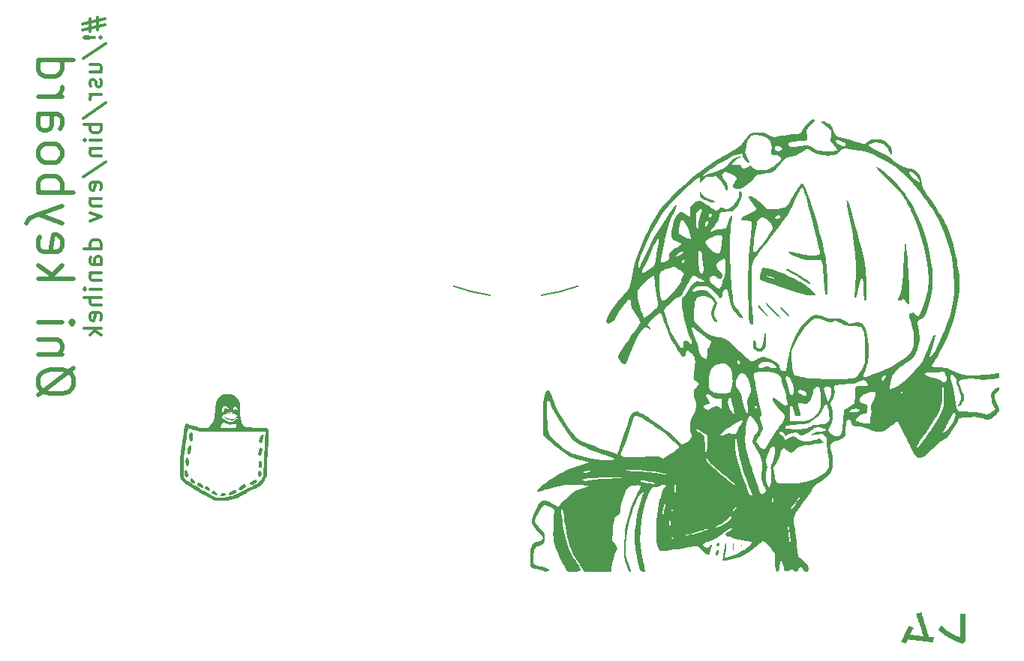
<source format=gbo>
%TF.GenerationSoftware,KiCad,Pcbnew,8.0.5*%
%TF.CreationDate,2024-10-14T17:08:40+02:00*%
%TF.ProjectId,oni-base,6f6e692d-6261-4736-952e-6b696361645f,rev?*%
%TF.SameCoordinates,Original*%
%TF.FileFunction,Legend,Bot*%
%TF.FilePolarity,Positive*%
%FSLAX46Y46*%
G04 Gerber Fmt 4.6, Leading zero omitted, Abs format (unit mm)*
G04 Created by KiCad (PCBNEW 8.0.5) date 2024-10-14 17:08:40*
%MOMM*%
%LPD*%
G01*
G04 APERTURE LIST*
%ADD10C,0.300000*%
%ADD11C,0.500000*%
%ADD12C,0.200000*%
%ADD13C,0.000000*%
%ADD14C,4.400000*%
G04 APERTURE END LIST*
D10*
X63313304Y-54578320D02*
X63313304Y-56006891D01*
X62456161Y-55149748D02*
X65027590Y-54578320D01*
X64170447Y-55816415D02*
X64170447Y-54387844D01*
X65027590Y-55244987D02*
X62456161Y-55816415D01*
X64456161Y-56673558D02*
X64551400Y-56768796D01*
X64551400Y-56768796D02*
X64646638Y-56673558D01*
X64646638Y-56673558D02*
X64551400Y-56578320D01*
X64551400Y-56578320D02*
X64456161Y-56673558D01*
X64456161Y-56673558D02*
X64646638Y-56673558D01*
X63884733Y-56673558D02*
X62741876Y-56578320D01*
X62741876Y-56578320D02*
X62646638Y-56673558D01*
X62646638Y-56673558D02*
X62741876Y-56768796D01*
X62741876Y-56768796D02*
X63884733Y-56673558D01*
X63884733Y-56673558D02*
X62646638Y-56673558D01*
X62551400Y-59054510D02*
X65122828Y-57340225D01*
X63313304Y-60578320D02*
X64646638Y-60578320D01*
X63313304Y-59721177D02*
X64360923Y-59721177D01*
X64360923Y-59721177D02*
X64551400Y-59816415D01*
X64551400Y-59816415D02*
X64646638Y-60006891D01*
X64646638Y-60006891D02*
X64646638Y-60292606D01*
X64646638Y-60292606D02*
X64551400Y-60483082D01*
X64551400Y-60483082D02*
X64456161Y-60578320D01*
X64551400Y-61435463D02*
X64646638Y-61625939D01*
X64646638Y-61625939D02*
X64646638Y-62006891D01*
X64646638Y-62006891D02*
X64551400Y-62197368D01*
X64551400Y-62197368D02*
X64360923Y-62292606D01*
X64360923Y-62292606D02*
X64265685Y-62292606D01*
X64265685Y-62292606D02*
X64075209Y-62197368D01*
X64075209Y-62197368D02*
X63979971Y-62006891D01*
X63979971Y-62006891D02*
X63979971Y-61721177D01*
X63979971Y-61721177D02*
X63884733Y-61530701D01*
X63884733Y-61530701D02*
X63694257Y-61435463D01*
X63694257Y-61435463D02*
X63599019Y-61435463D01*
X63599019Y-61435463D02*
X63408542Y-61530701D01*
X63408542Y-61530701D02*
X63313304Y-61721177D01*
X63313304Y-61721177D02*
X63313304Y-62006891D01*
X63313304Y-62006891D02*
X63408542Y-62197368D01*
X64646638Y-63149749D02*
X63313304Y-63149749D01*
X63694257Y-63149749D02*
X63503780Y-63244987D01*
X63503780Y-63244987D02*
X63408542Y-63340225D01*
X63408542Y-63340225D02*
X63313304Y-63530701D01*
X63313304Y-63530701D02*
X63313304Y-63721178D01*
X62551400Y-65816415D02*
X65122828Y-64102130D01*
X64646638Y-66483082D02*
X62646638Y-66483082D01*
X63408542Y-66483082D02*
X63313304Y-66673558D01*
X63313304Y-66673558D02*
X63313304Y-67054511D01*
X63313304Y-67054511D02*
X63408542Y-67244987D01*
X63408542Y-67244987D02*
X63503780Y-67340225D01*
X63503780Y-67340225D02*
X63694257Y-67435463D01*
X63694257Y-67435463D02*
X64265685Y-67435463D01*
X64265685Y-67435463D02*
X64456161Y-67340225D01*
X64456161Y-67340225D02*
X64551400Y-67244987D01*
X64551400Y-67244987D02*
X64646638Y-67054511D01*
X64646638Y-67054511D02*
X64646638Y-66673558D01*
X64646638Y-66673558D02*
X64551400Y-66483082D01*
X64646638Y-68292606D02*
X63313304Y-68292606D01*
X62646638Y-68292606D02*
X62741876Y-68197368D01*
X62741876Y-68197368D02*
X62837114Y-68292606D01*
X62837114Y-68292606D02*
X62741876Y-68387844D01*
X62741876Y-68387844D02*
X62646638Y-68292606D01*
X62646638Y-68292606D02*
X62837114Y-68292606D01*
X63313304Y-69244987D02*
X64646638Y-69244987D01*
X63503780Y-69244987D02*
X63408542Y-69340225D01*
X63408542Y-69340225D02*
X63313304Y-69530701D01*
X63313304Y-69530701D02*
X63313304Y-69816416D01*
X63313304Y-69816416D02*
X63408542Y-70006892D01*
X63408542Y-70006892D02*
X63599019Y-70102130D01*
X63599019Y-70102130D02*
X64646638Y-70102130D01*
X62551400Y-72483082D02*
X65122828Y-70768797D01*
X64551400Y-73911654D02*
X64646638Y-73721178D01*
X64646638Y-73721178D02*
X64646638Y-73340225D01*
X64646638Y-73340225D02*
X64551400Y-73149749D01*
X64551400Y-73149749D02*
X64360923Y-73054511D01*
X64360923Y-73054511D02*
X63599019Y-73054511D01*
X63599019Y-73054511D02*
X63408542Y-73149749D01*
X63408542Y-73149749D02*
X63313304Y-73340225D01*
X63313304Y-73340225D02*
X63313304Y-73721178D01*
X63313304Y-73721178D02*
X63408542Y-73911654D01*
X63408542Y-73911654D02*
X63599019Y-74006892D01*
X63599019Y-74006892D02*
X63789495Y-74006892D01*
X63789495Y-74006892D02*
X63979971Y-73054511D01*
X63313304Y-74864035D02*
X64646638Y-74864035D01*
X63503780Y-74864035D02*
X63408542Y-74959273D01*
X63408542Y-74959273D02*
X63313304Y-75149749D01*
X63313304Y-75149749D02*
X63313304Y-75435464D01*
X63313304Y-75435464D02*
X63408542Y-75625940D01*
X63408542Y-75625940D02*
X63599019Y-75721178D01*
X63599019Y-75721178D02*
X64646638Y-75721178D01*
X63313304Y-76483083D02*
X64646638Y-76959273D01*
X64646638Y-76959273D02*
X63313304Y-77435464D01*
X64646638Y-80530701D02*
X62646638Y-80530701D01*
X64551400Y-80530701D02*
X64646638Y-80340225D01*
X64646638Y-80340225D02*
X64646638Y-79959272D01*
X64646638Y-79959272D02*
X64551400Y-79768796D01*
X64551400Y-79768796D02*
X64456161Y-79673558D01*
X64456161Y-79673558D02*
X64265685Y-79578320D01*
X64265685Y-79578320D02*
X63694257Y-79578320D01*
X63694257Y-79578320D02*
X63503780Y-79673558D01*
X63503780Y-79673558D02*
X63408542Y-79768796D01*
X63408542Y-79768796D02*
X63313304Y-79959272D01*
X63313304Y-79959272D02*
X63313304Y-80340225D01*
X63313304Y-80340225D02*
X63408542Y-80530701D01*
X64646638Y-82340225D02*
X63599019Y-82340225D01*
X63599019Y-82340225D02*
X63408542Y-82244987D01*
X63408542Y-82244987D02*
X63313304Y-82054511D01*
X63313304Y-82054511D02*
X63313304Y-81673558D01*
X63313304Y-81673558D02*
X63408542Y-81483082D01*
X64551400Y-82340225D02*
X64646638Y-82149749D01*
X64646638Y-82149749D02*
X64646638Y-81673558D01*
X64646638Y-81673558D02*
X64551400Y-81483082D01*
X64551400Y-81483082D02*
X64360923Y-81387844D01*
X64360923Y-81387844D02*
X64170447Y-81387844D01*
X64170447Y-81387844D02*
X63979971Y-81483082D01*
X63979971Y-81483082D02*
X63884733Y-81673558D01*
X63884733Y-81673558D02*
X63884733Y-82149749D01*
X63884733Y-82149749D02*
X63789495Y-82340225D01*
X63313304Y-83292606D02*
X64646638Y-83292606D01*
X63503780Y-83292606D02*
X63408542Y-83387844D01*
X63408542Y-83387844D02*
X63313304Y-83578320D01*
X63313304Y-83578320D02*
X63313304Y-83864035D01*
X63313304Y-83864035D02*
X63408542Y-84054511D01*
X63408542Y-84054511D02*
X63599019Y-84149749D01*
X63599019Y-84149749D02*
X64646638Y-84149749D01*
X64646638Y-85102130D02*
X63313304Y-85102130D01*
X62646638Y-85102130D02*
X62741876Y-85006892D01*
X62741876Y-85006892D02*
X62837114Y-85102130D01*
X62837114Y-85102130D02*
X62741876Y-85197368D01*
X62741876Y-85197368D02*
X62646638Y-85102130D01*
X62646638Y-85102130D02*
X62837114Y-85102130D01*
X64646638Y-86054511D02*
X62646638Y-86054511D01*
X64646638Y-86911654D02*
X63599019Y-86911654D01*
X63599019Y-86911654D02*
X63408542Y-86816416D01*
X63408542Y-86816416D02*
X63313304Y-86625940D01*
X63313304Y-86625940D02*
X63313304Y-86340225D01*
X63313304Y-86340225D02*
X63408542Y-86149749D01*
X63408542Y-86149749D02*
X63503780Y-86054511D01*
X64551400Y-88625940D02*
X64646638Y-88435464D01*
X64646638Y-88435464D02*
X64646638Y-88054511D01*
X64646638Y-88054511D02*
X64551400Y-87864035D01*
X64551400Y-87864035D02*
X64360923Y-87768797D01*
X64360923Y-87768797D02*
X63599019Y-87768797D01*
X63599019Y-87768797D02*
X63408542Y-87864035D01*
X63408542Y-87864035D02*
X63313304Y-88054511D01*
X63313304Y-88054511D02*
X63313304Y-88435464D01*
X63313304Y-88435464D02*
X63408542Y-88625940D01*
X63408542Y-88625940D02*
X63599019Y-88721178D01*
X63599019Y-88721178D02*
X63789495Y-88721178D01*
X63789495Y-88721178D02*
X63979971Y-87768797D01*
X64646638Y-89578321D02*
X62646638Y-89578321D01*
X63884733Y-89768797D02*
X64646638Y-90340226D01*
X63313304Y-90340226D02*
X64075209Y-89578321D01*
G36*
X162180809Y-124848583D02*
G01*
X161784403Y-125197362D01*
X161652001Y-125126059D01*
X161535275Y-125083056D01*
X161351075Y-125019134D01*
X161169871Y-124951005D01*
X160991928Y-124878651D01*
X160817510Y-124802055D01*
X160646884Y-124721200D01*
X160480313Y-124636069D01*
X160318064Y-124546644D01*
X160160402Y-124452909D01*
X160007590Y-124354847D01*
X159859896Y-124252440D01*
X159717583Y-124145670D01*
X159580916Y-124034521D01*
X159450162Y-123918976D01*
X159325585Y-123799018D01*
X159207450Y-123674629D01*
X159096022Y-123545792D01*
X159395708Y-123062191D01*
X159501054Y-123185869D01*
X159614775Y-123306365D01*
X159735922Y-123423347D01*
X159863544Y-123536484D01*
X159996691Y-123645442D01*
X160134414Y-123749892D01*
X160275763Y-123849501D01*
X160419788Y-123943938D01*
X160565538Y-124032871D01*
X160712065Y-124115967D01*
X160858417Y-124192897D01*
X161003646Y-124263327D01*
X161146801Y-124326927D01*
X161286933Y-124383365D01*
X161489383Y-124453866D01*
X161554326Y-124473426D01*
X161554326Y-124304552D01*
X161554326Y-124124823D01*
X161554326Y-123910833D01*
X161554326Y-123754130D01*
X161554326Y-123589685D01*
X161554326Y-123420495D01*
X161554326Y-123249553D01*
X161554326Y-123079853D01*
X161554326Y-122914392D01*
X161554326Y-122756162D01*
X161554326Y-122608159D01*
X161554326Y-122411880D01*
X161554326Y-122255457D01*
X161549827Y-122103151D01*
X161537224Y-121953206D01*
X161517860Y-121802403D01*
X161513293Y-121771856D01*
X162172749Y-121771856D01*
X162149196Y-121919900D01*
X162133043Y-122079880D01*
X162125920Y-122240894D01*
X162125854Y-122256189D01*
X162125854Y-122415734D01*
X162125854Y-122619094D01*
X162125854Y-122773553D01*
X162125854Y-122939299D01*
X162125854Y-123113057D01*
X162125854Y-123291552D01*
X162125854Y-123471511D01*
X162125854Y-123649658D01*
X162125854Y-123822719D01*
X162125854Y-123987418D01*
X162125854Y-124140481D01*
X162125854Y-124341095D01*
X162125854Y-124497107D01*
X162125854Y-124570879D01*
X162138069Y-124723458D01*
X162180809Y-124848583D01*
G37*
G36*
X156554919Y-121798967D02*
G01*
X157222435Y-121660481D01*
X157243993Y-121807876D01*
X157272758Y-121955396D01*
X157311387Y-122113285D01*
X157322086Y-122152875D01*
X157367902Y-122314505D01*
X157427023Y-122515000D01*
X157472593Y-122665979D01*
X157522225Y-122827816D01*
X157575178Y-122997944D01*
X157630711Y-123173797D01*
X157688084Y-123352809D01*
X157746556Y-123532414D01*
X157805386Y-123710044D01*
X157863835Y-123883135D01*
X157921160Y-124049119D01*
X157976623Y-124205430D01*
X158029481Y-124349502D01*
X158102266Y-124537047D01*
X158124424Y-124590662D01*
X157503803Y-124570146D01*
X157446709Y-124422809D01*
X157378970Y-124235350D01*
X157329184Y-124092544D01*
X157276600Y-123938593D01*
X157221988Y-123776172D01*
X157166124Y-123607954D01*
X157109778Y-123436615D01*
X157053724Y-123264830D01*
X156998735Y-123095272D01*
X156945584Y-122930618D01*
X156895043Y-122773541D01*
X156847885Y-122626717D01*
X156785182Y-122431556D01*
X156734438Y-122274508D01*
X156681537Y-122121525D01*
X156630472Y-121983800D01*
X156570697Y-121835619D01*
X156554919Y-121798967D01*
G37*
G36*
X155802407Y-123176496D02*
G01*
X156325575Y-123397048D01*
X156239206Y-123524277D01*
X156149617Y-123672375D01*
X156058223Y-123837173D01*
X155966442Y-124014502D01*
X155875690Y-124200191D01*
X155787383Y-124390071D01*
X155702938Y-124579973D01*
X155623770Y-124765727D01*
X155551297Y-124943164D01*
X155486935Y-125108115D01*
X155449232Y-125209085D01*
X154882100Y-124951898D01*
X154942050Y-124809180D01*
X155012700Y-124650963D01*
X155092233Y-124480912D01*
X155178829Y-124302694D01*
X155270671Y-124119975D01*
X155365940Y-123936420D01*
X155462817Y-123755695D01*
X155559485Y-123581466D01*
X155654123Y-123417400D01*
X155744915Y-123267162D01*
X155802407Y-123176496D01*
G37*
G36*
X158164724Y-124401618D02*
G01*
X158317797Y-124405639D01*
X158468074Y-124407190D01*
X158625610Y-124406748D01*
X158527424Y-125031765D01*
X158372362Y-125011183D01*
X158220468Y-124990755D01*
X158133217Y-124979741D01*
X157951439Y-124960847D01*
X157731935Y-124937707D01*
X157568775Y-124920344D01*
X157395049Y-124901728D01*
X157213237Y-124882111D01*
X157025821Y-124861747D01*
X156835280Y-124840889D01*
X156644094Y-124819791D01*
X156454746Y-124798706D01*
X156269714Y-124777887D01*
X156091480Y-124757587D01*
X155922524Y-124738060D01*
X155765326Y-124719560D01*
X155557001Y-124694287D01*
X155496127Y-124686650D01*
X155621423Y-124138569D01*
X155805925Y-124163823D01*
X156024095Y-124191916D01*
X156184399Y-124211716D01*
X156353895Y-124232018D01*
X156530274Y-124252518D01*
X156711228Y-124272914D01*
X156894447Y-124292900D01*
X157077624Y-124312174D01*
X157258449Y-124330431D01*
X157434613Y-124347368D01*
X157603809Y-124362681D01*
X157763726Y-124376066D01*
X157912057Y-124387220D01*
X158107778Y-124399102D01*
X158164724Y-124401618D01*
G37*
D11*
X61515523Y-94052005D02*
X57515523Y-97099624D01*
X57515523Y-95956767D02*
X57706000Y-96337719D01*
X57706000Y-96337719D02*
X58086952Y-96718672D01*
X58086952Y-96718672D02*
X58848857Y-96909148D01*
X58848857Y-96909148D02*
X60182190Y-96909148D01*
X60182190Y-96909148D02*
X60944095Y-96718672D01*
X60944095Y-96718672D02*
X61325047Y-96337719D01*
X61325047Y-96337719D02*
X61515523Y-95956767D01*
X61515523Y-95956767D02*
X61515523Y-95194862D01*
X61515523Y-95194862D02*
X61325047Y-94813910D01*
X61325047Y-94813910D02*
X60944095Y-94432957D01*
X60944095Y-94432957D02*
X60182190Y-94242481D01*
X60182190Y-94242481D02*
X58848857Y-94242481D01*
X58848857Y-94242481D02*
X58086952Y-94432957D01*
X58086952Y-94432957D02*
X57706000Y-94813910D01*
X57706000Y-94813910D02*
X57515523Y-95194862D01*
X57515523Y-95194862D02*
X57515523Y-95956767D01*
X60182190Y-92528196D02*
X57515523Y-92528196D01*
X59801238Y-92528196D02*
X59991714Y-92337719D01*
X59991714Y-92337719D02*
X60182190Y-91956767D01*
X60182190Y-91956767D02*
X60182190Y-91385338D01*
X60182190Y-91385338D02*
X59991714Y-91004386D01*
X59991714Y-91004386D02*
X59610761Y-90813910D01*
X59610761Y-90813910D02*
X57515523Y-90813910D01*
X57515523Y-88909148D02*
X60182190Y-88909148D01*
X61515523Y-88909148D02*
X61325047Y-89099624D01*
X61325047Y-89099624D02*
X61134571Y-88909148D01*
X61134571Y-88909148D02*
X61325047Y-88718671D01*
X61325047Y-88718671D02*
X61515523Y-88909148D01*
X61515523Y-88909148D02*
X61134571Y-88909148D01*
X57515523Y-83956767D02*
X61515523Y-83956767D01*
X59039333Y-83575814D02*
X57515523Y-82432957D01*
X60182190Y-82432957D02*
X58658380Y-83956767D01*
X57706000Y-79194862D02*
X57515523Y-79575814D01*
X57515523Y-79575814D02*
X57515523Y-80337719D01*
X57515523Y-80337719D02*
X57706000Y-80718672D01*
X57706000Y-80718672D02*
X58086952Y-80909148D01*
X58086952Y-80909148D02*
X59610761Y-80909148D01*
X59610761Y-80909148D02*
X59991714Y-80718672D01*
X59991714Y-80718672D02*
X60182190Y-80337719D01*
X60182190Y-80337719D02*
X60182190Y-79575814D01*
X60182190Y-79575814D02*
X59991714Y-79194862D01*
X59991714Y-79194862D02*
X59610761Y-79004386D01*
X59610761Y-79004386D02*
X59229809Y-79004386D01*
X59229809Y-79004386D02*
X58848857Y-80909148D01*
X60182190Y-77671053D02*
X57515523Y-76718672D01*
X60182190Y-75766291D02*
X57515523Y-76718672D01*
X57515523Y-76718672D02*
X56563142Y-77099624D01*
X56563142Y-77099624D02*
X56372666Y-77290101D01*
X56372666Y-77290101D02*
X56182190Y-77671053D01*
X57515523Y-74242482D02*
X61515523Y-74242482D01*
X59991714Y-74242482D02*
X60182190Y-73861529D01*
X60182190Y-73861529D02*
X60182190Y-73099624D01*
X60182190Y-73099624D02*
X59991714Y-72718672D01*
X59991714Y-72718672D02*
X59801238Y-72528196D01*
X59801238Y-72528196D02*
X59420285Y-72337720D01*
X59420285Y-72337720D02*
X58277428Y-72337720D01*
X58277428Y-72337720D02*
X57896476Y-72528196D01*
X57896476Y-72528196D02*
X57706000Y-72718672D01*
X57706000Y-72718672D02*
X57515523Y-73099624D01*
X57515523Y-73099624D02*
X57515523Y-73861529D01*
X57515523Y-73861529D02*
X57706000Y-74242482D01*
X57515523Y-70052005D02*
X57706000Y-70432957D01*
X57706000Y-70432957D02*
X57896476Y-70623434D01*
X57896476Y-70623434D02*
X58277428Y-70813910D01*
X58277428Y-70813910D02*
X59420285Y-70813910D01*
X59420285Y-70813910D02*
X59801238Y-70623434D01*
X59801238Y-70623434D02*
X59991714Y-70432957D01*
X59991714Y-70432957D02*
X60182190Y-70052005D01*
X60182190Y-70052005D02*
X60182190Y-69480576D01*
X60182190Y-69480576D02*
X59991714Y-69099624D01*
X59991714Y-69099624D02*
X59801238Y-68909148D01*
X59801238Y-68909148D02*
X59420285Y-68718672D01*
X59420285Y-68718672D02*
X58277428Y-68718672D01*
X58277428Y-68718672D02*
X57896476Y-68909148D01*
X57896476Y-68909148D02*
X57706000Y-69099624D01*
X57706000Y-69099624D02*
X57515523Y-69480576D01*
X57515523Y-69480576D02*
X57515523Y-70052005D01*
X57515523Y-65290100D02*
X59610761Y-65290100D01*
X59610761Y-65290100D02*
X59991714Y-65480576D01*
X59991714Y-65480576D02*
X60182190Y-65861528D01*
X60182190Y-65861528D02*
X60182190Y-66623433D01*
X60182190Y-66623433D02*
X59991714Y-67004386D01*
X57706000Y-65290100D02*
X57515523Y-65671052D01*
X57515523Y-65671052D02*
X57515523Y-66623433D01*
X57515523Y-66623433D02*
X57706000Y-67004386D01*
X57706000Y-67004386D02*
X58086952Y-67194862D01*
X58086952Y-67194862D02*
X58467904Y-67194862D01*
X58467904Y-67194862D02*
X58848857Y-67004386D01*
X58848857Y-67004386D02*
X59039333Y-66623433D01*
X59039333Y-66623433D02*
X59039333Y-65671052D01*
X59039333Y-65671052D02*
X59229809Y-65290100D01*
X57515523Y-63385338D02*
X60182190Y-63385338D01*
X59420285Y-63385338D02*
X59801238Y-63194861D01*
X59801238Y-63194861D02*
X59991714Y-63004385D01*
X59991714Y-63004385D02*
X60182190Y-62623433D01*
X60182190Y-62623433D02*
X60182190Y-62242480D01*
X57515523Y-59194862D02*
X61515523Y-59194862D01*
X57706000Y-59194862D02*
X57515523Y-59575814D01*
X57515523Y-59575814D02*
X57515523Y-60337719D01*
X57515523Y-60337719D02*
X57706000Y-60718671D01*
X57706000Y-60718671D02*
X57896476Y-60909148D01*
X57896476Y-60909148D02*
X58277428Y-61099624D01*
X58277428Y-61099624D02*
X59420285Y-61099624D01*
X59420285Y-61099624D02*
X59801238Y-60909148D01*
X59801238Y-60909148D02*
X59991714Y-60718671D01*
X59991714Y-60718671D02*
X60182190Y-60337719D01*
X60182190Y-60337719D02*
X60182190Y-59575814D01*
X60182190Y-59575814D02*
X59991714Y-59194862D01*
D10*
D12*
%TO.C,REF\u002A\u002A*%
X108532448Y-85823296D02*
G75*
G02*
X104381903Y-84789431I2857500J20320000D01*
G01*
X118397993Y-84789431D02*
G75*
G02*
X114247448Y-85823296I-7008051J19286154D01*
G01*
D13*
%TO.C, *%
G36*
X79130629Y-99089074D02*
G01*
X79137635Y-99106162D01*
X79128581Y-99167615D01*
X79103724Y-99197900D01*
X79042238Y-99222965D01*
X78980809Y-99221531D01*
X78952898Y-99189441D01*
X78964851Y-99163683D01*
X79018612Y-99119404D01*
X79085218Y-99088127D01*
X79130629Y-99089074D01*
G37*
G36*
X74934483Y-106526637D02*
G01*
X75062320Y-106647365D01*
X75150813Y-106764379D01*
X75210075Y-106895146D01*
X75210548Y-107000589D01*
X75150446Y-107072103D01*
X75080188Y-107094614D01*
X74966437Y-107077273D01*
X74854760Y-107011166D01*
X74758063Y-106910836D01*
X74689254Y-106790823D01*
X74661240Y-106665667D01*
X74686929Y-106549911D01*
X74737393Y-106490454D01*
X74825123Y-106474060D01*
X74934483Y-106526637D01*
G37*
G36*
X76563349Y-107412745D02*
G01*
X76681942Y-107490886D01*
X76780265Y-107576146D01*
X76854426Y-107683591D01*
X76868657Y-107780402D01*
X76818857Y-107855650D01*
X76780768Y-107879820D01*
X76683972Y-107902284D01*
X76580524Y-107863439D01*
X76457521Y-107759864D01*
X76387866Y-107685203D01*
X76325146Y-107588995D01*
X76320511Y-107510875D01*
X76370304Y-107437317D01*
X76416457Y-107399249D01*
X76481044Y-107383263D01*
X76563349Y-107412745D01*
G37*
G36*
X77367864Y-107923834D02*
G01*
X77492402Y-107972210D01*
X77601095Y-108048470D01*
X77674341Y-108146849D01*
X77695483Y-108218811D01*
X77672243Y-108316772D01*
X77640353Y-108358040D01*
X77545952Y-108393589D01*
X77412939Y-108368482D01*
X77245097Y-108283018D01*
X77164610Y-108228326D01*
X77088080Y-108151167D01*
X77070638Y-108073522D01*
X77104894Y-107979392D01*
X77149666Y-107933790D01*
X77247085Y-107909106D01*
X77367864Y-107923834D01*
G37*
G36*
X78536315Y-108155384D02*
G01*
X78618973Y-108212644D01*
X78650966Y-108299382D01*
X78639273Y-108367169D01*
X78571250Y-108449548D01*
X78436366Y-108509628D01*
X78428639Y-108511931D01*
X78303516Y-108540312D01*
X78214397Y-108533424D01*
X78130983Y-108489242D01*
X78122066Y-108482816D01*
X78057716Y-108408135D01*
X78063506Y-108325398D01*
X78139741Y-108225477D01*
X78184141Y-108189347D01*
X78298920Y-108140847D01*
X78422971Y-108130489D01*
X78536315Y-108155384D01*
G37*
G36*
X82629994Y-105701210D02*
G01*
X82665775Y-105762660D01*
X82690076Y-105884290D01*
X82688936Y-106024908D01*
X82663226Y-106155179D01*
X82613819Y-106245766D01*
X82535869Y-106305509D01*
X82453118Y-106310699D01*
X82367091Y-106244209D01*
X82359119Y-106234471D01*
X82315597Y-106130972D01*
X82297665Y-105991201D01*
X82306701Y-105846153D01*
X82344084Y-105726821D01*
X82352920Y-105712390D01*
X82432847Y-105652631D01*
X82534591Y-105648063D01*
X82629994Y-105701210D01*
G37*
G36*
X75703548Y-107011854D02*
G01*
X75821395Y-107062911D01*
X75842927Y-107077525D01*
X75998477Y-107201173D01*
X76103356Y-107319215D01*
X76153678Y-107423993D01*
X76145558Y-107507846D01*
X76075112Y-107563115D01*
X76023802Y-107575813D01*
X75927589Y-107566693D01*
X75807293Y-107514522D01*
X75648231Y-107414176D01*
X75568214Y-107355560D01*
X75463601Y-107254249D01*
X75423476Y-107163776D01*
X75442942Y-107076078D01*
X75484040Y-107033025D01*
X75582658Y-107002185D01*
X75703548Y-107011854D01*
G37*
G36*
X79823583Y-107854638D02*
G01*
X79852290Y-107941663D01*
X79853441Y-107951704D01*
X79825575Y-108058364D01*
X79728465Y-108162363D01*
X79567778Y-108259165D01*
X79349183Y-108344235D01*
X79240910Y-108376401D01*
X79155905Y-108390916D01*
X79099876Y-108378189D01*
X79049947Y-108337721D01*
X79007047Y-108277960D01*
X79004061Y-108185023D01*
X79075934Y-108089010D01*
X79222845Y-107989717D01*
X79444970Y-107886942D01*
X79512101Y-107860928D01*
X79663074Y-107815559D01*
X79763706Y-107813033D01*
X79823583Y-107854638D01*
G37*
G36*
X82622836Y-104522945D02*
G01*
X82706033Y-104593539D01*
X82724289Y-104625018D01*
X82759836Y-104751911D01*
X82766289Y-104905009D01*
X82746187Y-105059492D01*
X82702069Y-105190544D01*
X82636475Y-105273345D01*
X82635915Y-105273717D01*
X82535572Y-105299757D01*
X82429463Y-105267975D01*
X82415128Y-105248071D01*
X82397231Y-105164810D01*
X82390874Y-105040457D01*
X82395070Y-104896824D01*
X82408833Y-104755723D01*
X82431176Y-104638967D01*
X82461112Y-104568369D01*
X82530909Y-104518709D01*
X82622836Y-104522945D01*
G37*
G36*
X74216033Y-105558344D02*
G01*
X74302110Y-105651908D01*
X74366221Y-105813687D01*
X74406913Y-106040822D01*
X74411783Y-106088086D01*
X74417385Y-106207649D01*
X74403995Y-106282004D01*
X74368720Y-106333318D01*
X74349782Y-106351597D01*
X74289184Y-106390245D01*
X74228144Y-106377777D01*
X74141508Y-106311813D01*
X74081230Y-106242074D01*
X74037112Y-106138310D01*
X74003937Y-105981576D01*
X74003026Y-105975892D01*
X73983615Y-105771012D01*
X74001326Y-105630454D01*
X74056710Y-105552545D01*
X74150316Y-105535608D01*
X74216033Y-105558344D01*
G37*
G36*
X82684969Y-103008890D02*
G01*
X82760943Y-103073139D01*
X82797336Y-103195722D01*
X82793274Y-103372223D01*
X82747881Y-103598224D01*
X82723855Y-103676634D01*
X82675771Y-103794966D01*
X82629255Y-103871849D01*
X82559616Y-103926450D01*
X82463466Y-103934197D01*
X82367356Y-103866790D01*
X82350623Y-103847701D01*
X82323771Y-103804784D01*
X82316809Y-103750844D01*
X82329350Y-103665182D01*
X82361007Y-103527099D01*
X82411695Y-103329955D01*
X82463048Y-103171462D01*
X82513256Y-103069922D01*
X82567119Y-103015910D01*
X82629436Y-103000000D01*
X82684969Y-103008890D01*
G37*
G36*
X74342001Y-104193859D02*
G01*
X74415489Y-104235265D01*
X74463814Y-104325539D01*
X74490445Y-104473067D01*
X74498850Y-104686235D01*
X74498526Y-104749712D01*
X74491202Y-104901957D01*
X74472506Y-104998571D01*
X74440098Y-105054214D01*
X74418975Y-105072746D01*
X74313127Y-105111172D01*
X74200869Y-105078678D01*
X74194553Y-105073134D01*
X74166232Y-105006001D01*
X74144305Y-104888188D01*
X74130183Y-104740235D01*
X74125278Y-104582684D01*
X74131004Y-104436075D01*
X74148771Y-104320951D01*
X74172217Y-104249150D01*
X74215415Y-104200292D01*
X74293112Y-104188856D01*
X74342001Y-104193859D01*
G37*
G36*
X82896632Y-101589840D02*
G01*
X82917495Y-101614708D01*
X82941812Y-101689554D01*
X82932531Y-101806853D01*
X82921468Y-101865426D01*
X82886968Y-102011022D01*
X82842804Y-102168684D01*
X82795591Y-102316999D01*
X82751942Y-102434551D01*
X82718472Y-102499926D01*
X82669063Y-102539013D01*
X82591683Y-102530390D01*
X82503334Y-102447660D01*
X82475043Y-102408485D01*
X82438292Y-102328110D01*
X82430679Y-102233172D01*
X82452184Y-102105307D01*
X82502789Y-101926150D01*
X82545428Y-101803444D01*
X82626263Y-101641884D01*
X82712871Y-101551466D01*
X82803558Y-101533636D01*
X82896632Y-101589840D01*
G37*
G36*
X74686052Y-102791768D02*
G01*
X74728505Y-102810958D01*
X74767080Y-102857080D01*
X74781542Y-102937070D01*
X74773563Y-103063981D01*
X74744814Y-103250866D01*
X74715793Y-103411459D01*
X74690132Y-103528189D01*
X74663621Y-103606996D01*
X74629790Y-103666800D01*
X74582169Y-103726524D01*
X74530267Y-103777862D01*
X74478230Y-103784886D01*
X74402830Y-103738925D01*
X74371662Y-103709455D01*
X74345650Y-103652854D01*
X74333401Y-103558924D01*
X74330775Y-103408688D01*
X74331443Y-103368988D01*
X74354355Y-103154779D01*
X74406172Y-102981445D01*
X74481994Y-102857492D01*
X74576921Y-102791431D01*
X74686052Y-102791768D01*
G37*
G36*
X74805298Y-101309974D02*
G01*
X74854454Y-101347810D01*
X74901137Y-101440577D01*
X74904682Y-101449558D01*
X74931121Y-101565885D01*
X74944029Y-101720241D01*
X74944125Y-101890055D01*
X74932131Y-102052755D01*
X74908768Y-102185770D01*
X74874756Y-102266530D01*
X74842868Y-102293912D01*
X74751752Y-102314248D01*
X74656403Y-102283449D01*
X74585755Y-102207430D01*
X74582203Y-102199552D01*
X74559847Y-102107515D01*
X74544171Y-101969467D01*
X74538260Y-101811145D01*
X74538918Y-101745207D01*
X74553230Y-101550394D01*
X74588782Y-101418319D01*
X74648924Y-101340507D01*
X74737009Y-101308482D01*
X74805298Y-101309974D01*
G37*
G36*
X80836524Y-107176559D02*
G01*
X80898395Y-107243383D01*
X80898882Y-107244128D01*
X80931890Y-107316543D01*
X80925825Y-107386131D01*
X80873998Y-107462829D01*
X80769717Y-107556577D01*
X80606294Y-107677314D01*
X80551529Y-107715583D01*
X80436130Y-107793960D01*
X80351404Y-107848312D01*
X80312682Y-107868648D01*
X80290463Y-107864535D01*
X80217370Y-107818860D01*
X80151506Y-107746556D01*
X80122883Y-107677801D01*
X80130872Y-107640599D01*
X80189232Y-107547319D01*
X80290058Y-107440781D01*
X80416499Y-107334461D01*
X80551702Y-107241833D01*
X80678815Y-107176375D01*
X80780985Y-107151561D01*
X80836524Y-107176559D01*
G37*
G36*
X82117007Y-106645158D02*
G01*
X82177897Y-106713994D01*
X82180794Y-106808732D01*
X82137285Y-106881108D01*
X82045351Y-106979589D01*
X81927729Y-107080422D01*
X81805541Y-107165659D01*
X81699907Y-107217353D01*
X81687090Y-107221460D01*
X81604276Y-107248007D01*
X81564012Y-107260932D01*
X81550512Y-107261347D01*
X81488892Y-107232008D01*
X81417799Y-107174119D01*
X81366208Y-107109815D01*
X81363036Y-107103751D01*
X81346684Y-107030892D01*
X81390063Y-106959714D01*
X81442261Y-106912706D01*
X81496860Y-106886404D01*
X81541347Y-106870109D01*
X81631412Y-106822357D01*
X81744017Y-106754309D01*
X81847941Y-106693997D01*
X81957947Y-106642844D01*
X82031892Y-106623180D01*
X82117007Y-106645158D01*
G37*
G36*
X80276233Y-98815887D02*
G01*
X80284475Y-99158390D01*
X80301172Y-99441666D01*
X80321991Y-99625962D01*
X80327644Y-99676003D01*
X80365209Y-99871689D01*
X80415187Y-100039013D01*
X80478897Y-100188262D01*
X80522085Y-100274034D01*
X80622231Y-100453252D01*
X80714264Y-100577487D01*
X80776618Y-100629817D01*
X80810658Y-100658385D01*
X80923885Y-100707590D01*
X81066419Y-100736746D01*
X81156299Y-100745234D01*
X81316935Y-100753900D01*
X81528369Y-100761326D01*
X81777563Y-100767145D01*
X82051477Y-100770991D01*
X82337072Y-100772496D01*
X83362405Y-100773255D01*
X83426208Y-100940320D01*
X83431803Y-100955479D01*
X83448859Y-101012385D01*
X83461825Y-101081162D01*
X83471011Y-101170896D01*
X83474052Y-101234587D01*
X83476729Y-101290669D01*
X83479290Y-101449566D01*
X83479005Y-101656670D01*
X83476186Y-101921065D01*
X83471144Y-102251836D01*
X83467219Y-102461127D01*
X83458545Y-102796860D01*
X83447970Y-103078746D01*
X83435760Y-103301379D01*
X83422181Y-103459351D01*
X83407498Y-103547252D01*
X83393949Y-103628110D01*
X83380324Y-103779883D01*
X83367245Y-103995708D01*
X83355012Y-104269801D01*
X83343921Y-104596380D01*
X83334270Y-104969660D01*
X83305823Y-106241103D01*
X83187662Y-106479318D01*
X83048531Y-106722690D01*
X82858688Y-106987880D01*
X82648673Y-107227541D01*
X82437577Y-107417785D01*
X82283423Y-107521750D01*
X82044414Y-107647208D01*
X81740384Y-107775691D01*
X81546801Y-107854751D01*
X81343269Y-107945326D01*
X81162513Y-108032888D01*
X81028678Y-108106222D01*
X80847306Y-108216323D01*
X80547869Y-108393892D01*
X80295419Y-108536339D01*
X80079886Y-108648468D01*
X79891198Y-108735080D01*
X79719285Y-108800978D01*
X79554076Y-108850965D01*
X79385500Y-108889843D01*
X79291513Y-108909534D01*
X79139421Y-108944892D01*
X79022051Y-108976626D01*
X78959149Y-108999651D01*
X78956435Y-109000963D01*
X78892763Y-109012273D01*
X78767404Y-109022158D01*
X78592778Y-109030040D01*
X78381305Y-109035342D01*
X78145404Y-109037486D01*
X77394523Y-109038633D01*
X76975419Y-108798181D01*
X76833300Y-108717955D01*
X76595922Y-108587776D01*
X76353560Y-108458498D01*
X76141159Y-108348937D01*
X75999941Y-108274903D01*
X75792486Y-108157752D01*
X75596532Y-108038640D01*
X75440571Y-107934421D01*
X75375504Y-107887893D01*
X75258863Y-107806987D01*
X75138429Y-107727642D01*
X75001786Y-107642173D01*
X74836516Y-107542898D01*
X74630206Y-107422133D01*
X74370439Y-107272195D01*
X74133634Y-107123817D01*
X73904221Y-106941559D01*
X73732549Y-106750074D01*
X73609055Y-106540167D01*
X73574424Y-106463565D01*
X73546645Y-106392480D01*
X73526326Y-106319104D01*
X73512047Y-106231238D01*
X73502388Y-106116685D01*
X73495929Y-105963249D01*
X73491252Y-105758732D01*
X73486936Y-105490937D01*
X73485921Y-105357809D01*
X73894102Y-105357809D01*
X73895777Y-105624191D01*
X73900576Y-105866747D01*
X73908489Y-106072579D01*
X73919505Y-106228787D01*
X73933614Y-106322474D01*
X73978886Y-106438512D01*
X74073316Y-106573657D01*
X74217996Y-106708548D01*
X74420427Y-106849969D01*
X74688113Y-107004705D01*
X74856956Y-107098806D01*
X75064962Y-107220842D01*
X75258920Y-107340471D01*
X75412273Y-107441670D01*
X75517685Y-107514394D01*
X75750234Y-107667533D01*
X75982067Y-107808079D01*
X76236649Y-107949905D01*
X76537445Y-108106884D01*
X76653671Y-108166416D01*
X76870035Y-108278205D01*
X77084726Y-108390128D01*
X77264891Y-108485105D01*
X77596052Y-108661219D01*
X78114074Y-108658693D01*
X78224186Y-108657518D01*
X78499307Y-108646672D01*
X78723675Y-108623502D01*
X78915156Y-108586395D01*
X79080767Y-108546827D01*
X79262522Y-108505552D01*
X79411802Y-108473757D01*
X79474995Y-108458997D01*
X79702316Y-108381869D01*
X79971814Y-108260612D01*
X80273132Y-108100194D01*
X80595915Y-107905585D01*
X80688325Y-107849310D01*
X80929648Y-107717531D01*
X81199850Y-107586300D01*
X81469011Y-107470527D01*
X81510516Y-107453780D01*
X81711889Y-107367171D01*
X81901370Y-107277738D01*
X82059309Y-107195111D01*
X82166058Y-107128920D01*
X82273274Y-107040510D01*
X82422669Y-106894967D01*
X82570147Y-106731407D01*
X82696542Y-106571355D01*
X82782691Y-106436338D01*
X82810758Y-106376950D01*
X82841637Y-106291896D01*
X82867109Y-106189957D01*
X82888029Y-106062763D01*
X82905251Y-105901942D01*
X82919629Y-105699124D01*
X82932017Y-105445938D01*
X82943270Y-105134013D01*
X82954241Y-104754978D01*
X82959377Y-104577169D01*
X82969733Y-104278173D01*
X82981385Y-104002324D01*
X82993775Y-103760085D01*
X83006345Y-103561920D01*
X83018536Y-103418295D01*
X83029789Y-103339674D01*
X83039276Y-103281090D01*
X83051931Y-103147355D01*
X83064284Y-102960149D01*
X83075645Y-102731922D01*
X83085328Y-102475127D01*
X83092644Y-102202212D01*
X83113280Y-101234587D01*
X82885983Y-101208207D01*
X82820231Y-101203772D01*
X82679537Y-101199100D01*
X82479357Y-101195178D01*
X82228391Y-101192087D01*
X81935343Y-101189909D01*
X81608912Y-101188724D01*
X81257801Y-101188613D01*
X80890711Y-101189657D01*
X80864419Y-101189773D01*
X80416310Y-101191683D01*
X79920416Y-101193684D01*
X79397283Y-101195699D01*
X78867454Y-101197652D01*
X78351475Y-101199468D01*
X77869888Y-101201071D01*
X77443240Y-101202384D01*
X75763745Y-101207281D01*
X75284776Y-101083488D01*
X75280184Y-101082300D01*
X75081450Y-101028295D01*
X74892715Y-100972543D01*
X74735100Y-100921545D01*
X74629727Y-100881806D01*
X74563917Y-100855769D01*
X74472382Y-100831587D01*
X74423835Y-100835763D01*
X74415722Y-100851525D01*
X74393097Y-100934619D01*
X74364797Y-101075441D01*
X74332773Y-101262239D01*
X74298973Y-101483263D01*
X74265348Y-101726761D01*
X74233846Y-101980981D01*
X74219980Y-102091691D01*
X74192561Y-102291808D01*
X74158036Y-102530116D01*
X74119448Y-102785725D01*
X74079843Y-103037742D01*
X74051926Y-103216490D01*
X74013271Y-103479821D01*
X73978381Y-103734931D01*
X73950240Y-103959759D01*
X73931831Y-104132244D01*
X73918857Y-104311988D01*
X73907930Y-104544690D01*
X73900168Y-104805160D01*
X73895563Y-105080499D01*
X73894102Y-105357809D01*
X73485921Y-105357809D01*
X73484738Y-105202565D01*
X73492927Y-104677916D01*
X73516975Y-104199535D01*
X73556328Y-103776712D01*
X73610433Y-103418736D01*
X73617786Y-103379479D01*
X73656702Y-103157989D01*
X73701009Y-102888064D01*
X73747621Y-102590167D01*
X73793455Y-102284759D01*
X73835426Y-101992302D01*
X73870450Y-101733256D01*
X73895441Y-101528084D01*
X73916045Y-101351613D01*
X73954818Y-101063394D01*
X73995411Y-100810516D01*
X74035987Y-100602962D01*
X74074709Y-100450720D01*
X74109738Y-100363772D01*
X74124114Y-100342662D01*
X74162939Y-100305426D01*
X74215733Y-100293374D01*
X74296079Y-100308245D01*
X74417560Y-100351775D01*
X74593760Y-100425702D01*
X74944665Y-100559430D01*
X75338260Y-100676924D01*
X75739137Y-100767678D01*
X76124059Y-100826463D01*
X76469789Y-100848046D01*
X76555839Y-100846027D01*
X76620838Y-100831323D01*
X76679779Y-100792218D01*
X76724747Y-100744161D01*
X78073529Y-100744161D01*
X78080494Y-100798859D01*
X78135646Y-100825898D01*
X78158109Y-100830223D01*
X78262310Y-100838676D01*
X78416107Y-100842856D01*
X78600776Y-100843038D01*
X78797593Y-100839496D01*
X78987836Y-100832503D01*
X79152779Y-100822333D01*
X79273700Y-100809260D01*
X79327363Y-100801789D01*
X79498679Y-100784874D01*
X79661735Y-100776561D01*
X79696559Y-100775642D01*
X79817171Y-100759977D01*
X79878315Y-100715775D01*
X79889023Y-100629817D01*
X79858327Y-100488887D01*
X79848498Y-100454742D01*
X79814004Y-100367337D01*
X79766479Y-100329915D01*
X79687029Y-100335463D01*
X79556761Y-100376969D01*
X79545265Y-100380964D01*
X79362482Y-100425145D01*
X79179170Y-100427162D01*
X78976027Y-100385142D01*
X78733748Y-100297217D01*
X78655726Y-100264811D01*
X78518692Y-100208009D01*
X78415636Y-100165442D01*
X78364413Y-100144493D01*
X78348021Y-100150721D01*
X78303530Y-100207482D01*
X78246261Y-100307782D01*
X78184927Y-100434382D01*
X78128241Y-100570041D01*
X78084917Y-100697517D01*
X78073529Y-100744161D01*
X76724747Y-100744161D01*
X76750156Y-100717007D01*
X76849464Y-100593983D01*
X76887950Y-100545216D01*
X77066199Y-100310741D01*
X77198727Y-100118428D01*
X77291807Y-99958630D01*
X77351714Y-99821702D01*
X77360798Y-99790423D01*
X77384113Y-99668199D01*
X77400843Y-99543453D01*
X78236926Y-99543453D01*
X78264040Y-99618825D01*
X78339599Y-99703472D01*
X78351829Y-99714210D01*
X78446259Y-99781963D01*
X78579373Y-99863200D01*
X78726449Y-99942636D01*
X78871860Y-100014302D01*
X79038381Y-100087872D01*
X79166033Y-100127795D01*
X79270339Y-100136784D01*
X79366821Y-100117553D01*
X79471003Y-100072818D01*
X79616466Y-99990132D01*
X79772953Y-99879533D01*
X79899904Y-99767015D01*
X79977423Y-99668464D01*
X79984652Y-99654376D01*
X79990990Y-99625962D01*
X79956600Y-99641579D01*
X79873379Y-99703993D01*
X79705333Y-99825263D01*
X79559013Y-99900728D01*
X79417357Y-99934716D01*
X79258213Y-99935567D01*
X79246891Y-99934618D01*
X79080016Y-99901704D01*
X78894279Y-99838078D01*
X78713027Y-99754408D01*
X78559608Y-99661362D01*
X78457370Y-99569612D01*
X78424354Y-99522695D01*
X78409535Y-99472092D01*
X78448541Y-99465357D01*
X78536680Y-99502208D01*
X78669259Y-99582363D01*
X78921203Y-99726258D01*
X79161865Y-99810243D01*
X79377126Y-99824376D01*
X79568071Y-99768881D01*
X79638794Y-99726485D01*
X79739320Y-99651899D01*
X79834816Y-99569327D01*
X79906146Y-99495568D01*
X79934176Y-99447427D01*
X79934175Y-99447305D01*
X79907851Y-99403709D01*
X79842089Y-99341056D01*
X79755970Y-99273287D01*
X79668577Y-99214340D01*
X79598992Y-99178157D01*
X79566296Y-99178678D01*
X79564019Y-99184459D01*
X79513594Y-99221442D01*
X79437478Y-99215856D01*
X79368054Y-99169243D01*
X79343488Y-99130883D01*
X79363433Y-99112631D01*
X79376495Y-99110784D01*
X79405795Y-99074889D01*
X79400148Y-99055898D01*
X79343190Y-99031738D01*
X79234098Y-99036957D01*
X79084228Y-99069401D01*
X78904936Y-99126914D01*
X78707578Y-99207344D01*
X78707266Y-99207484D01*
X78493425Y-99309370D01*
X78346900Y-99395086D01*
X78262973Y-99470993D01*
X78236926Y-99543453D01*
X77400843Y-99543453D01*
X77407463Y-99494096D01*
X77428790Y-99284807D01*
X77446034Y-99057023D01*
X77461894Y-98827845D01*
X78248907Y-98827845D01*
X78267996Y-98937582D01*
X78318402Y-99084324D01*
X78324172Y-99098589D01*
X78367823Y-99169667D01*
X78407624Y-99186118D01*
X78429793Y-99140937D01*
X78430351Y-99134476D01*
X78430927Y-99059123D01*
X78426705Y-98953844D01*
X78431918Y-98867615D01*
X78469516Y-98738029D01*
X78531296Y-98628485D01*
X78604526Y-98566698D01*
X78609308Y-98564987D01*
X78699698Y-98572419D01*
X78793620Y-98647330D01*
X78882601Y-98783122D01*
X78917130Y-98849522D01*
X78952121Y-98903421D01*
X78974346Y-98902073D01*
X78996278Y-98853165D01*
X79010130Y-98781319D01*
X79009665Y-98777238D01*
X79483393Y-98777238D01*
X79483481Y-98781319D01*
X79485074Y-98854797D01*
X79509584Y-98885943D01*
X79512744Y-98885352D01*
X79551584Y-98848713D01*
X79602183Y-98772719D01*
X79612324Y-98755831D01*
X79690973Y-98673898D01*
X79771665Y-98655709D01*
X79843910Y-98692103D01*
X79897214Y-98773918D01*
X79921086Y-98891993D01*
X79905033Y-99037166D01*
X79886905Y-99111358D01*
X79877292Y-99173438D01*
X79893269Y-99176056D01*
X79937739Y-99127207D01*
X79969651Y-99048296D01*
X79986094Y-98921519D01*
X79986223Y-98775296D01*
X79970045Y-98637040D01*
X79937568Y-98534164D01*
X79918178Y-98502082D01*
X79829717Y-98423024D01*
X79728158Y-98411322D01*
X79626634Y-98465353D01*
X79538281Y-98583495D01*
X79502192Y-98678015D01*
X79483393Y-98777238D01*
X79009665Y-98777238D01*
X78994101Y-98640687D01*
X78938151Y-98501924D01*
X78852545Y-98397566D01*
X78722839Y-98330058D01*
X78582346Y-98324279D01*
X78452339Y-98382228D01*
X78344762Y-98498363D01*
X78271556Y-98667144D01*
X78257762Y-98725081D01*
X78248907Y-98827845D01*
X77461894Y-98827845D01*
X77464156Y-98795160D01*
X77495900Y-98450159D01*
X77534730Y-98165018D01*
X77583230Y-97930315D01*
X77643981Y-97736630D01*
X77719566Y-97574540D01*
X77812567Y-97434624D01*
X77925567Y-97307458D01*
X77955329Y-97278185D01*
X78100401Y-97154236D01*
X78246943Y-97068725D01*
X78413156Y-97015394D01*
X78617246Y-96987984D01*
X78877415Y-96980238D01*
X78957437Y-96980375D01*
X79126495Y-96983165D01*
X79248097Y-96992228D01*
X79342599Y-97011035D01*
X79430358Y-97043054D01*
X79531731Y-97091755D01*
X79673304Y-97176590D01*
X79888734Y-97358751D01*
X80067908Y-97576708D01*
X80191357Y-97809282D01*
X80211660Y-97865148D01*
X80238659Y-97958812D01*
X80256741Y-98062467D01*
X80267640Y-98192479D01*
X80273089Y-98365216D01*
X80274822Y-98597044D01*
X80275971Y-98775296D01*
X80276233Y-98815887D01*
G37*
G36*
X136895314Y-114104120D02*
G01*
X136884838Y-114207496D01*
X136857410Y-114198055D01*
X136847485Y-114164039D01*
X136857410Y-114010186D01*
X136883504Y-113997438D01*
X136895314Y-114104120D01*
G37*
G36*
X134384257Y-113831078D02*
G01*
X134345748Y-114010186D01*
X134293959Y-114109594D01*
X134190946Y-114177490D01*
X134093323Y-114110902D01*
X134073921Y-114028246D01*
X134124135Y-113878579D01*
X134242831Y-113775047D01*
X134327835Y-113759989D01*
X134384257Y-113831078D01*
G37*
G36*
X134251598Y-114596207D02*
G01*
X134274624Y-114734207D01*
X134257001Y-114916111D01*
X134199210Y-115085984D01*
X134126878Y-115185138D01*
X134016970Y-115223580D01*
X133931040Y-115125400D01*
X133924945Y-115097138D01*
X133948527Y-114948187D01*
X134021611Y-114768968D01*
X134116072Y-114618301D01*
X134203783Y-114555008D01*
X134251598Y-114596207D01*
G37*
G36*
X135982925Y-113903329D02*
G01*
X136003865Y-114052972D01*
X136006087Y-114248813D01*
X135988257Y-114447387D01*
X135949043Y-114605223D01*
X135922303Y-114639933D01*
X135891348Y-114563461D01*
X135869596Y-114337621D01*
X135866814Y-114177687D01*
X135885336Y-113968037D01*
X135925957Y-113852917D01*
X135944602Y-113843354D01*
X135982925Y-113903329D01*
G37*
G36*
X139759141Y-86769261D02*
G01*
X139933940Y-86915630D01*
X140154864Y-87118509D01*
X140398995Y-87355357D01*
X140643416Y-87603634D01*
X140865210Y-87840798D01*
X141041458Y-88044310D01*
X141149243Y-88191628D01*
X141295746Y-88439908D01*
X140998948Y-88202305D01*
X140857510Y-88082887D01*
X140574898Y-87816221D01*
X140228541Y-87458363D01*
X139804565Y-86995289D01*
X139745930Y-86925919D01*
X139650269Y-86782362D01*
X139635226Y-86702504D01*
X139653385Y-86701943D01*
X139759141Y-86769261D01*
G37*
G36*
X141328886Y-87139268D02*
G01*
X141491259Y-87274604D01*
X141686992Y-87456488D01*
X141888043Y-87657272D01*
X142066370Y-87849308D01*
X142193930Y-88004949D01*
X142242682Y-88096549D01*
X142240851Y-88123214D01*
X142198375Y-88152236D01*
X142074941Y-88085041D01*
X142018946Y-88043013D01*
X141861042Y-87897874D01*
X141677299Y-87705635D01*
X141494098Y-87497013D01*
X141337825Y-87302720D01*
X141234863Y-87153472D01*
X141211594Y-87079981D01*
X141227916Y-87078126D01*
X141328886Y-87139268D01*
G37*
G36*
X138925001Y-87046521D02*
G01*
X139015185Y-87162704D01*
X139190462Y-87361042D01*
X139394172Y-87572557D01*
X139559367Y-87746145D01*
X139710314Y-87926650D01*
X139786341Y-88046576D01*
X139802027Y-88120794D01*
X139771881Y-88178085D01*
X139735028Y-88160596D01*
X139610324Y-88056498D01*
X139434227Y-87885090D01*
X139235564Y-87676971D01*
X139043162Y-87462744D01*
X138885848Y-87273008D01*
X138792447Y-87138365D01*
X138751553Y-87046781D01*
X138742008Y-86929852D01*
X138809045Y-86923377D01*
X138925001Y-87046521D01*
G37*
G36*
X132361959Y-74267980D02*
G01*
X132413828Y-74354034D01*
X132559856Y-74552762D01*
X132731262Y-74699329D01*
X132968317Y-74822752D01*
X133311292Y-74952049D01*
X133359825Y-74969206D01*
X133615207Y-75071333D01*
X133802301Y-75165720D01*
X133883512Y-75233854D01*
X133851423Y-75306993D01*
X133705476Y-75328529D01*
X133471030Y-75300557D01*
X133173768Y-75226164D01*
X132839373Y-75108433D01*
X132655642Y-75030863D01*
X132395841Y-74889740D01*
X132247115Y-74737190D01*
X132186068Y-74543337D01*
X132189306Y-74278307D01*
X132212893Y-74012700D01*
X132361959Y-74267980D01*
G37*
G36*
X141987930Y-82846455D02*
G01*
X142167973Y-82898831D01*
X142431355Y-83016022D01*
X142753983Y-83183155D01*
X143111763Y-83385356D01*
X143480602Y-83607755D01*
X143836406Y-83835477D01*
X144155083Y-84053650D01*
X144412539Y-84247402D01*
X144584681Y-84401860D01*
X144647416Y-84502151D01*
X144641911Y-84537643D01*
X144600633Y-84561137D01*
X144504416Y-84532099D01*
X144336172Y-84442173D01*
X144078815Y-84283001D01*
X143715259Y-84046226D01*
X143392839Y-83837668D01*
X143057083Y-83628012D01*
X142766742Y-83454127D01*
X142561366Y-83340211D01*
X142438636Y-83274885D01*
X142195936Y-83130037D01*
X142016521Y-83003269D01*
X141925406Y-82922876D01*
X141889837Y-82861565D01*
X141963020Y-82845082D01*
X141987930Y-82846455D01*
G37*
G36*
X139559253Y-90084733D02*
G01*
X139587691Y-90239920D01*
X139606015Y-90514418D01*
X139612504Y-90889191D01*
X139612028Y-91146356D01*
X139606319Y-91429255D01*
X139588466Y-91617050D01*
X139551549Y-91742887D01*
X139488647Y-91839910D01*
X139392841Y-91941262D01*
X139286280Y-92037418D01*
X139096060Y-92135457D01*
X138842331Y-92160925D01*
X138687965Y-92148014D01*
X138408608Y-92034545D01*
X138224347Y-91819567D01*
X138147495Y-91521968D01*
X138190360Y-91160637D01*
X138214507Y-91082710D01*
X138304639Y-90911540D01*
X138392406Y-90882924D01*
X138458918Y-90992135D01*
X138485285Y-91234446D01*
X138486919Y-91304084D01*
X138547447Y-91606370D01*
X138690257Y-91795157D01*
X138908514Y-91860333D01*
X138973262Y-91854289D01*
X139119297Y-91774172D01*
X139231712Y-91589132D01*
X139317501Y-91284224D01*
X139383653Y-90844500D01*
X139400198Y-90698884D01*
X139431479Y-90416072D01*
X139453259Y-90208481D01*
X139461592Y-90113144D01*
X139463772Y-90100123D01*
X139537356Y-90056783D01*
X139559253Y-90084733D01*
G37*
G36*
X155401608Y-79954397D02*
G01*
X155443316Y-80134562D01*
X155488109Y-80458846D01*
X155536423Y-80926310D01*
X155544656Y-81015337D01*
X155604932Y-81711561D01*
X155659871Y-82422660D01*
X155708747Y-83132170D01*
X155750834Y-83823626D01*
X155785405Y-84480564D01*
X155811736Y-85086520D01*
X155829099Y-85625029D01*
X155836769Y-86079629D01*
X155834020Y-86433854D01*
X155820125Y-86671240D01*
X155794358Y-86775324D01*
X155690766Y-86826853D01*
X155558748Y-86764449D01*
X155439820Y-86571578D01*
X155396130Y-86473885D01*
X155279266Y-86299453D01*
X155148780Y-86256031D01*
X154979595Y-86330483D01*
X154871370Y-86387234D01*
X154695817Y-86440298D01*
X154551631Y-86447880D01*
X154491794Y-86402192D01*
X154493589Y-86391912D01*
X154543245Y-86283015D01*
X154639724Y-86115346D01*
X154737509Y-85889846D01*
X154837074Y-85506485D01*
X154929042Y-84984880D01*
X155012626Y-84331243D01*
X155087044Y-83551780D01*
X155151510Y-82652701D01*
X155205239Y-81640215D01*
X155224109Y-81248195D01*
X155256922Y-80693691D01*
X155290642Y-80287998D01*
X155325707Y-80030177D01*
X155362550Y-79919289D01*
X155401608Y-79954397D01*
G37*
G36*
X143266747Y-84197273D02*
G01*
X143494568Y-84330691D01*
X144023680Y-84660049D01*
X144468528Y-84966151D01*
X144818893Y-85240583D01*
X145064557Y-85474931D01*
X145195301Y-85660783D01*
X145200906Y-85789724D01*
X145122937Y-85824491D01*
X144908978Y-85840903D01*
X144580433Y-85829235D01*
X144476913Y-85820025D01*
X144270407Y-85789967D01*
X144024298Y-85738567D01*
X143721564Y-85661050D01*
X143345182Y-85552640D01*
X142878130Y-85408563D01*
X142303385Y-85224044D01*
X141603925Y-84994308D01*
X141201448Y-84860301D01*
X140648449Y-84673322D01*
X140148316Y-84500909D01*
X139719061Y-84349446D01*
X139378697Y-84225316D01*
X139145236Y-84134900D01*
X139036691Y-84084583D01*
X139033330Y-84082220D01*
X138946230Y-84009813D01*
X138910817Y-83924460D01*
X138922109Y-83781897D01*
X138950918Y-83649274D01*
X139687652Y-83649274D01*
X139700462Y-83672911D01*
X139814087Y-83742345D01*
X140007031Y-83812401D01*
X140082634Y-83834141D01*
X140305017Y-83898097D01*
X140457919Y-83942082D01*
X140531146Y-83951000D01*
X140589427Y-83908638D01*
X140574976Y-83884127D01*
X140457659Y-83818461D01*
X140260937Y-83754633D01*
X140177412Y-83733115D01*
X139956708Y-83671872D01*
X139810050Y-83624950D01*
X139743485Y-83610949D01*
X139687652Y-83649274D01*
X138950918Y-83649274D01*
X138975119Y-83537861D01*
X139020377Y-83354325D01*
X139094441Y-83085620D01*
X139157186Y-82891809D01*
X139205307Y-82780970D01*
X139274445Y-82716617D01*
X139401605Y-82705338D01*
X139632072Y-82731882D01*
X139674532Y-82737923D01*
X140259971Y-82865638D01*
X140933722Y-83084224D01*
X141673975Y-83384887D01*
X142458920Y-83758834D01*
X142734935Y-83908638D01*
X143266747Y-84197273D01*
G37*
G36*
X148851148Y-75165737D02*
G01*
X148946451Y-75315096D01*
X149082149Y-75630578D01*
X149233214Y-76081166D01*
X149397107Y-76659141D01*
X149571291Y-77356783D01*
X149656096Y-77707323D01*
X149781401Y-78208468D01*
X149914904Y-78728352D01*
X150039056Y-79197907D01*
X150139483Y-79570351D01*
X150282491Y-80100772D01*
X150425604Y-80631638D01*
X150549202Y-81090173D01*
X150623100Y-81383454D01*
X150779396Y-82166721D01*
X150878741Y-82931297D01*
X150887148Y-83029270D01*
X150918339Y-83475482D01*
X150942971Y-83962016D01*
X150960623Y-84461684D01*
X150970872Y-84947298D01*
X150973300Y-85391670D01*
X150967483Y-85767612D01*
X150953002Y-86047935D01*
X150929436Y-86205452D01*
X150880763Y-86312219D01*
X150812522Y-86374535D01*
X150750771Y-86342220D01*
X150706957Y-86232866D01*
X150678708Y-86028211D01*
X150663505Y-85709994D01*
X150658831Y-85259957D01*
X150648935Y-84788221D01*
X150617089Y-84368096D01*
X150565299Y-84062028D01*
X150495644Y-83881887D01*
X150410201Y-83839544D01*
X150404219Y-83843263D01*
X150352967Y-83944943D01*
X150283966Y-84161149D01*
X150205511Y-84463202D01*
X150125898Y-84822422D01*
X150057064Y-85149998D01*
X149958994Y-85573395D01*
X149875302Y-85867141D01*
X149801692Y-86043109D01*
X149733868Y-86113174D01*
X149667533Y-86089208D01*
X149649673Y-86063630D01*
X149624032Y-85935452D01*
X149630260Y-85703043D01*
X149668381Y-85345084D01*
X149737846Y-84685528D01*
X149794823Y-83587308D01*
X149783474Y-82429435D01*
X149702724Y-81197644D01*
X149551499Y-79877668D01*
X149328724Y-78455239D01*
X149033324Y-76916092D01*
X148958861Y-76551147D01*
X148874485Y-76122944D01*
X148804130Y-75749573D01*
X148753558Y-75461755D01*
X148728527Y-75290215D01*
X148698398Y-74989623D01*
X148851148Y-75165737D01*
G37*
G36*
X141736476Y-77142495D02*
G01*
X141495310Y-77467703D01*
X141303333Y-77735992D01*
X141148316Y-77957053D01*
X141046393Y-78099092D01*
X140956705Y-78224081D01*
X140734643Y-78526935D01*
X140469768Y-78882181D01*
X140149721Y-79306383D01*
X139762140Y-79816105D01*
X139294666Y-80427914D01*
X138973878Y-80844672D01*
X138687491Y-81219340D01*
X138462941Y-81530116D01*
X138292805Y-81800791D01*
X138169662Y-82055153D01*
X138086089Y-82316994D01*
X138034662Y-82610101D01*
X138007960Y-82958264D01*
X137998559Y-83385273D01*
X137999038Y-83914916D01*
X138001973Y-84570984D01*
X138007824Y-85394539D01*
X138023178Y-86158370D01*
X138048714Y-86811779D01*
X138085254Y-87375340D01*
X138133619Y-87869629D01*
X138162444Y-88124544D01*
X138200544Y-88520121D01*
X138215014Y-88794720D01*
X138206495Y-88966397D01*
X138175629Y-89053208D01*
X138067724Y-89142434D01*
X137960350Y-89114132D01*
X137830351Y-88952995D01*
X137812855Y-88923835D01*
X137774586Y-88832170D01*
X137743508Y-88700082D01*
X137718003Y-88509263D01*
X137696453Y-88241402D01*
X137677238Y-87878193D01*
X137658741Y-87401325D01*
X137639341Y-86792492D01*
X137617849Y-85846334D01*
X137609166Y-84714193D01*
X137618280Y-83602266D01*
X137644518Y-82536429D01*
X137687206Y-81542560D01*
X137744951Y-80657591D01*
X138197659Y-80657591D01*
X138220106Y-80818731D01*
X138266996Y-80894748D01*
X138321809Y-80926668D01*
X138410138Y-80962447D01*
X138463149Y-80922761D01*
X138593057Y-80780836D01*
X138779373Y-80556854D01*
X139005310Y-80272857D01*
X139254078Y-79950891D01*
X139508888Y-79612999D01*
X139752951Y-79281226D01*
X139969478Y-78977614D01*
X140141680Y-78724209D01*
X140252769Y-78543054D01*
X140279469Y-78493243D01*
X140374968Y-78278569D01*
X140398442Y-78099092D01*
X140340286Y-77920530D01*
X140190896Y-77708598D01*
X139940668Y-77429012D01*
X139719676Y-77217258D01*
X139490538Y-77080920D01*
X139257917Y-77055273D01*
X138982569Y-77127985D01*
X138856701Y-77192027D01*
X138741246Y-77304732D01*
X138647634Y-77480535D01*
X138567511Y-77741126D01*
X138492525Y-78108191D01*
X138414324Y-78603418D01*
X138367023Y-78932981D01*
X138284338Y-79549023D01*
X138229040Y-80034178D01*
X138200392Y-80399887D01*
X138197659Y-80657591D01*
X137744951Y-80657591D01*
X137745672Y-80646538D01*
X137819243Y-79874239D01*
X137849897Y-79605100D01*
X137902053Y-79133194D01*
X137949116Y-78690781D01*
X137986878Y-78317777D01*
X138011131Y-78054102D01*
X138026017Y-77865940D01*
X138034137Y-77659232D01*
X138014172Y-77542869D01*
X137956704Y-77480090D01*
X137852316Y-77434132D01*
X137780318Y-77412461D01*
X137542666Y-77372592D01*
X137275668Y-77356783D01*
X137153059Y-77353822D01*
X136947994Y-77319817D01*
X136858839Y-77243104D01*
X136844970Y-77187961D01*
X136876407Y-77070626D01*
X136923946Y-77027761D01*
X140674290Y-77027761D01*
X140739723Y-77132328D01*
X140808054Y-77168745D01*
X141018746Y-77196349D01*
X141189817Y-77094722D01*
X141211651Y-77065515D01*
X141251689Y-76910372D01*
X141170311Y-76798253D01*
X140991961Y-76769354D01*
X140857383Y-76806515D01*
X140722332Y-76906461D01*
X140674290Y-77027761D01*
X136923946Y-77027761D01*
X137007135Y-76952750D01*
X137252743Y-76822708D01*
X137628823Y-76668871D01*
X137956983Y-76534889D01*
X138295892Y-76360567D01*
X138495213Y-76199905D01*
X138560433Y-76049252D01*
X138546921Y-76008575D01*
X138458384Y-75861303D01*
X138305464Y-75647042D01*
X138109546Y-75396739D01*
X137999582Y-75259048D01*
X137824396Y-75026102D01*
X137703647Y-74846898D01*
X137658658Y-74751932D01*
X137694343Y-74646201D01*
X137821178Y-74606532D01*
X138021726Y-74653413D01*
X138276993Y-74777315D01*
X138567986Y-74968706D01*
X138875710Y-75218059D01*
X139181173Y-75515841D01*
X139707804Y-76079268D01*
X140355273Y-76074789D01*
X140866961Y-76059153D01*
X141336596Y-76010125D01*
X141684421Y-75925690D01*
X141924006Y-75803502D01*
X141944342Y-75785940D01*
X142065140Y-75638321D01*
X142229590Y-75393011D01*
X142418690Y-75079654D01*
X142613438Y-74727898D01*
X142639332Y-74679342D01*
X142850350Y-74304056D01*
X143066751Y-73949720D01*
X143264511Y-73654248D01*
X143419610Y-73455555D01*
X143467177Y-73403578D01*
X143622648Y-73241312D01*
X143717656Y-73173134D01*
X143784673Y-73184589D01*
X143856174Y-73261221D01*
X143910936Y-73339950D01*
X144051101Y-73608562D01*
X144217359Y-73998103D01*
X144404546Y-74491121D01*
X144607500Y-75070166D01*
X144821058Y-75717786D01*
X145040058Y-76416532D01*
X145259336Y-77148953D01*
X145473731Y-77897598D01*
X145678078Y-78645016D01*
X145867216Y-79373758D01*
X146035983Y-80066371D01*
X146179214Y-80705406D01*
X146291747Y-81273411D01*
X146368421Y-81752937D01*
X146403365Y-82033532D01*
X146458643Y-82558974D01*
X146505220Y-83105880D01*
X146542286Y-83652877D01*
X146569031Y-84178591D01*
X146584643Y-84661648D01*
X146588313Y-85080674D01*
X146579230Y-85414294D01*
X146556585Y-85641136D01*
X146519566Y-85739824D01*
X146468001Y-85761021D01*
X146403965Y-85738634D01*
X146350609Y-85639640D01*
X146304719Y-85449321D01*
X146263082Y-85152958D01*
X146222484Y-84735833D01*
X146179712Y-84183228D01*
X146141258Y-83676376D01*
X146085287Y-83046450D01*
X146029659Y-82554992D01*
X145973394Y-82194945D01*
X145915517Y-81959255D01*
X145855048Y-81840865D01*
X145763738Y-81813985D01*
X145546077Y-81811229D01*
X145235356Y-81838464D01*
X144929031Y-81863305D01*
X144560481Y-81869362D01*
X144253588Y-81850740D01*
X144186163Y-81840887D01*
X143879022Y-81772320D01*
X143534293Y-81666207D01*
X143177875Y-81534203D01*
X142835665Y-81387963D01*
X142533562Y-81239140D01*
X142297465Y-81099389D01*
X142153271Y-80980364D01*
X142126880Y-80893720D01*
X142153139Y-80870155D01*
X142216113Y-80861108D01*
X142335078Y-80875846D01*
X142532223Y-80918529D01*
X142829741Y-80993322D01*
X143249822Y-81104387D01*
X143598890Y-81184978D01*
X144049384Y-81260086D01*
X144497560Y-81308369D01*
X144907596Y-81327216D01*
X145243672Y-81314018D01*
X145469967Y-81266164D01*
X145504989Y-81252233D01*
X145571659Y-81225491D01*
X145626021Y-81193802D01*
X145666120Y-81146355D01*
X145690001Y-81072340D01*
X145695711Y-80960945D01*
X145681293Y-80801361D01*
X145644792Y-80582777D01*
X145584255Y-80294381D01*
X145497727Y-79925364D01*
X145383252Y-79464915D01*
X145238875Y-78902222D01*
X145062642Y-78226477D01*
X144852599Y-77426867D01*
X144606789Y-76492582D01*
X144513917Y-76139220D01*
X144384059Y-75644559D01*
X144260895Y-75174801D01*
X144154948Y-74770093D01*
X144076743Y-74470581D01*
X144067179Y-74433959D01*
X143971035Y-74085499D01*
X143893228Y-73860835D01*
X143821662Y-73738644D01*
X143744239Y-73697603D01*
X143648861Y-73716389D01*
X143645619Y-73717799D01*
X143557547Y-73812161D01*
X143427666Y-74016223D01*
X143270117Y-74301984D01*
X143099042Y-74641443D01*
X142928581Y-75006600D01*
X142772876Y-75369455D01*
X142646067Y-75702005D01*
X142591450Y-75842197D01*
X142358786Y-76287144D01*
X142039611Y-76746690D01*
X141981954Y-76820667D01*
X141913530Y-76910372D01*
X141736476Y-77142495D01*
G37*
G36*
X151242081Y-68788234D02*
G01*
X151201015Y-68882785D01*
X151219756Y-68907524D01*
X151346798Y-69002257D01*
X151567736Y-69138446D01*
X151853516Y-69300369D01*
X152175084Y-69472303D01*
X152503388Y-69638525D01*
X152809372Y-69783313D01*
X153063984Y-69890944D01*
X153093413Y-69903032D01*
X153335853Y-70040695D01*
X153630287Y-70256674D01*
X153935441Y-70521119D01*
X154178630Y-70737709D01*
X154693256Y-71109586D01*
X155212445Y-71358643D01*
X155765191Y-71500398D01*
X156038671Y-71552662D01*
X156382270Y-71661625D01*
X156638524Y-71817686D01*
X156845769Y-72039988D01*
X157001480Y-72294680D01*
X157139367Y-72666594D01*
X157191934Y-72923824D01*
X157237849Y-73148499D01*
X157272241Y-73340913D01*
X157333965Y-73566092D01*
X157429024Y-73793077D01*
X157572186Y-74051049D01*
X157778219Y-74369190D01*
X158061894Y-74776679D01*
X158156861Y-74911685D01*
X158478494Y-75382178D01*
X158808123Y-75882035D01*
X159129980Y-76385891D01*
X159428300Y-76868379D01*
X159687314Y-77304132D01*
X159891256Y-77667785D01*
X160024359Y-77933970D01*
X160191653Y-78334372D01*
X160454349Y-79050370D01*
X160697030Y-79813932D01*
X160906786Y-80580139D01*
X161070707Y-81304071D01*
X161175883Y-81940807D01*
X161178924Y-81965133D01*
X161233904Y-82353896D01*
X161301008Y-82762228D01*
X161366410Y-83105600D01*
X161444463Y-83630072D01*
X161479158Y-84335161D01*
X161467349Y-84758854D01*
X161457180Y-85123687D01*
X161380399Y-85966663D01*
X161250688Y-86835100D01*
X161069916Y-87700012D01*
X160995641Y-87989320D01*
X160792716Y-88667687D01*
X160542601Y-89391684D01*
X160257116Y-90133933D01*
X159948079Y-90867051D01*
X159627311Y-91563659D01*
X159306629Y-92196376D01*
X158997852Y-92737821D01*
X158712801Y-93160615D01*
X158647338Y-93248196D01*
X158482366Y-93483495D01*
X158367464Y-93669422D01*
X158324339Y-93771821D01*
X158328738Y-93802643D01*
X158400302Y-93877304D01*
X158572171Y-93926805D01*
X158860748Y-93954426D01*
X159282436Y-93963449D01*
X159526407Y-93967507D01*
X159810254Y-93992379D01*
X160036121Y-94049077D01*
X160259359Y-94148060D01*
X160385774Y-94211972D01*
X160981460Y-94482987D01*
X161525760Y-94681117D01*
X161986841Y-94794451D01*
X161994928Y-94795763D01*
X162415563Y-94840449D01*
X162938163Y-94861263D01*
X163517507Y-94859193D01*
X164108374Y-94835225D01*
X164665543Y-94790346D01*
X165143794Y-94725544D01*
X165383819Y-94685566D01*
X165666363Y-94645106D01*
X165866519Y-94624624D01*
X165951634Y-94628063D01*
X165953169Y-94629797D01*
X165978829Y-94729737D01*
X165989427Y-94908203D01*
X165988247Y-94986791D01*
X165971712Y-95075803D01*
X165917593Y-95140400D01*
X165803541Y-95188872D01*
X165607208Y-95229513D01*
X165306247Y-95270614D01*
X164878307Y-95320468D01*
X164680519Y-95341600D01*
X164295999Y-95368821D01*
X164006107Y-95363361D01*
X163774172Y-95325382D01*
X163725464Y-95314264D01*
X163408772Y-95271224D01*
X163011329Y-95249254D01*
X162589894Y-95248718D01*
X162201225Y-95269980D01*
X161902078Y-95313402D01*
X161858121Y-95324584D01*
X161640509Y-95405764D01*
X161489910Y-95501017D01*
X161452643Y-95535383D01*
X161419410Y-95571489D01*
X161405732Y-95620285D01*
X161417044Y-95703149D01*
X161458783Y-95841457D01*
X161536384Y-96056586D01*
X161655281Y-96369913D01*
X161820911Y-96802815D01*
X161836333Y-96843365D01*
X161935224Y-97121957D01*
X161981402Y-97315635D01*
X161981782Y-97471542D01*
X161943284Y-97636824D01*
X161848316Y-97861616D01*
X161694679Y-98091585D01*
X161523602Y-98258591D01*
X161368250Y-98323055D01*
X161351976Y-98322413D01*
X161306400Y-98290987D01*
X161333622Y-98191908D01*
X161439810Y-97997074D01*
X161493069Y-97899263D01*
X161599718Y-97599195D01*
X161619405Y-97275257D01*
X161551190Y-96895227D01*
X161394138Y-96426882D01*
X161365119Y-96349563D01*
X161255162Y-96016764D01*
X161172419Y-95704352D01*
X161132969Y-95471170D01*
X161123124Y-95371949D01*
X161055304Y-95133778D01*
X160910133Y-94956343D01*
X160893348Y-94942154D01*
X160725164Y-94837085D01*
X160588906Y-94806815D01*
X160486663Y-94872232D01*
X160449170Y-95041063D01*
X160483103Y-95272309D01*
X160490111Y-95320063D01*
X160609689Y-95718125D01*
X160710196Y-96045595D01*
X160810012Y-96442316D01*
X160877063Y-96790436D01*
X160892353Y-96893716D01*
X160955997Y-97308558D01*
X160975811Y-97437709D01*
X161067822Y-98012046D01*
X161154086Y-98527079D01*
X161154093Y-98527120D01*
X161214804Y-98723667D01*
X161302197Y-98856987D01*
X161316356Y-98865623D01*
X161466498Y-98903622D01*
X161746373Y-98939519D01*
X162139191Y-98971529D01*
X162628158Y-98997867D01*
X163087513Y-99020724D01*
X163478850Y-99049409D01*
X163765525Y-99084360D01*
X163971605Y-99128597D01*
X164121156Y-99185139D01*
X164189929Y-99215934D01*
X164537095Y-99280394D01*
X164883569Y-99196831D01*
X165221017Y-98966898D01*
X165492558Y-98718049D01*
X165273161Y-98238748D01*
X165142059Y-97912960D01*
X165073458Y-97609356D01*
X165056062Y-97258758D01*
X165060262Y-97103472D01*
X165110745Y-96785182D01*
X165237898Y-96560016D01*
X165466254Y-96395946D01*
X165820345Y-96260943D01*
X165888318Y-96243394D01*
X165970845Y-96266646D01*
X165989427Y-96404254D01*
X165987486Y-96443974D01*
X165918519Y-96605928D01*
X165729742Y-96752940D01*
X165684480Y-96780176D01*
X165525102Y-96895575D01*
X165432882Y-97020864D01*
X165407987Y-97180873D01*
X165450584Y-97400430D01*
X165560840Y-97704365D01*
X165738922Y-98117507D01*
X165750699Y-98144139D01*
X165874621Y-98456518D01*
X165945267Y-98700635D01*
X165953258Y-98844666D01*
X165876232Y-98982049D01*
X165701640Y-99189180D01*
X165548431Y-99337701D01*
X165472152Y-99411646D01*
X165225788Y-99613040D01*
X165000567Y-99756956D01*
X164947970Y-99782994D01*
X164652412Y-99884255D01*
X164391539Y-99870167D01*
X164110729Y-99739668D01*
X163969687Y-99675518D01*
X163625329Y-99600328D01*
X163165449Y-99568870D01*
X162608113Y-99581980D01*
X161971386Y-99640496D01*
X161372576Y-99713292D01*
X161277102Y-100051826D01*
X161210294Y-100224475D01*
X161057818Y-100503537D01*
X160873285Y-100763498D01*
X160731524Y-100944356D01*
X160552940Y-101197003D01*
X160428876Y-101401888D01*
X160372327Y-101503960D01*
X160191204Y-101743354D01*
X159938127Y-101960093D01*
X159577159Y-102187317D01*
X159540926Y-102209220D01*
X159331048Y-102359516D01*
X159053866Y-102583040D01*
X158741217Y-102853359D01*
X158424938Y-103144037D01*
X158410336Y-103157900D01*
X158015990Y-103525490D01*
X157705433Y-103797150D01*
X157459959Y-103985872D01*
X157260860Y-104104645D01*
X157089430Y-104166462D01*
X156926962Y-104184313D01*
X156812121Y-104175951D01*
X156700322Y-104136383D01*
X156591301Y-104048057D01*
X156471756Y-103893501D01*
X156328387Y-103655244D01*
X156147889Y-103315816D01*
X155983963Y-102990648D01*
X156595936Y-102990648D01*
X156605980Y-103019023D01*
X156701102Y-103057375D01*
X156759878Y-103028390D01*
X156902503Y-102888927D01*
X157101305Y-102650304D01*
X157344297Y-102330568D01*
X157619491Y-101947766D01*
X157914901Y-101519946D01*
X158080643Y-101271694D01*
X159562295Y-101271694D01*
X159607087Y-101369781D01*
X159695687Y-101346183D01*
X159852826Y-101223157D01*
X160056242Y-101022174D01*
X160284920Y-100765525D01*
X160517842Y-100475504D01*
X160733992Y-100174403D01*
X160827343Y-100024561D01*
X160990440Y-99657860D01*
X161036303Y-99337701D01*
X160961084Y-99082588D01*
X160900504Y-99059356D01*
X160802030Y-99143375D01*
X160662585Y-99345078D01*
X160477175Y-99671733D01*
X160240803Y-100130610D01*
X160213695Y-100184387D01*
X160057836Y-100478718D01*
X159908600Y-100739498D01*
X159794989Y-100915659D01*
X159775768Y-100941845D01*
X159654075Y-101112731D01*
X159576516Y-101229845D01*
X159562295Y-101271694D01*
X158080643Y-101271694D01*
X158218537Y-101065154D01*
X158518414Y-100601438D01*
X158802543Y-100146845D01*
X159058938Y-99719422D01*
X159275609Y-99337217D01*
X159440570Y-99018277D01*
X159541834Y-98780648D01*
X159602284Y-98589297D01*
X159657228Y-98351737D01*
X159690841Y-98086250D01*
X159707860Y-97752101D01*
X159713023Y-97308558D01*
X159711941Y-97084003D01*
X159697869Y-96644274D01*
X159668026Y-96341240D01*
X159622926Y-96181339D01*
X159588501Y-96140982D01*
X159559710Y-96166740D01*
X159541596Y-96289118D01*
X159531780Y-96525993D01*
X159529071Y-96782523D01*
X159527880Y-96895245D01*
X159523859Y-97158829D01*
X159481383Y-97778500D01*
X159385077Y-98313003D01*
X159225303Y-98805628D01*
X158992418Y-99299667D01*
X158911358Y-99444765D01*
X158702115Y-99793289D01*
X158426116Y-100230736D01*
X158097241Y-100735910D01*
X157729371Y-101287614D01*
X157336387Y-101864652D01*
X156932168Y-102445826D01*
X156896848Y-102496416D01*
X156743949Y-102724970D01*
X156636508Y-102901279D01*
X156595936Y-102990648D01*
X155983963Y-102990648D01*
X155916963Y-102857744D01*
X155871234Y-102766092D01*
X155649408Y-102325292D01*
X155420472Y-101875584D01*
X155208924Y-101464882D01*
X155039263Y-101141103D01*
X154940979Y-100954747D01*
X154790027Y-100662496D01*
X154671361Y-100425297D01*
X154604516Y-100281763D01*
X154534344Y-100155656D01*
X154442611Y-100071236D01*
X154427815Y-100070999D01*
X154311924Y-100127832D01*
X154127747Y-100259546D01*
X153907798Y-100443510D01*
X153905341Y-100445701D01*
X153626331Y-100675706D01*
X153325412Y-100895181D01*
X153067308Y-101056892D01*
X152964660Y-101108870D01*
X152570911Y-101234457D01*
X152151443Y-101246602D01*
X151683833Y-101143760D01*
X151145661Y-100924385D01*
X150907906Y-100815329D01*
X150597133Y-100699681D01*
X150297144Y-100633466D01*
X149937299Y-100597579D01*
X149328069Y-100557648D01*
X149260967Y-100210618D01*
X149219299Y-100036348D01*
X149169930Y-99940118D01*
X149776598Y-99940118D01*
X149863858Y-100018542D01*
X149921940Y-100052156D01*
X150120740Y-100129857D01*
X150365194Y-100196135D01*
X150731610Y-100270525D01*
X151055783Y-100322962D01*
X151259126Y-100335117D01*
X151354368Y-100308437D01*
X151375282Y-100259021D01*
X151400777Y-100089910D01*
X151410729Y-99855955D01*
X151414877Y-99718750D01*
X151443287Y-99450609D01*
X151489753Y-99252210D01*
X151495994Y-99235040D01*
X151530156Y-98998911D01*
X151483067Y-98687081D01*
X151463899Y-98605208D01*
X151436441Y-98433692D01*
X151453598Y-98291512D01*
X151527543Y-98126718D01*
X151670447Y-97887359D01*
X151730196Y-97787075D01*
X151896907Y-97429755D01*
X151958938Y-97113720D01*
X151974339Y-96782523D01*
X154867534Y-96782523D01*
X154872777Y-96823774D01*
X154942682Y-96932819D01*
X154994456Y-96913118D01*
X155017830Y-96782523D01*
X154998083Y-96659180D01*
X154942682Y-96632227D01*
X154915177Y-96656471D01*
X154867534Y-96782523D01*
X151974339Y-96782523D01*
X151658636Y-96759595D01*
X151645460Y-96758723D01*
X151376892Y-96774901D01*
X151170175Y-96846153D01*
X150981705Y-96936237D01*
X150749872Y-97007289D01*
X150467664Y-97126480D01*
X150277120Y-97338015D01*
X150208362Y-97614119D01*
X150211305Y-97682825D01*
X150281020Y-97888776D01*
X150457564Y-98020208D01*
X150759689Y-98093424D01*
X150812147Y-98100727D01*
X150986755Y-98141662D01*
X151066140Y-98220113D01*
X151095707Y-98373993D01*
X151098166Y-98411155D01*
X151084847Y-98658686D01*
X151049312Y-98849686D01*
X151036450Y-98918816D01*
X151024582Y-98962030D01*
X150960026Y-99135534D01*
X150870608Y-99209474D01*
X150712714Y-99225111D01*
X150688508Y-99225632D01*
X150383681Y-99299976D01*
X150087405Y-99475943D01*
X149859668Y-99718815D01*
X149777679Y-99857065D01*
X149776598Y-99940118D01*
X149169930Y-99940118D01*
X149146107Y-99893681D01*
X149036994Y-99841175D01*
X149013013Y-99838342D01*
X148877421Y-99857239D01*
X148778178Y-99954547D01*
X148708364Y-100148174D01*
X148661057Y-100456030D01*
X148629337Y-100896024D01*
X148616206Y-101143278D01*
X148595795Y-101427400D01*
X148567600Y-101615724D01*
X148522609Y-101741385D01*
X148451811Y-101837523D01*
X148346196Y-101937276D01*
X148299138Y-101977030D01*
X148087977Y-102118502D01*
X147898143Y-102199132D01*
X147641279Y-102259212D01*
X147286990Y-102362858D01*
X147055258Y-102482990D01*
X146931368Y-102644727D01*
X146900608Y-102873190D01*
X146948264Y-103193499D01*
X147059624Y-103630775D01*
X147161441Y-104126876D01*
X147196587Y-104712736D01*
X147177902Y-104884150D01*
X147137734Y-105252640D01*
X146986178Y-105709915D01*
X146872658Y-105892017D01*
X146615694Y-106188051D01*
X146277335Y-106498362D01*
X145890000Y-106794072D01*
X145486104Y-107046301D01*
X145391530Y-107103547D01*
X145136702Y-107329607D01*
X144902800Y-107664591D01*
X144787243Y-107849541D01*
X144768206Y-107878297D01*
X144595257Y-108139542D01*
X144432759Y-108377815D01*
X144352263Y-108495847D01*
X144077759Y-108889891D01*
X143791242Y-109293107D01*
X143517246Y-109682680D01*
X143263647Y-110058450D01*
X143049646Y-110390993D01*
X142891869Y-110654465D01*
X142828824Y-110779593D01*
X142806943Y-110823022D01*
X142795094Y-110854214D01*
X142741688Y-111011901D01*
X142717878Y-111152512D01*
X142724738Y-111316923D01*
X142763343Y-111546008D01*
X142834771Y-111880642D01*
X142885842Y-112139078D01*
X142958944Y-112587390D01*
X143023973Y-113070321D01*
X143071166Y-113520152D01*
X143077425Y-113593910D01*
X143080132Y-113625814D01*
X143125005Y-114159783D01*
X143162670Y-114569678D01*
X143200595Y-114877157D01*
X143246249Y-115103878D01*
X143307098Y-115271496D01*
X143390611Y-115401670D01*
X143504255Y-115516057D01*
X143655499Y-115636314D01*
X143851809Y-115784098D01*
X144129933Y-116042644D01*
X144347454Y-116389449D01*
X144421691Y-116757621D01*
X144421370Y-116840518D01*
X144402737Y-116981582D01*
X144323737Y-117028021D01*
X144140792Y-117020639D01*
X144055368Y-117011026D01*
X143895059Y-116956871D01*
X143832442Y-116847020D01*
X143795409Y-116736499D01*
X143688111Y-116564607D01*
X143638486Y-116511866D01*
X143550616Y-116473661D01*
X143439610Y-116551350D01*
X143352456Y-116658046D01*
X143262506Y-116852550D01*
X143189686Y-116972974D01*
X143033517Y-117038670D01*
X142855589Y-117010277D01*
X142711009Y-116884594D01*
X142692853Y-116856354D01*
X142593861Y-116753159D01*
X142481478Y-116763643D01*
X142313685Y-116888188D01*
X142179714Y-116974603D01*
X141907660Y-117019697D01*
X141801138Y-117004137D01*
X141713294Y-116953600D01*
X141665300Y-116832792D01*
X141630820Y-116601974D01*
X141578722Y-116337265D01*
X141487429Y-116081647D01*
X141377771Y-115901003D01*
X141267319Y-115832523D01*
X141263364Y-115833358D01*
X141226465Y-115915943D01*
X141194895Y-116107192D01*
X141175116Y-116369472D01*
X141168247Y-116506210D01*
X141141382Y-116758821D01*
X141093879Y-116908634D01*
X141017127Y-116989443D01*
X140986614Y-117006468D01*
X140861812Y-117027063D01*
X140770533Y-116938998D01*
X140709451Y-116732204D01*
X140675240Y-116396614D01*
X140664575Y-115922163D01*
X140664575Y-115063606D01*
X140383904Y-114677798D01*
X140342516Y-114621486D01*
X140096487Y-114307240D01*
X139850398Y-114022760D01*
X139626265Y-113791063D01*
X139446106Y-113635165D01*
X139331938Y-113578085D01*
X139298129Y-113588171D01*
X139158588Y-113675537D01*
X138956209Y-113833247D01*
X138722251Y-114037734D01*
X138439689Y-114287592D01*
X137661155Y-114873538D01*
X136875032Y-115314979D01*
X136771200Y-115359279D01*
X136493714Y-115456109D01*
X136158807Y-115553895D01*
X135799955Y-115644995D01*
X135450636Y-115721771D01*
X135144324Y-115776583D01*
X134914498Y-115801791D01*
X134794632Y-115789755D01*
X134791556Y-115787605D01*
X134755139Y-115684478D01*
X134761940Y-115507284D01*
X134814460Y-115185030D01*
X134894547Y-114703648D01*
X134957461Y-114343800D01*
X135006670Y-114088016D01*
X135045644Y-113918825D01*
X135077850Y-113818757D01*
X135106756Y-113770342D01*
X135134705Y-113758804D01*
X135166154Y-113835947D01*
X135172420Y-114018369D01*
X135155686Y-114278536D01*
X135118138Y-114588909D01*
X135061961Y-114921951D01*
X134989340Y-115250126D01*
X134967114Y-115360684D01*
X134998077Y-115440522D01*
X135136050Y-115456783D01*
X135171173Y-115454994D01*
X135384142Y-115407521D01*
X135613871Y-115315658D01*
X135647706Y-115299015D01*
X135904510Y-115192715D01*
X136142495Y-115120591D01*
X136180394Y-115110834D01*
X136412268Y-115009042D01*
X136630956Y-114859708D01*
X136672893Y-114825042D01*
X136882567Y-114685443D01*
X137070073Y-114604008D01*
X137157474Y-114570444D01*
X137343845Y-114456532D01*
X137553261Y-114294248D01*
X137756606Y-114110671D01*
X137924759Y-113932876D01*
X138028605Y-113787943D01*
X138039024Y-113702948D01*
X138021115Y-113691039D01*
X137877299Y-113647668D01*
X137636577Y-113605569D01*
X137339993Y-113572406D01*
X137066992Y-113539421D01*
X136603167Y-113447639D01*
X136193274Y-113326167D01*
X135892949Y-113220239D01*
X135584525Y-113119906D01*
X135347859Y-113051615D01*
X135342751Y-113050315D01*
X135118181Y-112955196D01*
X135021667Y-112832388D01*
X135058792Y-112704538D01*
X135235138Y-112594296D01*
X135288411Y-112572039D01*
X135474693Y-112464539D01*
X135634313Y-112334327D01*
X135742843Y-112208174D01*
X135775853Y-112112850D01*
X135708912Y-112075126D01*
X135640448Y-112110046D01*
X135556173Y-112168209D01*
X135476561Y-112223154D01*
X135246373Y-112395945D01*
X134976220Y-112609219D01*
X134555974Y-112931365D01*
X134034563Y-113270438D01*
X134032143Y-113272012D01*
X133525161Y-113522447D01*
X132997715Y-113703304D01*
X132967704Y-113711771D01*
X132668589Y-113818584D01*
X132514250Y-113929680D01*
X132499597Y-114051621D01*
X132619541Y-114190973D01*
X132751691Y-114274881D01*
X132978933Y-114331969D01*
X133175910Y-114286546D01*
X133300078Y-114141694D01*
X133366656Y-114015950D01*
X133444079Y-113953825D01*
X133444448Y-113953825D01*
X133550049Y-114006724D01*
X133554189Y-114152799D01*
X133456338Y-114373907D01*
X133437554Y-114407616D01*
X133339877Y-114657982D01*
X133300078Y-114897469D01*
X133296952Y-114991212D01*
X133258665Y-115121050D01*
X133161058Y-115156191D01*
X133085820Y-115143319D01*
X132880059Y-115043928D01*
X132644627Y-114873417D01*
X132421448Y-114664395D01*
X132252448Y-114449472D01*
X132239170Y-114428303D01*
X132151669Y-114311912D01*
X132047494Y-114233138D01*
X131904929Y-114190958D01*
X131702260Y-114184349D01*
X131417773Y-114212289D01*
X131029753Y-114273756D01*
X130516485Y-114367726D01*
X130218243Y-114421013D01*
X129751563Y-114495152D01*
X129273398Y-114561987D01*
X128810367Y-114618590D01*
X128389088Y-114662031D01*
X128036177Y-114689380D01*
X127778253Y-114697708D01*
X127641934Y-114684086D01*
X127573057Y-114603931D01*
X127483222Y-114417174D01*
X127395921Y-114167383D01*
X127385843Y-114132749D01*
X127331726Y-113908740D01*
X127294255Y-113659872D01*
X127270879Y-113354820D01*
X127267153Y-113231155D01*
X128866351Y-113231155D01*
X128882937Y-113257329D01*
X128988532Y-113294149D01*
X129123898Y-113301583D01*
X129208876Y-113270438D01*
X129186018Y-113224207D01*
X129058655Y-113202345D01*
X128930984Y-113209656D01*
X128866351Y-113231155D01*
X127267153Y-113231155D01*
X127259068Y-112962845D01*
X130522409Y-112962845D01*
X130601015Y-112974616D01*
X130658337Y-112971764D01*
X130756174Y-112940727D01*
X130766662Y-112934732D01*
X130886631Y-112898908D01*
X131106349Y-112847864D01*
X131388048Y-112790576D01*
X131679074Y-112726819D01*
X132007832Y-112641829D01*
X132346738Y-112544418D01*
X132669887Y-112443076D01*
X132951376Y-112346293D01*
X133165301Y-112262561D01*
X133285758Y-112200370D01*
X133286844Y-112168209D01*
X133234814Y-112168690D01*
X133050764Y-112203595D01*
X132784412Y-112274392D01*
X132474045Y-112371506D01*
X132370696Y-112405524D01*
X131975428Y-112527447D01*
X131576842Y-112640132D01*
X131247338Y-112722845D01*
X131226065Y-112727652D01*
X130947150Y-112796066D01*
X130720978Y-112860718D01*
X130594753Y-112908201D01*
X130582141Y-112915434D01*
X130522409Y-112962845D01*
X127259068Y-112962845D01*
X127259050Y-112962259D01*
X127256217Y-112450866D01*
X127260247Y-112041439D01*
X133920428Y-112041439D01*
X133932210Y-112075176D01*
X134044574Y-112058503D01*
X134235843Y-111995354D01*
X134484339Y-111889664D01*
X134543640Y-111859298D01*
X142096265Y-111859298D01*
X142102182Y-112130513D01*
X142128956Y-112503496D01*
X142176446Y-112964093D01*
X142220731Y-113302529D01*
X142269806Y-113588718D01*
X142315316Y-113772641D01*
X142353286Y-113842608D01*
X142379737Y-113786928D01*
X142390693Y-113593910D01*
X142385888Y-113397280D01*
X142364949Y-113083196D01*
X142331585Y-112731659D01*
X142290288Y-112380152D01*
X142245552Y-112066156D01*
X142201870Y-111827155D01*
X142163736Y-111700631D01*
X142147573Y-111678779D01*
X142111348Y-111704003D01*
X142096265Y-111859298D01*
X134543640Y-111859298D01*
X134833151Y-111711048D01*
X135210933Y-111472909D01*
X135497858Y-111237101D01*
X135667140Y-111023244D01*
X135709870Y-110937738D01*
X135771035Y-110779593D01*
X135745254Y-110738671D01*
X135629954Y-110814810D01*
X135422562Y-111007847D01*
X135219991Y-111187835D01*
X134903257Y-111427390D01*
X134859641Y-111455156D01*
X134594037Y-111624239D01*
X134591308Y-111625763D01*
X134337261Y-111770255D01*
X134122513Y-111897030D01*
X133993299Y-111978802D01*
X133920428Y-112041439D01*
X127260247Y-112041439D01*
X127261113Y-111953516D01*
X127268019Y-111774494D01*
X128720274Y-111774494D01*
X128741245Y-111934357D01*
X128791203Y-111999978D01*
X128791522Y-111999974D01*
X128829268Y-111928931D01*
X128852524Y-111737543D01*
X128857709Y-111455156D01*
X128855997Y-111355120D01*
X128849394Y-111131674D01*
X128838150Y-111041694D01*
X128818553Y-111072377D01*
X128786891Y-111210925D01*
X128780447Y-111243270D01*
X128739465Y-111513682D01*
X128720385Y-111755748D01*
X128720274Y-111774494D01*
X127268019Y-111774494D01*
X127286133Y-111304901D01*
X127337701Y-110708718D01*
X127345307Y-110655140D01*
X127949573Y-110655140D01*
X127967544Y-110722464D01*
X127973267Y-110721089D01*
X128024934Y-110636156D01*
X128060801Y-110527938D01*
X128930898Y-110527938D01*
X128952542Y-110622795D01*
X128992696Y-110613646D01*
X129044651Y-110477388D01*
X129045740Y-110473241D01*
X129071025Y-110319177D01*
X129074697Y-110271576D01*
X135885658Y-110271576D01*
X135940246Y-110237954D01*
X142259158Y-110237954D01*
X142278636Y-110236162D01*
X142373572Y-110153767D01*
X142524091Y-109984966D01*
X142710200Y-109755603D01*
X142911905Y-109491525D01*
X143109211Y-109218578D01*
X143282123Y-108962608D01*
X143410649Y-108749460D01*
X143414605Y-108742181D01*
X143537382Y-108500159D01*
X143580119Y-108377815D01*
X143548108Y-108371287D01*
X143513323Y-108407429D01*
X143446643Y-108476710D01*
X143281017Y-108690221D01*
X143243243Y-108743684D01*
X143056522Y-109007956D01*
X142897094Y-109239904D01*
X142739390Y-109467079D01*
X142689800Y-109538514D01*
X142525719Y-109771834D01*
X142514205Y-109788206D01*
X142396683Y-109951273D01*
X142357070Y-110007170D01*
X142272079Y-110156923D01*
X142259158Y-110237954D01*
X135940246Y-110237954D01*
X135944462Y-110235357D01*
X136054615Y-110121359D01*
X136172475Y-109974783D01*
X136260760Y-109842614D01*
X136282191Y-109771834D01*
X136214735Y-109767227D01*
X136096983Y-109846250D01*
X136024179Y-109929233D01*
X135980119Y-109979454D01*
X135907209Y-110126147D01*
X135888191Y-110210698D01*
X135885658Y-110271576D01*
X129074697Y-110271576D01*
X129086255Y-110121761D01*
X129090354Y-109929233D01*
X129082244Y-109789834D01*
X129060849Y-109751803D01*
X129043265Y-109794907D01*
X129003533Y-109952546D01*
X128958075Y-110179354D01*
X128934477Y-110352174D01*
X128930898Y-110527938D01*
X128060801Y-110527938D01*
X128087273Y-110448068D01*
X128151002Y-110196971D01*
X128206843Y-109923011D01*
X128245515Y-109666331D01*
X128257737Y-109467079D01*
X128250308Y-109181931D01*
X128150685Y-109498204D01*
X128108240Y-109650296D01*
X128038555Y-109957057D01*
X127982350Y-110268471D01*
X127956599Y-110479829D01*
X127949573Y-110655140D01*
X127345307Y-110655140D01*
X127421782Y-110116461D01*
X127544341Y-109479625D01*
X127643668Y-109045491D01*
X129268166Y-109045491D01*
X129272835Y-109125003D01*
X129300683Y-109100199D01*
X129334796Y-109008424D01*
X140288836Y-109008424D01*
X140307617Y-109154512D01*
X140355944Y-109219505D01*
X140429539Y-109172785D01*
X140491133Y-109004880D01*
X140511890Y-108743684D01*
X140505206Y-108590635D01*
X140474869Y-108563457D01*
X140399168Y-108651472D01*
X140328189Y-108795111D01*
X140288836Y-109008424D01*
X129334796Y-109008424D01*
X129346010Y-108978255D01*
X129366045Y-108854075D01*
X129387318Y-108620079D01*
X129407341Y-108309769D01*
X129425168Y-107951440D01*
X129439852Y-107573384D01*
X129450446Y-107203897D01*
X129456005Y-106871270D01*
X129455582Y-106603800D01*
X129448230Y-106429778D01*
X129433003Y-106377499D01*
X129419689Y-106428134D01*
X129414488Y-106447916D01*
X129403137Y-106539229D01*
X129389683Y-106647457D01*
X129362983Y-106950063D01*
X129347864Y-107167862D01*
X129336562Y-107330663D01*
X129312600Y-107764188D01*
X129294900Y-108150660D01*
X129279912Y-108533899D01*
X129270763Y-108840316D01*
X129268166Y-109045491D01*
X127643668Y-109045491D01*
X127711342Y-108749704D01*
X127732985Y-108660401D01*
X127840824Y-108233949D01*
X127929112Y-107927707D01*
X128006135Y-107718545D01*
X128080181Y-107583335D01*
X128159540Y-107498948D01*
X128160355Y-107498306D01*
X128287481Y-107384863D01*
X128340315Y-107311205D01*
X128337303Y-107300338D01*
X128249303Y-107266702D01*
X128078237Y-107261771D01*
X127876633Y-107281091D01*
X127697018Y-107320207D01*
X127591919Y-107374666D01*
X127547506Y-107408963D01*
X127366975Y-107471545D01*
X127115019Y-107506175D01*
X126952986Y-107518432D01*
X126783641Y-107557584D01*
X126670968Y-107650108D01*
X126557580Y-107829268D01*
X126404168Y-108141185D01*
X126209053Y-108653073D01*
X126021232Y-109266877D01*
X125847406Y-109955493D01*
X125694277Y-110691819D01*
X125568549Y-111448753D01*
X125476924Y-112199191D01*
X125446450Y-112564215D01*
X125423107Y-113331158D01*
X125462716Y-114087533D01*
X125568833Y-114880538D01*
X125745014Y-115757375D01*
X125801110Y-116005415D01*
X125883940Y-116376719D01*
X125950199Y-116680139D01*
X125994197Y-116889475D01*
X126010243Y-116978529D01*
X126008486Y-116985201D01*
X125924133Y-117020502D01*
X125752147Y-117034890D01*
X125727323Y-117034633D01*
X125550154Y-117016502D01*
X125458832Y-116978529D01*
X125457974Y-116977118D01*
X125398838Y-116826336D01*
X125323456Y-116556772D01*
X125237651Y-116197780D01*
X125147247Y-115778715D01*
X125058070Y-115328930D01*
X124975942Y-114877779D01*
X124906688Y-114454616D01*
X124856132Y-114088795D01*
X124830098Y-113809670D01*
X124818851Y-113429138D01*
X124847860Y-112528149D01*
X124944520Y-111575575D01*
X125101444Y-110620658D01*
X125311243Y-109712641D01*
X125566532Y-108900768D01*
X125596976Y-108816663D01*
X125692926Y-108528680D01*
X125760029Y-108291308D01*
X125785285Y-108149208D01*
X125785179Y-108120789D01*
X125773653Y-108041547D01*
X125719467Y-108057641D01*
X125589432Y-108173122D01*
X125497525Y-108263814D01*
X125267737Y-108545424D01*
X125055347Y-108896967D01*
X124853563Y-109334333D01*
X124655590Y-109873411D01*
X124454636Y-110530090D01*
X124243907Y-111320260D01*
X124139553Y-111746057D01*
X123965185Y-112550452D01*
X123846349Y-113263743D01*
X123778375Y-113916786D01*
X123756594Y-114540438D01*
X123757281Y-114768871D01*
X123766293Y-115051050D01*
X123794313Y-115276941D01*
X123851938Y-115494914D01*
X123949764Y-115753335D01*
X124098388Y-116100573D01*
X124218459Y-116388449D01*
X124322249Y-116664992D01*
X124384443Y-116865855D01*
X124394545Y-116960557D01*
X124363932Y-117001753D01*
X124272502Y-117033744D01*
X124167806Y-116938569D01*
X124044444Y-116709491D01*
X123897015Y-116339771D01*
X123865196Y-116252364D01*
X123783351Y-116019760D01*
X123724636Y-115823062D01*
X123685210Y-115631237D01*
X123661231Y-115413251D01*
X123648858Y-115138070D01*
X123644252Y-114774661D01*
X123643570Y-114291990D01*
X123648288Y-113787442D01*
X123676315Y-113120372D01*
X123735816Y-112515248D01*
X123833917Y-111922132D01*
X123977744Y-111291085D01*
X124174425Y-110572168D01*
X124339203Y-110033007D01*
X124635027Y-109199857D01*
X124944750Y-108486667D01*
X125262180Y-107908602D01*
X125293299Y-107858543D01*
X125426328Y-107622600D01*
X125508614Y-107438538D01*
X125523406Y-107342649D01*
X125517689Y-107334959D01*
X125391489Y-107283678D01*
X125157686Y-107268959D01*
X124850709Y-107290607D01*
X124504983Y-107348425D01*
X124434751Y-107364139D01*
X124212590Y-107436725D01*
X124059633Y-107553544D01*
X123910739Y-107759677D01*
X123781210Y-107995415D01*
X123598303Y-108428500D01*
X123435584Y-108923508D01*
X123309547Y-109428294D01*
X123236685Y-109890713D01*
X123225851Y-109995674D01*
X123183184Y-110275171D01*
X123126064Y-110443083D01*
X123045493Y-110529471D01*
X123020625Y-110544106D01*
X122823112Y-110674747D01*
X122673381Y-110816226D01*
X122563313Y-110991784D01*
X122484788Y-111224665D01*
X122429689Y-111538110D01*
X122389896Y-111955362D01*
X122357291Y-112499666D01*
X122306376Y-113487814D01*
X122568796Y-113965229D01*
X122831216Y-114442645D01*
X122687418Y-114780631D01*
X122550643Y-115151808D01*
X122407436Y-115642122D01*
X122289958Y-116149110D01*
X122216301Y-116602789D01*
X122167370Y-117034890D01*
X120637861Y-117034890D01*
X119108351Y-117034890D01*
X118613276Y-116279292D01*
X118589513Y-116242954D01*
X118204422Y-115628112D01*
X117901969Y-115085186D01*
X117663445Y-114578025D01*
X117470138Y-114070476D01*
X117443304Y-113988382D01*
X117329218Y-113579624D01*
X117209058Y-113067922D01*
X117090147Y-112490505D01*
X116979811Y-111884600D01*
X116885373Y-111287436D01*
X116814157Y-110736240D01*
X116807491Y-110676851D01*
X116761623Y-110320998D01*
X116717604Y-110092073D01*
X116670367Y-109969676D01*
X116614851Y-109933410D01*
X116583185Y-109940358D01*
X116533281Y-110012562D01*
X116514052Y-110174700D01*
X116525785Y-110441010D01*
X116568768Y-110825731D01*
X116643289Y-111343101D01*
X116712921Y-111770182D01*
X116858141Y-112535029D01*
X117019355Y-113246369D01*
X117190357Y-113880070D01*
X117364941Y-114412000D01*
X117536901Y-114818026D01*
X117577465Y-114894672D01*
X117715059Y-115134092D01*
X117895044Y-115430454D01*
X118089177Y-115736775D01*
X118295989Y-116057778D01*
X118512383Y-116411866D01*
X118640143Y-116668105D01*
X118676303Y-116842305D01*
X118617897Y-116950275D01*
X118461958Y-117007822D01*
X118205521Y-117030758D01*
X117845619Y-117034890D01*
X117663995Y-117034137D01*
X117390712Y-117026042D01*
X117224763Y-117004934D01*
X117137371Y-116965738D01*
X117099762Y-116903381D01*
X117092039Y-116880019D01*
X117019230Y-116712617D01*
X116913528Y-116508854D01*
X116718019Y-116151263D01*
X116366330Y-115458297D01*
X116069838Y-114805262D01*
X115847003Y-114231572D01*
X115791255Y-114068624D01*
X115716359Y-113832280D01*
X115666039Y-113625593D01*
X115635972Y-113412578D01*
X115621837Y-113157250D01*
X115619309Y-112823625D01*
X115624067Y-112375718D01*
X115626444Y-112230726D01*
X115639004Y-111766843D01*
X115657747Y-111318330D01*
X115680559Y-110930163D01*
X115705325Y-110647316D01*
X115728941Y-110419722D01*
X115737833Y-110193291D01*
X115714986Y-110050559D01*
X115657813Y-109953772D01*
X115646434Y-109941606D01*
X115482952Y-109828380D01*
X115239489Y-109713827D01*
X114968597Y-109617037D01*
X114722829Y-109557097D01*
X114554738Y-109553098D01*
X114521140Y-109572427D01*
X114404166Y-109701176D01*
X114249707Y-109920852D01*
X114076194Y-110199640D01*
X113902058Y-110505730D01*
X113745732Y-110807306D01*
X113625644Y-111072557D01*
X113560228Y-111269670D01*
X113553741Y-111306046D01*
X113557941Y-111418769D01*
X113617325Y-111539018D01*
X113751339Y-111697119D01*
X113979428Y-111923393D01*
X114000647Y-111943861D01*
X114318265Y-112284498D01*
X114522297Y-112592897D01*
X114631120Y-112904887D01*
X114663111Y-113256293D01*
X114643723Y-113520858D01*
X114536222Y-113832768D01*
X114328250Y-114039571D01*
X114012652Y-114151109D01*
X113957096Y-114161540D01*
X113746605Y-114220762D01*
X113617770Y-114318512D01*
X113513369Y-114494101D01*
X113493638Y-114538589D01*
X113421584Y-114793036D01*
X113375105Y-115110578D01*
X113355342Y-115449195D01*
X113363438Y-115766868D01*
X113400535Y-116021576D01*
X113467775Y-116171301D01*
X113482274Y-116183782D01*
X113633005Y-116262852D01*
X113876790Y-116352894D01*
X114168382Y-116436766D01*
X114297783Y-116470567D01*
X114670360Y-116587565D01*
X114951895Y-116707633D01*
X115123317Y-116821529D01*
X115165551Y-116920008D01*
X115133565Y-116959801D01*
X114990077Y-117009645D01*
X114788344Y-117020852D01*
X114586260Y-116992977D01*
X114441713Y-116925575D01*
X114314043Y-116860115D01*
X114080543Y-116793422D01*
X113798168Y-116744699D01*
X113580943Y-116713845D01*
X113325523Y-116646118D01*
X113159468Y-116532240D01*
X113064085Y-116346353D01*
X113020684Y-116062597D01*
X113010573Y-115655115D01*
X113010668Y-115609528D01*
X113028643Y-115006939D01*
X113081349Y-114536571D01*
X113174141Y-114184135D01*
X113312377Y-113935342D01*
X113501410Y-113775904D01*
X113746597Y-113691534D01*
X113792821Y-113682466D01*
X114150576Y-113572759D01*
X114365943Y-113419829D01*
X114437948Y-113224333D01*
X114412748Y-113112431D01*
X114314371Y-112945517D01*
X114128626Y-112718914D01*
X113841794Y-112413970D01*
X113637421Y-112195650D01*
X113422291Y-111943471D01*
X113266542Y-111734535D01*
X113194504Y-111599459D01*
X113183840Y-111529796D01*
X113188393Y-111297762D01*
X113230953Y-111040302D01*
X113261678Y-110932919D01*
X113368347Y-110640665D01*
X113515321Y-110295756D01*
X113683990Y-109936870D01*
X113855745Y-109602687D01*
X114011978Y-109331886D01*
X114134080Y-109163144D01*
X114219645Y-109090315D01*
X114486808Y-108996851D01*
X114827613Y-109021681D01*
X115230940Y-109162972D01*
X115685667Y-109418891D01*
X115865017Y-109532699D01*
X116035937Y-109632124D01*
X116122449Y-109670393D01*
X116133510Y-109665397D01*
X116230478Y-109585247D01*
X116404862Y-109422388D01*
X116636125Y-109196369D01*
X116903724Y-108926743D01*
X116996552Y-108832714D01*
X117404762Y-108445909D01*
X117777370Y-108151334D01*
X118155931Y-107923142D01*
X118581997Y-107735491D01*
X119097120Y-107562536D01*
X119334108Y-107489789D01*
X119507341Y-107430235D01*
X119565202Y-107392368D01*
X119523416Y-107364223D01*
X119397712Y-107333834D01*
X119390601Y-107332333D01*
X119206933Y-107306181D01*
X118914372Y-107277435D01*
X118551718Y-107249481D01*
X118157771Y-107225702D01*
X117808950Y-107209360D01*
X117478445Y-107202784D01*
X117197757Y-107214553D01*
X116917940Y-107249038D01*
X116590049Y-107310609D01*
X116165140Y-107403636D01*
X116162789Y-107404166D01*
X115719023Y-107511246D01*
X115261149Y-107633780D01*
X114842975Y-107756695D01*
X114518311Y-107864920D01*
X114425779Y-107898126D01*
X114082201Y-107998965D01*
X113862685Y-108021893D01*
X113766651Y-107971734D01*
X113793520Y-107853308D01*
X113942714Y-107671438D01*
X114213654Y-107430946D01*
X114605760Y-107136655D01*
X114713218Y-107061053D01*
X115266179Y-106687573D01*
X118891478Y-106687573D01*
X118913740Y-106719265D01*
X119057002Y-106773031D01*
X119296558Y-106787924D01*
X119597207Y-106763538D01*
X119705826Y-106742226D01*
X125445512Y-106742226D01*
X125460492Y-106814860D01*
X125605207Y-106887135D01*
X125887085Y-106959834D01*
X126312654Y-107035162D01*
X126335368Y-107038688D01*
X126636180Y-107086794D01*
X126896714Y-107130772D01*
X127062800Y-107161500D01*
X127162375Y-107180301D01*
X127200410Y-107167862D01*
X127114209Y-107089790D01*
X126984657Y-107021520D01*
X126752616Y-106938803D01*
X126475452Y-106864136D01*
X126126502Y-106786697D01*
X125819068Y-106726524D01*
X125617448Y-106700754D01*
X125500108Y-106706837D01*
X125445512Y-106742226D01*
X119705826Y-106742226D01*
X119923747Y-106699468D01*
X120076767Y-106670263D01*
X120394569Y-106631666D01*
X120815991Y-106595934D01*
X121314244Y-106565246D01*
X121394017Y-106561832D01*
X124370768Y-106561832D01*
X124432623Y-106589328D01*
X124472406Y-106583904D01*
X124482721Y-106539229D01*
X124471707Y-106530235D01*
X124382524Y-106539229D01*
X124370768Y-106561832D01*
X121394017Y-106561832D01*
X121862534Y-106541781D01*
X121975413Y-106537784D01*
X122421633Y-106518297D01*
X122795783Y-106496033D01*
X123078315Y-106472547D01*
X123249685Y-106449395D01*
X123290344Y-106428134D01*
X123232784Y-106409423D01*
X123030513Y-106385636D01*
X122717975Y-106371642D01*
X122320123Y-106367306D01*
X121861910Y-106372495D01*
X121368289Y-106387073D01*
X120864213Y-106410905D01*
X120374635Y-106443859D01*
X119951395Y-106478080D01*
X119539852Y-106514571D01*
X119246139Y-106546508D01*
X119052351Y-106576835D01*
X118940581Y-106608493D01*
X118892926Y-106644425D01*
X118891478Y-106687573D01*
X115266179Y-106687573D01*
X115577782Y-106477111D01*
X116353897Y-106000039D01*
X116745253Y-105789328D01*
X118997053Y-105789328D01*
X119028658Y-105843571D01*
X119152202Y-105895022D01*
X119339087Y-105891053D01*
X119608770Y-105811483D01*
X119646531Y-105796911D01*
X119777858Y-105724422D01*
X119802902Y-105666904D01*
X119789012Y-105660057D01*
X123168401Y-105660057D01*
X123183805Y-105666904D01*
X123230256Y-105687552D01*
X123270039Y-105682129D01*
X123280355Y-105637454D01*
X123269340Y-105628460D01*
X123180157Y-105637454D01*
X123168401Y-105660057D01*
X119789012Y-105660057D01*
X119712829Y-105622504D01*
X119520417Y-105625943D01*
X119216528Y-105694845D01*
X119092236Y-105733661D01*
X118997053Y-105789328D01*
X116745253Y-105789328D01*
X117051314Y-105624541D01*
X117130458Y-105589378D01*
X123883246Y-105589378D01*
X123940516Y-105618393D01*
X124058744Y-105637454D01*
X124137870Y-105650211D01*
X124465192Y-105683795D01*
X124912365Y-105718105D01*
X125469274Y-105752102D01*
X125595986Y-105759323D01*
X126105720Y-105793091D01*
X126586387Y-105831911D01*
X127007715Y-105872907D01*
X127339431Y-105913202D01*
X127551262Y-105949919D01*
X127755715Y-105993028D01*
X128044971Y-106037394D01*
X128265167Y-106052305D01*
X128377594Y-106047648D01*
X128418264Y-106033109D01*
X128334378Y-106001597D01*
X128114871Y-105945228D01*
X127861351Y-105889001D01*
X127438368Y-105812429D01*
X126960759Y-105741146D01*
X126451109Y-105677052D01*
X125932000Y-105622046D01*
X125426013Y-105578028D01*
X124955732Y-105546898D01*
X124543740Y-105530556D01*
X124212620Y-105530901D01*
X123984953Y-105549833D01*
X123883322Y-105589252D01*
X123883246Y-105589378D01*
X117130458Y-105589378D01*
X117679779Y-105345319D01*
X118249041Y-105157077D01*
X118750374Y-105022343D01*
X119142978Y-104911332D01*
X119407269Y-104825491D01*
X119552121Y-104758692D01*
X119586407Y-104704808D01*
X119518999Y-104657712D01*
X119358771Y-104611275D01*
X119114596Y-104559372D01*
X118758974Y-104482644D01*
X118279355Y-104351286D01*
X117861617Y-104192927D01*
X117451391Y-103988917D01*
X116728295Y-103549337D01*
X115888383Y-102935526D01*
X115114280Y-102257589D01*
X114475522Y-101641976D01*
X114449638Y-100000469D01*
X114445076Y-99343765D01*
X114457727Y-98691157D01*
X114913229Y-98691157D01*
X114920052Y-99135260D01*
X114935732Y-99602582D01*
X114959352Y-100066957D01*
X114989999Y-100502220D01*
X115026756Y-100882205D01*
X115068708Y-101180745D01*
X115114940Y-101371674D01*
X115136710Y-101418107D01*
X115270003Y-101611739D01*
X115487924Y-101869734D01*
X115767460Y-102168172D01*
X116085602Y-102483128D01*
X116419335Y-102790682D01*
X116745650Y-103066910D01*
X116854667Y-103152071D01*
X117121844Y-103337994D01*
X117407671Y-103498395D01*
X117737969Y-103643875D01*
X118138561Y-103785039D01*
X118635268Y-103932487D01*
X119253914Y-104096824D01*
X119914631Y-104253236D01*
X120572123Y-104373678D01*
X121126114Y-104430863D01*
X121439806Y-104442415D01*
X121868600Y-104439254D01*
X122206283Y-104411939D01*
X122433505Y-104362378D01*
X122530915Y-104292477D01*
X122522492Y-104275876D01*
X122411230Y-104209048D01*
X122191235Y-104111644D01*
X121886809Y-103993935D01*
X121522254Y-103866191D01*
X121413967Y-103829478D01*
X123201753Y-103829478D01*
X123385087Y-103978948D01*
X123429771Y-104013027D01*
X123495760Y-104049284D01*
X123585742Y-104075860D01*
X123717750Y-104093526D01*
X123909821Y-104103052D01*
X124179987Y-104105205D01*
X124546284Y-104100757D01*
X125026746Y-104090476D01*
X125639408Y-104075132D01*
X126250892Y-104060173D01*
X126737967Y-104050631D01*
X127108580Y-104047252D01*
X127379712Y-104050550D01*
X127568348Y-104061039D01*
X127691472Y-104079234D01*
X127766065Y-104105647D01*
X127809112Y-104140794D01*
X127883560Y-104205614D01*
X128030138Y-104256684D01*
X128106853Y-104234381D01*
X128292176Y-104136940D01*
X128540847Y-103980381D01*
X128825724Y-103784713D01*
X129119666Y-103569944D01*
X129395533Y-103356082D01*
X129626184Y-103163136D01*
X129784478Y-103011114D01*
X129843274Y-102920025D01*
X129832062Y-102887774D01*
X129726659Y-102756243D01*
X129523980Y-102556209D01*
X129240909Y-102301608D01*
X128894331Y-102006372D01*
X128501129Y-101684436D01*
X128078189Y-101349734D01*
X127642395Y-101016200D01*
X127210631Y-100697767D01*
X126799783Y-100408371D01*
X126718492Y-100353167D01*
X126317214Y-100092603D01*
X125926509Y-99856671D01*
X125569012Y-99657501D01*
X125267359Y-99507229D01*
X125044183Y-99417985D01*
X124922121Y-99401904D01*
X124898688Y-99413508D01*
X124827094Y-99483876D01*
X124748183Y-99620109D01*
X124655671Y-99838076D01*
X124543276Y-100153650D01*
X124404718Y-100582702D01*
X124233713Y-101141103D01*
X124204120Y-101238038D01*
X124047483Y-101720940D01*
X123873090Y-102219368D01*
X123700161Y-102679847D01*
X123547921Y-103048900D01*
X123201753Y-103829478D01*
X121413967Y-103829478D01*
X120882846Y-103649410D01*
X120247087Y-103425464D01*
X119718176Y-103227652D01*
X119275689Y-103047986D01*
X118899204Y-102878483D01*
X118568299Y-102711156D01*
X118563402Y-102708528D01*
X118260611Y-102534110D01*
X118038704Y-102367103D01*
X117846229Y-102161332D01*
X117631735Y-101870622D01*
X117466009Y-101632586D01*
X117221538Y-101281505D01*
X116954540Y-100898118D01*
X116699146Y-100531437D01*
X116602850Y-100391947D01*
X116239901Y-99842536D01*
X115917555Y-99317231D01*
X115649095Y-98839378D01*
X115447801Y-98432322D01*
X115326954Y-98119410D01*
X115288088Y-98001498D01*
X115184147Y-97781531D01*
X115077808Y-97665569D01*
X114985635Y-97675171D01*
X114955051Y-97759829D01*
X114929813Y-97977276D01*
X114916177Y-98296440D01*
X114913229Y-98691157D01*
X114457727Y-98691157D01*
X114458853Y-98633091D01*
X114496049Y-98040295D01*
X114558372Y-97548048D01*
X114647528Y-97139019D01*
X114765224Y-96795878D01*
X114833390Y-96653105D01*
X114930406Y-96546721D01*
X115056354Y-96532860D01*
X115079219Y-96537223D01*
X115167105Y-96585200D01*
X115251905Y-96700078D01*
X115348933Y-96907576D01*
X115473504Y-97233410D01*
X115504812Y-97318961D01*
X115728580Y-97905135D01*
X115947542Y-98422972D01*
X116178406Y-98903210D01*
X116437882Y-99376589D01*
X116742676Y-99873849D01*
X117109498Y-100425730D01*
X117555057Y-101062971D01*
X117753390Y-101337094D01*
X118008026Y-101661746D01*
X118235825Y-101902868D01*
X118467482Y-102087554D01*
X118733688Y-102242897D01*
X119065136Y-102395993D01*
X119101271Y-102411456D01*
X119434949Y-102548996D01*
X119837587Y-102707812D01*
X120285961Y-102879482D01*
X120756847Y-103055585D01*
X121227020Y-103227700D01*
X121673256Y-103387406D01*
X122072330Y-103526280D01*
X122401017Y-103635903D01*
X122636093Y-103707852D01*
X122754334Y-103733706D01*
X122760260Y-103733668D01*
X122899216Y-103686431D01*
X122967629Y-103527049D01*
X122971649Y-103508433D01*
X123021569Y-103326467D01*
X123111455Y-103032756D01*
X123232725Y-102652766D01*
X123376799Y-102211967D01*
X123535098Y-101735826D01*
X123699042Y-101249811D01*
X123860049Y-100779390D01*
X124009541Y-100350030D01*
X124138937Y-99987199D01*
X124239657Y-99716365D01*
X124303120Y-99562996D01*
X124503882Y-99221741D01*
X124725612Y-98998968D01*
X124952971Y-98925296D01*
X125132380Y-98965231D01*
X125421852Y-99090585D01*
X125791789Y-99289147D01*
X126224337Y-99548434D01*
X126701638Y-99855964D01*
X127205836Y-100199253D01*
X127719076Y-100565818D01*
X128223500Y-100943177D01*
X128701252Y-101318846D01*
X129134477Y-101680343D01*
X129505317Y-102015185D01*
X129795917Y-102310888D01*
X129904881Y-102431387D01*
X130052604Y-102581454D01*
X130157546Y-102647273D01*
X130257121Y-102647022D01*
X130388744Y-102598875D01*
X130499874Y-102541795D01*
X130726762Y-102389539D01*
X130951706Y-102204716D01*
X131095274Y-102059558D01*
X131242739Y-101827572D01*
X131258902Y-101604860D01*
X131150118Y-101364511D01*
X131141054Y-101350169D01*
X131077490Y-101191206D01*
X131057001Y-101013935D01*
X131744284Y-101013935D01*
X131807101Y-101103011D01*
X131953011Y-101223486D01*
X132167546Y-101356402D01*
X132307720Y-101436980D01*
X132504718Y-101566017D01*
X132620347Y-101663041D01*
X132633956Y-101688172D01*
X132673794Y-101857272D01*
X132712914Y-102159124D01*
X132749848Y-102580681D01*
X132771227Y-102920025D01*
X132783126Y-103108896D01*
X132791460Y-103258916D01*
X132828148Y-103800463D01*
X132868006Y-104200735D01*
X132883127Y-104292477D01*
X132911895Y-104467012D01*
X132960680Y-104606572D01*
X132999557Y-104655190D01*
X133158186Y-104816630D01*
X133415867Y-105056593D01*
X133760732Y-105364560D01*
X134180914Y-105730011D01*
X134536351Y-106033109D01*
X134664546Y-106142427D01*
X135199760Y-106591289D01*
X135340908Y-106706628D01*
X135552347Y-106871270D01*
X135634156Y-106934973D01*
X135902466Y-107130623D01*
X136101535Y-107260689D01*
X136418717Y-107443589D01*
X136230848Y-107232952D01*
X136212661Y-107213747D01*
X136072071Y-107083551D01*
X135839473Y-106882138D01*
X135535691Y-106627048D01*
X135181551Y-106335823D01*
X134797877Y-106026001D01*
X134734401Y-105975135D01*
X134233073Y-105566286D01*
X133837384Y-105227374D01*
X133531933Y-104943329D01*
X133301316Y-104699078D01*
X133130132Y-104479551D01*
X133002979Y-104269677D01*
X132998301Y-104260390D01*
X132965047Y-104153899D01*
X132949026Y-103992093D01*
X132950270Y-103751480D01*
X132968807Y-103408564D01*
X133004668Y-102939852D01*
X133018016Y-102775372D01*
X133027088Y-102650270D01*
X136166054Y-102650270D01*
X136181617Y-103011079D01*
X136189072Y-103107848D01*
X136272311Y-103735339D01*
X136423201Y-104430510D01*
X136646551Y-105212768D01*
X136947168Y-106101525D01*
X136952016Y-106115020D01*
X137101870Y-106535953D01*
X137251791Y-106963412D01*
X137384628Y-107348143D01*
X137416775Y-107443589D01*
X137483229Y-107640891D01*
X137499229Y-107688719D01*
X137604581Y-107971653D01*
X137707553Y-108202796D01*
X137787923Y-108336009D01*
X137831754Y-108381414D01*
X137967735Y-108463923D01*
X138062979Y-108407429D01*
X138058478Y-108346589D01*
X138008082Y-108169598D01*
X137917235Y-107910171D01*
X137796265Y-107599589D01*
X137488691Y-106816813D01*
X137125355Y-105788429D01*
X136837767Y-104823581D01*
X136616523Y-103889769D01*
X136452221Y-102954492D01*
X136442184Y-102886617D01*
X136386897Y-102530133D01*
X136337013Y-102235597D01*
X136297662Y-102031975D01*
X136280580Y-101971583D01*
X137282919Y-101971583D01*
X137282922Y-101979140D01*
X137290750Y-102301842D01*
X137317914Y-102608268D01*
X137370780Y-102938352D01*
X137455715Y-103332030D01*
X137579086Y-103829236D01*
X137622041Y-103993745D01*
X137744876Y-104443035D01*
X137869382Y-104872323D01*
X137983142Y-105239600D01*
X138073742Y-105502861D01*
X138140911Y-105685011D01*
X138282118Y-106088161D01*
X138441543Y-106562033D01*
X138603860Y-107060029D01*
X138753746Y-107535548D01*
X138875874Y-107941990D01*
X138941365Y-108116474D01*
X139075364Y-108279594D01*
X139243563Y-108296734D01*
X139444868Y-108167461D01*
X139496855Y-108112528D01*
X139601837Y-107878297D01*
X139566271Y-107606571D01*
X139390826Y-107307971D01*
X139390136Y-107307101D01*
X139185750Y-106933158D01*
X139100073Y-106473972D01*
X139111548Y-106278249D01*
X139621012Y-106278249D01*
X139657582Y-106696747D01*
X139747303Y-107072828D01*
X139800489Y-107210650D01*
X139891101Y-107389843D01*
X139964369Y-107471921D01*
X139972527Y-107474168D01*
X140078306Y-107430957D01*
X140162423Y-107263026D01*
X140221458Y-106993263D01*
X140251992Y-106644553D01*
X140250607Y-106239784D01*
X140213883Y-105801842D01*
X140211367Y-105781596D01*
X140176088Y-105474869D01*
X140169408Y-105312662D01*
X140503283Y-105312662D01*
X140585313Y-105987317D01*
X140607854Y-106171422D01*
X140657032Y-106524805D01*
X140711536Y-106763681D01*
X140788021Y-106912634D01*
X140903142Y-106996249D01*
X141073553Y-107039112D01*
X141315908Y-107065808D01*
X141579410Y-107086654D01*
X142107982Y-107103227D01*
X142690014Y-107086961D01*
X143371961Y-107037211D01*
X143532270Y-107020123D01*
X144126415Y-106911809D01*
X144711039Y-106740900D01*
X145262722Y-106519278D01*
X145758043Y-106258824D01*
X146173581Y-105971419D01*
X146485917Y-105668944D01*
X146671629Y-105363282D01*
X146708613Y-105229948D01*
X146744910Y-104884150D01*
X146737377Y-104446837D01*
X146687340Y-103951870D01*
X146596124Y-103433115D01*
X146555047Y-103228783D01*
X146485508Y-102722293D01*
X146488660Y-102335298D01*
X146499749Y-102232972D01*
X146502590Y-102025595D01*
X146451329Y-101872896D01*
X146328701Y-101707076D01*
X146256858Y-101621540D01*
X146182314Y-101549194D01*
X146094588Y-101507435D01*
X145966499Y-101493957D01*
X145770867Y-101506454D01*
X145480513Y-101542622D01*
X145068257Y-101600154D01*
X144885698Y-101620489D01*
X144762413Y-101612953D01*
X144753643Y-101564924D01*
X144815774Y-101493714D01*
X145040414Y-101362407D01*
X145369832Y-101261259D01*
X145773808Y-101201048D01*
X145883915Y-101191070D01*
X146204566Y-101147237D01*
X146384936Y-101090535D01*
X146403352Y-101062320D01*
X146693085Y-101062320D01*
X146708402Y-101165594D01*
X146780768Y-101289180D01*
X146818151Y-101337806D01*
X147001007Y-101499899D01*
X147227091Y-101634211D01*
X147396359Y-101708288D01*
X147564218Y-101761188D01*
X147697712Y-101757581D01*
X147855609Y-101703991D01*
X147895900Y-101686417D01*
X148016812Y-101606344D01*
X148109325Y-101481986D01*
X148179639Y-101292146D01*
X148233948Y-101015626D01*
X148278452Y-100631228D01*
X148319347Y-100117755D01*
X148336126Y-99888969D01*
X148368012Y-99499643D01*
X148398937Y-99173780D01*
X148419614Y-98995713D01*
X148930848Y-98995713D01*
X148947248Y-99031796D01*
X149016091Y-99053299D01*
X149161698Y-99057910D01*
X149408334Y-99046299D01*
X149780263Y-99019135D01*
X149838175Y-99013301D01*
X150079657Y-98948867D01*
X150197150Y-98849686D01*
X150189590Y-98744037D01*
X150055911Y-98660199D01*
X149795049Y-98626448D01*
X149611025Y-98652304D01*
X149382284Y-98721736D01*
X149162080Y-98815188D01*
X148996304Y-98913049D01*
X148930848Y-98995713D01*
X148419614Y-98995713D01*
X148426057Y-98940224D01*
X148446528Y-98827820D01*
X148453346Y-98815188D01*
X148559602Y-98716803D01*
X148757638Y-98582807D01*
X149010965Y-98438377D01*
X149055805Y-98414441D01*
X149309179Y-98264811D01*
X149505896Y-98125396D01*
X149606552Y-98023636D01*
X149625646Y-97964230D01*
X149655010Y-97763790D01*
X149675435Y-97476902D01*
X149683353Y-97144416D01*
X149684052Y-96812045D01*
X149692958Y-96489488D01*
X149724212Y-96276920D01*
X149792244Y-96151444D01*
X149911480Y-96090166D01*
X150096348Y-96070189D01*
X150361277Y-96068618D01*
X150605884Y-96065861D01*
X150927708Y-96044329D01*
X151116115Y-95994955D01*
X151181358Y-95910066D01*
X151133688Y-95781990D01*
X150983356Y-95603055D01*
X150976111Y-95595531D01*
X150807658Y-95453601D01*
X150640465Y-95404456D01*
X150433848Y-95446975D01*
X150147119Y-95580038D01*
X150122483Y-95592747D01*
X149949593Y-95669551D01*
X149757636Y-95726748D01*
X149513823Y-95770431D01*
X149185367Y-95806694D01*
X148739479Y-95841631D01*
X148484131Y-95860021D01*
X148030545Y-95897866D01*
X147702687Y-95938795D01*
X147483861Y-95990162D01*
X147357371Y-96059321D01*
X147306521Y-96153627D01*
X147314615Y-96280434D01*
X147364957Y-96447096D01*
X147401372Y-96688007D01*
X147414745Y-96776475D01*
X147336454Y-97159525D01*
X147122292Y-97591315D01*
X147084461Y-97652915D01*
X146971757Y-97849615D01*
X146963833Y-97873881D01*
X146926357Y-97988652D01*
X146938701Y-98126643D01*
X146999231Y-98320208D01*
X147046671Y-98474332D01*
X147151878Y-99063987D01*
X147152220Y-99603946D01*
X147152258Y-99664152D01*
X147050415Y-100233060D01*
X146848958Y-100728942D01*
X146741047Y-100928167D01*
X146693085Y-101062320D01*
X146403352Y-101062320D01*
X146432751Y-101017280D01*
X146355743Y-100923792D01*
X146197492Y-100853335D01*
X145937594Y-100795846D01*
X145639779Y-100762489D01*
X145361715Y-100759561D01*
X145161073Y-100793358D01*
X145139739Y-100802512D01*
X144975895Y-100898288D01*
X144748050Y-101056035D01*
X144498666Y-101246694D01*
X144439777Y-101293164D01*
X144097093Y-101521774D01*
X143808897Y-101626351D01*
X143555011Y-101610861D01*
X143315259Y-101479268D01*
X143249413Y-101434007D01*
X142952202Y-101339453D01*
X142598724Y-101367330D01*
X142212324Y-101516842D01*
X142073574Y-101589290D01*
X141905695Y-101672363D01*
X141826919Y-101704712D01*
X141810656Y-101691314D01*
X141739384Y-101583412D01*
X141640767Y-101402686D01*
X141618969Y-101360451D01*
X141521290Y-101199676D01*
X141439397Y-101148003D01*
X141338647Y-101179886D01*
X141246003Y-101253395D01*
X141186293Y-101413270D01*
X141243236Y-101575472D01*
X141410041Y-101691355D01*
X141558018Y-101772548D01*
X141654272Y-101942937D01*
X141703299Y-102066921D01*
X141838114Y-102143213D01*
X142018063Y-102112781D01*
X142206269Y-101973579D01*
X142378609Y-101837490D01*
X142635947Y-101778262D01*
X142941438Y-101851425D01*
X143305107Y-102057749D01*
X143641503Y-102250057D01*
X144067497Y-102370513D01*
X144513634Y-102353477D01*
X145004511Y-102201021D01*
X145203105Y-102120362D01*
X145466884Y-102035456D01*
X145661020Y-102021200D01*
X145825628Y-102077767D01*
X146000822Y-102205331D01*
X146094732Y-102289623D01*
X146172881Y-102396953D01*
X146138096Y-102459965D01*
X146089557Y-102475251D01*
X145906480Y-102512951D01*
X145619048Y-102562277D01*
X145255048Y-102618571D01*
X144842268Y-102677175D01*
X144521070Y-102722066D01*
X144056220Y-102795260D01*
X143699861Y-102867860D01*
X143425703Y-102948289D01*
X143207456Y-103044970D01*
X143018831Y-103166327D01*
X142833538Y-103320783D01*
X142634447Y-103478745D01*
X142417593Y-103567934D01*
X142221427Y-103527238D01*
X142017238Y-103357967D01*
X141851319Y-103208214D01*
X141645468Y-103122148D01*
X141471310Y-103182330D01*
X141356632Y-103347861D01*
X141328027Y-103389151D01*
X141214802Y-103743004D01*
X141211615Y-103756550D01*
X141113674Y-104071134D01*
X140967633Y-104433322D01*
X140803859Y-104767415D01*
X140503283Y-105312662D01*
X140169408Y-105312662D01*
X140167327Y-105262121D01*
X140192434Y-105091032D01*
X140258758Y-104909286D01*
X140373648Y-104664564D01*
X140482171Y-104404523D01*
X140589302Y-104037696D01*
X140651073Y-103676380D01*
X140666671Y-103347861D01*
X140635282Y-103079423D01*
X140556094Y-102898352D01*
X140428291Y-102831931D01*
X140404609Y-102838584D01*
X140298610Y-102938875D01*
X140161247Y-103132910D01*
X140011910Y-103386125D01*
X139869989Y-103663956D01*
X139754873Y-103931837D01*
X139685953Y-104155206D01*
X139641858Y-104432753D01*
X139650264Y-104660832D01*
X139717182Y-104909008D01*
X139735247Y-104962892D01*
X139790376Y-105172435D01*
X139786108Y-105332374D01*
X139723167Y-105516203D01*
X139710941Y-105547352D01*
X139638497Y-105875671D01*
X139621012Y-106278249D01*
X139111548Y-106278249D01*
X139132258Y-105925002D01*
X139162895Y-105655682D01*
X139187225Y-105290244D01*
X139196193Y-104936073D01*
X139188439Y-104710221D01*
X139148285Y-104425731D01*
X139063246Y-104141040D01*
X138921512Y-103826508D01*
X138711279Y-103452496D01*
X138420739Y-102989363D01*
X138336581Y-102855747D01*
X138175992Y-102550790D01*
X138112415Y-102293509D01*
X138148528Y-102045785D01*
X138287011Y-101769497D01*
X138530542Y-101426524D01*
X138627246Y-101285968D01*
X138741381Y-101069296D01*
X138785877Y-100906909D01*
X138760787Y-100748374D01*
X138667118Y-100492281D01*
X138523864Y-100207109D01*
X138352087Y-99926591D01*
X138172852Y-99684459D01*
X138007224Y-99514442D01*
X137876266Y-99450274D01*
X137774316Y-99487165D01*
X137640863Y-99655669D01*
X137522689Y-99945103D01*
X137496806Y-100048054D01*
X137423800Y-100338438D01*
X137348204Y-100818648D01*
X137299908Y-101368706D01*
X137282919Y-101971583D01*
X136280580Y-101971583D01*
X136273976Y-101948235D01*
X136226816Y-101962610D01*
X136190866Y-102100581D01*
X136169874Y-102338286D01*
X136166054Y-102650270D01*
X133027088Y-102650270D01*
X133048092Y-102360635D01*
X133061626Y-102065382D01*
X133058579Y-101867048D01*
X133038916Y-101743072D01*
X133002600Y-101670889D01*
X132971488Y-101639003D01*
X132962849Y-101632304D01*
X134427297Y-101632304D01*
X134430285Y-101666953D01*
X134458849Y-101690595D01*
X134542315Y-101680820D01*
X134709921Y-101632961D01*
X134990907Y-101542352D01*
X135135086Y-101498541D01*
X135489590Y-101432563D01*
X135836656Y-101442583D01*
X136231517Y-101490167D01*
X136376452Y-101152047D01*
X136454803Y-100988320D01*
X136616633Y-100697198D01*
X136792120Y-100420351D01*
X136904712Y-100245204D01*
X136993821Y-100048054D01*
X136970810Y-99949376D01*
X136834327Y-99946691D01*
X136583017Y-100037521D01*
X136456572Y-100098889D01*
X136177248Y-100257872D01*
X135857186Y-100461758D01*
X135520422Y-100692766D01*
X135190991Y-100933115D01*
X134892928Y-101165025D01*
X134650268Y-101370713D01*
X134487046Y-101532400D01*
X134427297Y-101632304D01*
X132962849Y-101632304D01*
X132809155Y-101513124D01*
X132574152Y-101357851D01*
X132312319Y-101201084D01*
X132069497Y-101070723D01*
X131891528Y-100994667D01*
X131779026Y-100975217D01*
X131744284Y-101013935D01*
X131057001Y-101013935D01*
X131051153Y-100963338D01*
X131057066Y-100627117D01*
X131067269Y-100467674D01*
X131100076Y-100216849D01*
X131163490Y-99981273D01*
X131272238Y-99712409D01*
X131441050Y-99361719D01*
X131547398Y-99144091D01*
X131695603Y-98796591D01*
X131771426Y-98507489D01*
X131777200Y-98296746D01*
X132566733Y-98296746D01*
X132585162Y-98412609D01*
X132733053Y-98589489D01*
X132810074Y-98658020D01*
X133034278Y-98759916D01*
X133279612Y-98723689D01*
X133563096Y-98548499D01*
X133728609Y-98426800D01*
X133922346Y-98340264D01*
X134106694Y-98357605D01*
X134335179Y-98473632D01*
X134379595Y-98500364D01*
X134535839Y-98588207D01*
X134616983Y-98623647D01*
X134620323Y-98621191D01*
X134636779Y-98528755D01*
X134648362Y-98329460D01*
X134652741Y-98060038D01*
X134652741Y-97873732D01*
X135344749Y-97873732D01*
X135380453Y-98159422D01*
X135462856Y-98457949D01*
X135590188Y-98736460D01*
X135633164Y-98807129D01*
X135788373Y-99026346D01*
X135932455Y-99187348D01*
X136049093Y-99287444D01*
X136081560Y-99287450D01*
X136057558Y-99187257D01*
X136046836Y-99145072D01*
X136006172Y-98957148D01*
X135951689Y-98682600D01*
X135892122Y-98364848D01*
X135838655Y-98086205D01*
X135763438Y-97765230D01*
X135690430Y-97560782D01*
X135611711Y-97452815D01*
X135519362Y-97421280D01*
X135420513Y-97472289D01*
X135411093Y-97496428D01*
X135357512Y-97633736D01*
X135344749Y-97873732D01*
X134652741Y-97873732D01*
X134652741Y-97496428D01*
X134213501Y-97496428D01*
X134189983Y-97496378D01*
X133922067Y-97482205D01*
X133751811Y-97433895D01*
X133631281Y-97338439D01*
X133529605Y-97241274D01*
X133317930Y-97096162D01*
X133109426Y-97007284D01*
X132955130Y-97000171D01*
X132900938Y-97033465D01*
X132853364Y-97169561D01*
X132912980Y-97366216D01*
X133074635Y-97597669D01*
X133170373Y-97715059D01*
X133282624Y-97920033D01*
X133263154Y-98058425D01*
X133112209Y-98133754D01*
X132969409Y-98163402D01*
X132736469Y-98211765D01*
X132677908Y-98226335D01*
X132566733Y-98296746D01*
X131777200Y-98296746D01*
X131779005Y-98230854D01*
X131722478Y-97920759D01*
X131605986Y-97531272D01*
X131514878Y-97224288D01*
X131462153Y-96911601D01*
X131489770Y-96659833D01*
X131603911Y-96428031D01*
X131810763Y-96175242D01*
X132108352Y-95852396D01*
X131910126Y-95673311D01*
X133149783Y-95673311D01*
X133150443Y-95830406D01*
X133159982Y-96092615D01*
X133188267Y-96262962D01*
X133244622Y-96381800D01*
X133338372Y-96489482D01*
X133356465Y-96506917D01*
X133567827Y-96666115D01*
X133806716Y-96794960D01*
X133807564Y-96795314D01*
X134026044Y-96858637D01*
X134329106Y-96912490D01*
X134651411Y-96945247D01*
X134791302Y-96951787D01*
X135172580Y-96937685D01*
X135443582Y-96853236D01*
X135628717Y-96678585D01*
X135752395Y-96393880D01*
X135839024Y-95979265D01*
X135839425Y-95976695D01*
X135850165Y-95820724D01*
X136209273Y-95820724D01*
X136236362Y-95999431D01*
X136346553Y-96245980D01*
X136552245Y-96572203D01*
X136643541Y-96708407D01*
X136807735Y-96990794D01*
X136902894Y-97239375D01*
X136952367Y-97508799D01*
X136954199Y-97523992D01*
X137007269Y-97817697D01*
X137094713Y-98173484D01*
X137198576Y-98517765D01*
X137228273Y-98604304D01*
X137354001Y-98931796D01*
X137451294Y-99111815D01*
X137520237Y-99144324D01*
X137560915Y-99029284D01*
X137573412Y-98766659D01*
X137559402Y-98398203D01*
X138372564Y-98398203D01*
X138374996Y-98442210D01*
X138425129Y-98571682D01*
X138509233Y-98603038D01*
X138586390Y-98514101D01*
X138590923Y-98501369D01*
X138601495Y-98346740D01*
X138549085Y-98225081D01*
X138457240Y-98194633D01*
X138404421Y-98250785D01*
X138372564Y-98398203D01*
X137559402Y-98398203D01*
X137557813Y-98356408D01*
X137543776Y-98120602D01*
X137531758Y-97834419D01*
X137537745Y-97639868D01*
X137566849Y-97500748D01*
X137624180Y-97380860D01*
X137714847Y-97244005D01*
X137789972Y-97128834D01*
X137872485Y-96949964D01*
X137907824Y-96744341D01*
X137911156Y-96450665D01*
X137910722Y-96432999D01*
X137866093Y-96007761D01*
X137764597Y-95606967D01*
X137618731Y-95248147D01*
X137440989Y-94948830D01*
X137396881Y-94899091D01*
X138264447Y-94899091D01*
X138274504Y-95174275D01*
X138341104Y-95443755D01*
X138350697Y-95471952D01*
X138398425Y-95657187D01*
X138461327Y-95947445D01*
X138532337Y-96308812D01*
X138557982Y-96450665D01*
X138604391Y-96707375D01*
X138606773Y-96721116D01*
X138691242Y-97183671D01*
X138786557Y-97667508D01*
X138881205Y-98116059D01*
X138934538Y-98346740D01*
X138963674Y-98472759D01*
X139040513Y-98791883D01*
X139086636Y-99028372D01*
X139098339Y-99196880D01*
X139085315Y-99287450D01*
X139078165Y-99337172D01*
X139028656Y-99489011D01*
X138971428Y-99661483D01*
X138959702Y-99800848D01*
X139004856Y-99954820D01*
X139114146Y-100182223D01*
X139238679Y-100459839D01*
X139301802Y-100728312D01*
X139275692Y-100983636D01*
X139155319Y-101266254D01*
X138935648Y-101616613D01*
X138865145Y-101722456D01*
X138709269Y-101975993D01*
X138600994Y-102180879D01*
X138560433Y-102300456D01*
X138585387Y-102399719D01*
X138688934Y-102596311D01*
X138841291Y-102815425D01*
X139007929Y-103008910D01*
X139154318Y-103128617D01*
X139252483Y-103175828D01*
X139351970Y-103207671D01*
X139446617Y-103156583D01*
X139606151Y-102986731D01*
X139810048Y-102713809D01*
X140046064Y-102354350D01*
X140301956Y-101924887D01*
X140461766Y-101653914D01*
X140736611Y-101214702D01*
X141023279Y-100781575D01*
X141043473Y-100753036D01*
X141791794Y-100753036D01*
X141798791Y-100779803D01*
X141918357Y-100852823D01*
X142186321Y-100904538D01*
X142312753Y-100917215D01*
X142676515Y-100937086D01*
X143089894Y-100943056D01*
X143503027Y-100935676D01*
X143866049Y-100915498D01*
X144129095Y-100883072D01*
X144227613Y-100857460D01*
X144485918Y-100758889D01*
X144743660Y-100628697D01*
X144985460Y-100508071D01*
X145237997Y-100444163D01*
X145562572Y-100426778D01*
X145701395Y-100425247D01*
X146112239Y-100394509D01*
X146405303Y-100318047D01*
X146602732Y-100187652D01*
X146726671Y-99995110D01*
X146760733Y-99907263D01*
X146795128Y-99767328D01*
X146799418Y-99603946D01*
X146773131Y-99375948D01*
X146715799Y-99042164D01*
X146704583Y-98980553D01*
X146632637Y-98583308D01*
X146581296Y-98311316D01*
X146542951Y-98144940D01*
X146509992Y-98064542D01*
X146474811Y-98050486D01*
X146429800Y-98083134D01*
X146367350Y-98142849D01*
X146355526Y-98154358D01*
X146243658Y-98303321D01*
X146102441Y-98537902D01*
X145959514Y-98812705D01*
X145946199Y-98840306D01*
X145796508Y-99130521D01*
X145651699Y-99350498D01*
X145478159Y-99536836D01*
X145242275Y-99726135D01*
X144910433Y-99954995D01*
X144716682Y-100082969D01*
X144536164Y-100191246D01*
X144368474Y-100267171D01*
X144181076Y-100319516D01*
X143941433Y-100357054D01*
X143617008Y-100388555D01*
X143175265Y-100422792D01*
X143016485Y-100435233D01*
X142536965Y-100481570D01*
X142189223Y-100533061D01*
X141958772Y-100593164D01*
X141831124Y-100665336D01*
X141791794Y-100753036D01*
X141043473Y-100753036D01*
X141280637Y-100417871D01*
X141456145Y-100178635D01*
X141661645Y-99869634D01*
X141770928Y-99628787D01*
X141783023Y-99426104D01*
X141696956Y-99231595D01*
X141511755Y-99015271D01*
X141255847Y-98774771D01*
X142335557Y-98774771D01*
X142336403Y-99224831D01*
X142355404Y-100013884D01*
X143182031Y-100028834D01*
X143270373Y-100030031D01*
X143857795Y-100009815D01*
X144336583Y-99930493D01*
X144736858Y-99781332D01*
X145088740Y-99551600D01*
X145422348Y-99230565D01*
X145576487Y-99027461D01*
X145718839Y-98722068D01*
X145801898Y-98345578D01*
X145830455Y-97873881D01*
X145809299Y-97282868D01*
X145777375Y-96863942D01*
X145740163Y-96546954D01*
X145691799Y-96338089D01*
X145683321Y-96322659D01*
X146182997Y-96322659D01*
X146213660Y-96575157D01*
X146298668Y-96962289D01*
X146360943Y-97203280D01*
X146459497Y-97518979D01*
X146548644Y-97696371D01*
X146635532Y-97742224D01*
X146727308Y-97663304D01*
X146831120Y-97466378D01*
X146882042Y-97336360D01*
X146964914Y-97008800D01*
X146993688Y-96688007D01*
X146966555Y-96417728D01*
X146881709Y-96241711D01*
X146785129Y-96181326D01*
X146577201Y-96133645D01*
X146359625Y-96141644D01*
X146205505Y-96208872D01*
X146182997Y-96322659D01*
X145683321Y-96322659D01*
X145624552Y-96215701D01*
X145530692Y-96158141D01*
X145402487Y-96143765D01*
X145262764Y-96164251D01*
X145099040Y-96282044D01*
X144988583Y-96517191D01*
X144922009Y-96884157D01*
X144916857Y-96922224D01*
X144911943Y-96958532D01*
X144821491Y-97302115D01*
X144674574Y-97625430D01*
X144494304Y-97885319D01*
X144303793Y-98038623D01*
X144204952Y-98071023D01*
X143999611Y-98078562D01*
X143702389Y-98027762D01*
X143521174Y-97992047D01*
X143331434Y-97968217D01*
X143241170Y-97975849D01*
X143239038Y-97979104D01*
X143242143Y-98033735D01*
X143244714Y-98078956D01*
X143289849Y-98277478D01*
X143365737Y-98535551D01*
X143446068Y-98825574D01*
X143497070Y-99089975D01*
X143507424Y-99270589D01*
X143480404Y-99401308D01*
X143400511Y-99472546D01*
X143221415Y-99487848D01*
X143156071Y-99487873D01*
X143050608Y-99478298D01*
X142977846Y-99433094D01*
X142919799Y-99324897D01*
X142858480Y-99126345D01*
X142775904Y-98810074D01*
X142762009Y-98759976D01*
X142677166Y-98529171D01*
X142584456Y-98359187D01*
X142484870Y-98268930D01*
X142408451Y-98301495D01*
X142359127Y-98468551D01*
X142335557Y-98774771D01*
X141255847Y-98774771D01*
X141226447Y-98747141D01*
X141182373Y-98706807D01*
X140872027Y-98395322D01*
X140632022Y-98107062D01*
X140464263Y-97854570D01*
X140370653Y-97650385D01*
X140353099Y-97507048D01*
X140413504Y-97437100D01*
X140553774Y-97453083D01*
X140775813Y-97567535D01*
X141081526Y-97793000D01*
X141159869Y-97856458D01*
X141487071Y-98099694D01*
X141730920Y-98235881D01*
X141903828Y-98270535D01*
X142018205Y-98209169D01*
X142045926Y-98167478D01*
X142065196Y-98033735D01*
X142011733Y-97818715D01*
X141979736Y-97701615D01*
X141927902Y-97413400D01*
X141899607Y-97114640D01*
X141856079Y-96783667D01*
X141674715Y-96299406D01*
X141607172Y-96154159D01*
X141493084Y-95821899D01*
X141432666Y-95516402D01*
X141412230Y-95345207D01*
X141371295Y-95198291D01*
X141866942Y-95198291D01*
X141867099Y-95208207D01*
X141893253Y-95395332D01*
X141956082Y-95672339D01*
X142043876Y-95999834D01*
X142144924Y-96338418D01*
X142247515Y-96648697D01*
X142339937Y-96891274D01*
X142410479Y-97026754D01*
X142433904Y-97053255D01*
X142558644Y-97115076D01*
X142665689Y-97047325D01*
X142740545Y-96867542D01*
X142766122Y-96618530D01*
X143224572Y-96618530D01*
X143275463Y-96748099D01*
X143463836Y-96923143D01*
X143584276Y-97006172D01*
X143818119Y-97125241D01*
X144018014Y-97177718D01*
X144142430Y-97149737D01*
X144175228Y-97081197D01*
X144196528Y-96922224D01*
X144166807Y-96811542D01*
X144019755Y-96662679D01*
X143781140Y-96558643D01*
X143486355Y-96519505D01*
X143310818Y-96540586D01*
X143252530Y-96593263D01*
X143224572Y-96618530D01*
X142766122Y-96618530D01*
X142768717Y-96593263D01*
X142747470Y-96296742D01*
X142667830Y-95918035D01*
X142542437Y-95562929D01*
X142420653Y-95330238D01*
X152688244Y-95330238D01*
X152688283Y-95339631D01*
X152715752Y-95503849D01*
X152795603Y-95527426D01*
X152929958Y-95411073D01*
X152934075Y-95406338D01*
X153103074Y-95170850D01*
X153177704Y-94973988D01*
X153147089Y-94844148D01*
X153092070Y-94818360D01*
X152966574Y-94860324D01*
X152834692Y-94983721D01*
X152730542Y-95152407D01*
X152688244Y-95330238D01*
X142420653Y-95330238D01*
X142385461Y-95262998D01*
X142211073Y-95049817D01*
X142033443Y-94954959D01*
X141934003Y-94954055D01*
X141879265Y-95020919D01*
X141866942Y-95198291D01*
X141371295Y-95198291D01*
X141352598Y-95131187D01*
X141235733Y-94969383D01*
X141033300Y-94826207D01*
X140716963Y-94668073D01*
X140643805Y-94634668D01*
X140442258Y-94551631D01*
X140256051Y-94498826D01*
X140043787Y-94469723D01*
X139764073Y-94457795D01*
X139375514Y-94456513D01*
X139117954Y-94459663D01*
X138746591Y-94476771D01*
X138504881Y-94509651D01*
X138379804Y-94559650D01*
X138308616Y-94671125D01*
X138264447Y-94899091D01*
X137396881Y-94899091D01*
X137243868Y-94726544D01*
X137039862Y-94598820D01*
X136841468Y-94583184D01*
X136661180Y-94697168D01*
X136623351Y-94743869D01*
X136485192Y-94977637D01*
X136353118Y-95277321D01*
X136252641Y-95579492D01*
X136251666Y-95584918D01*
X136209273Y-95820724D01*
X135850165Y-95820724D01*
X135866402Y-95584918D01*
X135847871Y-95124153D01*
X135789783Y-94666054D01*
X135698090Y-94282273D01*
X135619454Y-94098977D01*
X135424292Y-93815912D01*
X138785877Y-93815912D01*
X138787704Y-93870886D01*
X138823835Y-93991018D01*
X138924571Y-94036378D01*
X139113847Y-94010858D01*
X139415600Y-93918354D01*
X139527993Y-93881296D01*
X139720113Y-93836919D01*
X139881863Y-93849272D01*
X140089044Y-93918354D01*
X140331432Y-93995253D01*
X140579868Y-94035311D01*
X140751085Y-94016690D01*
X140814871Y-93938549D01*
X140814079Y-93921991D01*
X140730704Y-93760481D01*
X140532529Y-93607740D01*
X140251547Y-93478818D01*
X139919748Y-93388761D01*
X139569125Y-93352616D01*
X139361575Y-93359911D01*
X139246478Y-93386522D01*
X139042420Y-93433701D01*
X138850182Y-93585902D01*
X138785877Y-93815912D01*
X135424292Y-93815912D01*
X135423119Y-93814211D01*
X135180572Y-93595681D01*
X134930616Y-93483759D01*
X134909653Y-93480206D01*
X134597912Y-93485913D01*
X134244728Y-93571217D01*
X133913689Y-93715286D01*
X133668382Y-93897288D01*
X133469993Y-94183569D01*
X133298526Y-94609869D01*
X133188575Y-95117456D01*
X133149783Y-95673311D01*
X131910126Y-95673311D01*
X131805649Y-95578922D01*
X131691672Y-95469006D01*
X131537723Y-95293918D01*
X131458729Y-95166132D01*
X131452439Y-95127562D01*
X131455732Y-94946255D01*
X131483003Y-94677517D01*
X131530428Y-94364137D01*
X131556070Y-94213775D01*
X131623463Y-93737923D01*
X131645898Y-93367997D01*
X131632215Y-93202432D01*
X136392905Y-93202432D01*
X136394683Y-93369771D01*
X136399275Y-93408893D01*
X136457756Y-93592528D01*
X136556817Y-93641046D01*
X136684886Y-93547366D01*
X136688184Y-93543304D01*
X136734905Y-93386522D01*
X136663773Y-93237929D01*
X136499350Y-93150115D01*
X136444497Y-93146391D01*
X136392905Y-93202432D01*
X131632215Y-93202432D01*
X131621595Y-93073930D01*
X131548777Y-92825652D01*
X131425664Y-92593096D01*
X131385027Y-92532534D01*
X131196904Y-92311796D01*
X130991921Y-92141429D01*
X130804157Y-92045873D01*
X130667694Y-92049567D01*
X130617829Y-92138792D01*
X130594753Y-92309510D01*
X130570325Y-92565242D01*
X130484209Y-92716029D01*
X130325116Y-92762109D01*
X130265033Y-92752471D01*
X130163753Y-92691062D01*
X130037483Y-92556454D01*
X129869438Y-92329697D01*
X129642834Y-91991842D01*
X129346742Y-91526968D01*
X128974341Y-90887795D01*
X128670684Y-90281677D01*
X128413999Y-89663852D01*
X128182514Y-88989559D01*
X128151137Y-88890243D01*
X128016813Y-88474649D01*
X127913051Y-88179385D01*
X127830252Y-87984485D01*
X127758814Y-87869987D01*
X127689140Y-87815929D01*
X127611630Y-87802345D01*
X127575751Y-87811817D01*
X127432453Y-87903161D01*
X127232266Y-88068909D01*
X127004323Y-88281185D01*
X126777758Y-88512110D01*
X126581704Y-88733806D01*
X126445297Y-88918396D01*
X126283265Y-89180570D01*
X126447589Y-89289677D01*
X126531956Y-89370192D01*
X126601872Y-89507819D01*
X126607711Y-89628970D01*
X126537402Y-89681044D01*
X126470626Y-89648274D01*
X126369029Y-89530748D01*
X126283061Y-89431499D01*
X126133843Y-89392147D01*
X125938188Y-89474452D01*
X125680381Y-89681860D01*
X125664070Y-89697265D01*
X125447330Y-89958055D01*
X125204382Y-90338832D01*
X124946995Y-90816336D01*
X124686934Y-91367304D01*
X124435969Y-91968477D01*
X124205865Y-92596594D01*
X124108871Y-92875601D01*
X123971013Y-93230375D01*
X123849611Y-93457987D01*
X123729761Y-93569444D01*
X123596558Y-93575756D01*
X123435096Y-93487930D01*
X123230472Y-93316974D01*
X123186128Y-93275679D01*
X122992609Y-93034743D01*
X122927814Y-92790890D01*
X122990536Y-92517328D01*
X123179568Y-92187264D01*
X123251151Y-92082871D01*
X123708896Y-91416314D01*
X124091200Y-90861729D01*
X124405770Y-90408178D01*
X124660310Y-90044718D01*
X124862529Y-89760410D01*
X125020131Y-89544313D01*
X125140824Y-89385487D01*
X125232313Y-89272990D01*
X125321526Y-89162016D01*
X125438781Y-88988126D01*
X125484694Y-88876266D01*
X125484471Y-88873002D01*
X125438174Y-88767403D01*
X125322747Y-88568429D01*
X125154796Y-88303356D01*
X124950923Y-87999458D01*
X124793201Y-87768670D01*
X124617853Y-87499611D01*
X124504130Y-87295226D01*
X124436464Y-87120917D01*
X124399285Y-86942088D01*
X124377025Y-86724141D01*
X124346944Y-86472563D01*
X124306544Y-86292810D01*
X124264615Y-86224239D01*
X124247107Y-86228227D01*
X124135875Y-86302651D01*
X123989420Y-86441455D01*
X123922454Y-86517089D01*
X123738355Y-86746126D01*
X123515813Y-87042031D01*
X123276551Y-87373840D01*
X123042294Y-87710586D01*
X122834764Y-88021304D01*
X122675687Y-88275028D01*
X122586785Y-88440792D01*
X122565680Y-88488060D01*
X122411005Y-88723957D01*
X122220946Y-88890211D01*
X122021512Y-88983497D01*
X121838715Y-89000491D01*
X121698564Y-88937870D01*
X121627068Y-88792308D01*
X121650240Y-88560483D01*
X121741809Y-88300543D01*
X121995123Y-87793048D01*
X122362803Y-87220496D01*
X122837594Y-86593743D01*
X123412240Y-85923647D01*
X123540901Y-85780727D01*
X123663271Y-85639916D01*
X125125279Y-85639916D01*
X125162211Y-86036329D01*
X125245401Y-86501156D01*
X125367785Y-87000927D01*
X125522300Y-87502174D01*
X125701881Y-87971428D01*
X125763392Y-88103488D01*
X125857348Y-88265229D01*
X125922776Y-88328381D01*
X126007584Y-88291768D01*
X126182956Y-88172926D01*
X126414873Y-87994631D01*
X126675389Y-87780548D01*
X126922325Y-87566671D01*
X128143589Y-87566671D01*
X128263275Y-88003073D01*
X128424651Y-88573211D01*
X128562317Y-89031746D01*
X128682962Y-89399737D01*
X128793272Y-89698243D01*
X128899936Y-89948323D01*
X128952168Y-90059376D01*
X129183250Y-90505749D01*
X129435565Y-90935073D01*
X129683881Y-91306336D01*
X129902965Y-91578529D01*
X130071560Y-91733447D01*
X130199878Y-91778177D01*
X130271753Y-91685495D01*
X130294161Y-91453166D01*
X130314018Y-91150292D01*
X130385950Y-90947005D01*
X130515661Y-90881662D01*
X130708614Y-90951854D01*
X130970276Y-91155173D01*
X130974628Y-91159104D01*
X131145891Y-91310696D01*
X131233915Y-91369137D01*
X131266410Y-91341923D01*
X131271084Y-91236551D01*
X131262047Y-91152663D01*
X131204865Y-90930443D01*
X131112453Y-90682984D01*
X131107075Y-90670644D01*
X130850592Y-90016367D01*
X130645707Y-89383180D01*
X131212312Y-89383180D01*
X131246380Y-89557415D01*
X131325438Y-89827368D01*
X131441230Y-90167740D01*
X131585498Y-90553236D01*
X131749985Y-90958558D01*
X131802754Y-91087598D01*
X131914130Y-91391297D01*
X131991708Y-91648481D01*
X132021189Y-91814041D01*
X132021815Y-91847143D01*
X132080966Y-92218954D01*
X132220255Y-92556603D01*
X132417297Y-92804133D01*
X132498051Y-92865543D01*
X132701667Y-92966496D01*
X132867222Y-92977858D01*
X132958376Y-92893618D01*
X132977317Y-92781457D01*
X133000656Y-92564025D01*
X133022543Y-92292045D01*
X133055261Y-91993517D01*
X133124033Y-91741872D01*
X133240627Y-91540565D01*
X133388382Y-91332559D01*
X133479170Y-91140733D01*
X133455623Y-90995738D01*
X133309202Y-90863705D01*
X133031365Y-90710764D01*
X132851705Y-90603144D01*
X132576718Y-90408836D01*
X132264813Y-90166414D01*
X131954862Y-89904975D01*
X131932608Y-89885373D01*
X131666936Y-89657605D01*
X131444294Y-89477675D01*
X131287440Y-89363302D01*
X131219134Y-89332205D01*
X131212312Y-89383180D01*
X130645707Y-89383180D01*
X130620382Y-89304916D01*
X130425525Y-88574148D01*
X130275100Y-87861920D01*
X130178187Y-87206086D01*
X130143865Y-86644503D01*
X130145327Y-86374851D01*
X130155946Y-86169561D01*
X130184770Y-86054794D01*
X130240837Y-85998235D01*
X130333185Y-85967572D01*
X130452479Y-85906197D01*
X130589719Y-85744503D01*
X130744343Y-85462096D01*
X130972250Y-85037417D01*
X131260019Y-84632608D01*
X131561649Y-84352681D01*
X131659740Y-84288153D01*
X131787931Y-84240062D01*
X131948564Y-84241707D01*
X132198108Y-84287288D01*
X132380030Y-84318824D01*
X132577470Y-84334313D01*
X132677638Y-84316493D01*
X132686824Y-84301383D01*
X132653453Y-84210999D01*
X132540155Y-84101304D01*
X132391627Y-84008753D01*
X132252566Y-83969801D01*
X132175155Y-83950641D01*
X133243335Y-83950641D01*
X133254101Y-84087234D01*
X133354960Y-84251674D01*
X133398842Y-84301383D01*
X133556758Y-84480269D01*
X133722014Y-84645914D01*
X133938443Y-84837958D01*
X134110273Y-84963796D01*
X134114092Y-84966031D01*
X134268093Y-85046263D01*
X134358567Y-85045518D01*
X134447459Y-84963796D01*
X134492110Y-84899463D01*
X134588066Y-84701736D01*
X134675372Y-84458262D01*
X134713972Y-84337102D01*
X134813568Y-84066845D01*
X134907669Y-83857079D01*
X134945598Y-83739741D01*
X134983396Y-83505157D01*
X135011461Y-83199554D01*
X135029255Y-82854463D01*
X135036243Y-82501413D01*
X135031887Y-82171933D01*
X135015651Y-81897554D01*
X134986999Y-81709805D01*
X134945394Y-81640215D01*
X134935639Y-81641128D01*
X134815409Y-81695885D01*
X134654273Y-81809298D01*
X134445545Y-81961475D01*
X134211324Y-82106395D01*
X134109994Y-82171025D01*
X133996733Y-82312733D01*
X133998307Y-82489019D01*
X134117478Y-82717092D01*
X134131398Y-82734356D01*
X134357007Y-83014157D01*
X134521715Y-83205828D01*
X134652389Y-83389630D01*
X134709765Y-83537287D01*
X134713960Y-83686702D01*
X134654308Y-83868758D01*
X134516734Y-83962175D01*
X134332244Y-83936009D01*
X134129916Y-83785349D01*
X133992798Y-83675015D01*
X133753178Y-83593638D01*
X133520802Y-83621851D01*
X133341914Y-83761078D01*
X133311816Y-83805588D01*
X133243335Y-83950641D01*
X132175155Y-83950641D01*
X132168889Y-83949090D01*
X131982565Y-83862265D01*
X131762582Y-83730753D01*
X131715966Y-83699498D01*
X131588171Y-83614877D01*
X131486733Y-83567210D01*
X131397795Y-83570169D01*
X131307496Y-83637425D01*
X131201980Y-83782649D01*
X131067387Y-84019513D01*
X130889859Y-84361688D01*
X130655536Y-84822846D01*
X130508780Y-85108536D01*
X130332667Y-85437451D01*
X130196264Y-85666223D01*
X130084987Y-85816348D01*
X129984249Y-85909322D01*
X129879467Y-85966641D01*
X129865949Y-85972511D01*
X129659833Y-86090073D01*
X129384551Y-86280355D01*
X129076429Y-86514745D01*
X128771789Y-86764629D01*
X128686690Y-86840709D01*
X128506957Y-87001394D01*
X128318257Y-87196427D01*
X128269482Y-87259121D01*
X128168040Y-87436698D01*
X128143589Y-87566671D01*
X126922325Y-87566671D01*
X126936559Y-87554343D01*
X127170438Y-87339682D01*
X127349080Y-87160231D01*
X127444539Y-87039656D01*
X127457477Y-87005599D01*
X127464721Y-86840709D01*
X127423844Y-86567468D01*
X127332756Y-86169601D01*
X127234319Y-85698955D01*
X127149512Y-85122170D01*
X127098168Y-84552045D01*
X127073810Y-84214891D01*
X127059534Y-84081873D01*
X127631542Y-84081873D01*
X127633300Y-84545724D01*
X127633389Y-84561334D01*
X127642850Y-85141462D01*
X127664170Y-85584615D01*
X127698258Y-85903417D01*
X127746022Y-86110490D01*
X127773923Y-86180604D01*
X127874970Y-86353262D01*
X127974817Y-86433734D01*
X128087396Y-86415553D01*
X128293303Y-86298206D01*
X128548691Y-86095154D01*
X128833880Y-85828243D01*
X129129189Y-85519322D01*
X129414938Y-85190239D01*
X129671445Y-84862841D01*
X129879032Y-84558978D01*
X130018016Y-84300495D01*
X130068717Y-84109243D01*
X130076715Y-84063965D01*
X130133757Y-83900782D01*
X130227616Y-83689013D01*
X130280097Y-83575986D01*
X130345452Y-83413261D01*
X130359125Y-83340573D01*
X130354258Y-83336846D01*
X130267545Y-83268165D01*
X130100233Y-83134667D01*
X129883044Y-82960853D01*
X129824384Y-82914079D01*
X129603068Y-82747918D01*
X129442452Y-82658814D01*
X129299597Y-82628321D01*
X129131565Y-82637989D01*
X128992467Y-82661433D01*
X128666206Y-82748307D01*
X128321509Y-82871130D01*
X128013819Y-83008983D01*
X127798573Y-83140947D01*
X127740587Y-83192340D01*
X127693827Y-83258152D01*
X127667247Y-83341063D01*
X127662314Y-83356451D01*
X127643277Y-83510797D01*
X127633944Y-83744751D01*
X127631542Y-84081873D01*
X127059534Y-84081873D01*
X127042169Y-83920065D01*
X127008154Y-83712784D01*
X126975892Y-83624367D01*
X126971623Y-83622049D01*
X126853981Y-83640297D01*
X126662456Y-83750429D01*
X126419567Y-83931459D01*
X126147832Y-84162398D01*
X125869770Y-84422259D01*
X125607899Y-84690054D01*
X125384737Y-84944795D01*
X125222804Y-85165494D01*
X125144617Y-85331163D01*
X125141670Y-85345385D01*
X125125279Y-85639916D01*
X123663271Y-85639916D01*
X123813826Y-85466673D01*
X124020185Y-85198462D01*
X124175036Y-84943719D01*
X124293439Y-84670069D01*
X124390451Y-84345140D01*
X124481131Y-83936557D01*
X124567626Y-83480087D01*
X125045078Y-83480087D01*
X125072806Y-83494171D01*
X125147052Y-83451251D01*
X125184102Y-83341063D01*
X125170835Y-83309971D01*
X125095177Y-83352335D01*
X125055450Y-83402882D01*
X125045078Y-83480087D01*
X124567626Y-83480087D01*
X124580538Y-83411946D01*
X124623661Y-83195100D01*
X125635151Y-83195100D01*
X125637773Y-83221448D01*
X125703419Y-83326891D01*
X125710698Y-83329529D01*
X125818568Y-83298420D01*
X126006936Y-83198309D01*
X126243814Y-83050898D01*
X126497217Y-82877890D01*
X126735157Y-82700986D01*
X126925648Y-82541888D01*
X127036703Y-82422299D01*
X127038076Y-82420174D01*
X127105349Y-82253742D01*
X127169105Y-81993867D01*
X127215712Y-81695862D01*
X127240048Y-81504019D01*
X127295755Y-81129507D01*
X127365621Y-80707210D01*
X127440038Y-80297052D01*
X127478799Y-80085231D01*
X127533254Y-79724566D01*
X127551231Y-79482969D01*
X127531441Y-79373472D01*
X127527314Y-79370182D01*
X127454604Y-79409476D01*
X127333544Y-79578900D01*
X127169117Y-79869117D01*
X126966306Y-80270788D01*
X126730095Y-80774574D01*
X126465466Y-81371136D01*
X126303131Y-81739155D01*
X126130179Y-82118954D01*
X125974375Y-82449514D01*
X125856379Y-82686225D01*
X125754490Y-82889613D01*
X125668328Y-83085363D01*
X125635151Y-83195100D01*
X124623661Y-83195100D01*
X124679711Y-82913247D01*
X124832537Y-82282277D01*
X125270622Y-82282277D01*
X125273362Y-82544358D01*
X125296824Y-82861796D01*
X125590005Y-82157070D01*
X126214928Y-80786595D01*
X127036846Y-79255906D01*
X128002149Y-77694269D01*
X128093358Y-77555590D01*
X128330888Y-77194562D01*
X128589951Y-76800934D01*
X128828777Y-76438177D01*
X128980029Y-76214611D01*
X129165033Y-75957691D01*
X129315129Y-75767753D01*
X129407569Y-75674797D01*
X129491242Y-75632274D01*
X129576293Y-75643566D01*
X129571896Y-75771837D01*
X129477867Y-76018221D01*
X129294027Y-76383847D01*
X128991464Y-77005789D01*
X128625497Y-77956510D01*
X128337897Y-78966157D01*
X128261794Y-79302411D01*
X128223743Y-79482969D01*
X128175015Y-79714189D01*
X128086824Y-80156432D01*
X128001805Y-80603768D01*
X127924539Y-81030826D01*
X127859611Y-81412235D01*
X127811603Y-81722624D01*
X127785098Y-81936621D01*
X127784679Y-82028855D01*
X127850722Y-82074808D01*
X128026387Y-82087862D01*
X128250239Y-82041334D01*
X128295388Y-82021019D01*
X130143865Y-82021019D01*
X130143927Y-82028670D01*
X130180655Y-82148397D01*
X130272473Y-82138945D01*
X130400893Y-82001702D01*
X130482069Y-81856142D01*
X130451138Y-81798607D01*
X130299824Y-81826288D01*
X130207693Y-81883096D01*
X130143865Y-82021019D01*
X128295388Y-82021019D01*
X128471824Y-81941631D01*
X128475114Y-81939622D01*
X128631577Y-81823043D01*
X128700587Y-81688380D01*
X128705087Y-81624903D01*
X132028784Y-81624903D01*
X132031973Y-81856142D01*
X132033772Y-81986580D01*
X132045907Y-82335192D01*
X132065146Y-82639703D01*
X132091448Y-82869081D01*
X132116333Y-82990003D01*
X132183147Y-83191282D01*
X132256051Y-83300031D01*
X132316823Y-83333958D01*
X132356218Y-83340573D01*
X132447360Y-83355877D01*
X132532610Y-83269585D01*
X132575210Y-83065580D01*
X132577799Y-82734356D01*
X132543016Y-82266410D01*
X132537943Y-82215016D01*
X132469226Y-81636044D01*
X132392088Y-81199018D01*
X132304365Y-80896305D01*
X132203893Y-80720273D01*
X132088510Y-80663292D01*
X132081118Y-80668207D01*
X132057109Y-80771812D01*
X132045606Y-80919697D01*
X132040411Y-80986485D01*
X132030983Y-81281193D01*
X132028784Y-81624903D01*
X128705087Y-81624903D01*
X128716055Y-81470171D01*
X128726692Y-81303577D01*
X129467534Y-81303577D01*
X129483450Y-81367351D01*
X129587922Y-81409904D01*
X129771662Y-81357926D01*
X130013249Y-81214900D01*
X130089260Y-81158971D01*
X130253142Y-81010710D01*
X130283344Y-80919697D01*
X130178446Y-80888736D01*
X130077996Y-80905118D01*
X129884371Y-80980299D01*
X129685441Y-81090819D01*
X129530172Y-81208103D01*
X129467534Y-81303577D01*
X128726692Y-81303577D01*
X128728279Y-81278721D01*
X128804982Y-81023395D01*
X128969004Y-80800723D01*
X129239748Y-80587300D01*
X129636617Y-80359721D01*
X129845581Y-80241263D01*
X130006946Y-80129127D01*
X130068717Y-80056801D01*
X130043196Y-80016629D01*
X129913808Y-79924512D01*
X129756853Y-79845024D01*
X132774043Y-79845024D01*
X132774232Y-79851358D01*
X132836458Y-80005310D01*
X132991188Y-80215817D01*
X133210791Y-80452897D01*
X133467636Y-80686562D01*
X133734090Y-80886830D01*
X133840250Y-80954476D01*
X134097415Y-81082440D01*
X134281053Y-81103075D01*
X134410748Y-81020245D01*
X134485629Y-80885057D01*
X134571333Y-80587092D01*
X134633517Y-80179798D01*
X134667712Y-79686369D01*
X134675974Y-79412242D01*
X134673342Y-79206658D01*
X134650948Y-79093874D01*
X134601887Y-79043049D01*
X134519251Y-79023338D01*
X134367263Y-79027935D01*
X134095576Y-79081029D01*
X133774539Y-79172054D01*
X133500978Y-79268264D01*
X133451447Y-79285684D01*
X133173600Y-79406591D01*
X132988294Y-79519449D01*
X132962074Y-79542602D01*
X132828462Y-79702734D01*
X132774043Y-79845024D01*
X129756853Y-79845024D01*
X129711765Y-79822190D01*
X129395505Y-79675434D01*
X129160757Y-79535121D01*
X129022893Y-79392717D01*
X128957834Y-79222477D01*
X128941499Y-78998654D01*
X128960183Y-78740229D01*
X128984823Y-78591098D01*
X129771956Y-78591098D01*
X129780546Y-78777715D01*
X129838288Y-78903455D01*
X129951144Y-78996871D01*
X130125078Y-79086514D01*
X130235020Y-79136981D01*
X130523497Y-79260777D01*
X130773284Y-79357808D01*
X130960006Y-79423237D01*
X131069552Y-79452996D01*
X131119335Y-79442185D01*
X131152631Y-79395051D01*
X131152804Y-79394769D01*
X131159119Y-79268264D01*
X131106787Y-79041175D01*
X131008838Y-78744855D01*
X130878306Y-78410657D01*
X130728222Y-78069933D01*
X130571619Y-77754036D01*
X130421528Y-77494318D01*
X130290983Y-77322132D01*
X130196014Y-77244595D01*
X130104329Y-77237115D01*
X130027687Y-77336517D01*
X129956188Y-77557033D01*
X129879926Y-77912895D01*
X129878370Y-77921029D01*
X129806552Y-78315053D01*
X129771956Y-78591098D01*
X128984823Y-78591098D01*
X129025617Y-78344203D01*
X129126278Y-77905959D01*
X129249784Y-77478270D01*
X129383753Y-77113906D01*
X129421160Y-77038996D01*
X131724736Y-77038996D01*
X131733532Y-77428798D01*
X131743578Y-77650260D01*
X131770841Y-77987230D01*
X131807200Y-78226123D01*
X131849342Y-78340840D01*
X131866352Y-78356699D01*
X131903238Y-78372412D01*
X131934480Y-78336969D01*
X131964665Y-78230741D01*
X131998383Y-78034101D01*
X132021867Y-77861966D01*
X132774043Y-77861966D01*
X132794998Y-77972831D01*
X132873583Y-78030664D01*
X132970353Y-77979955D01*
X133041905Y-77826458D01*
X133078845Y-77666985D01*
X133115203Y-77528273D01*
X133120775Y-77493288D01*
X133076494Y-77395507D01*
X132991250Y-77413602D01*
X132891051Y-77528365D01*
X132808413Y-77693607D01*
X132774043Y-77861966D01*
X132021867Y-77861966D01*
X132040222Y-77727420D01*
X132094773Y-77291071D01*
X132135673Y-77021952D01*
X132174109Y-76861890D01*
X133165733Y-76861890D01*
X133227169Y-77003028D01*
X133335807Y-77025673D01*
X133447930Y-76910462D01*
X133491665Y-76779231D01*
X133443126Y-76591761D01*
X133390828Y-76500632D01*
X133333541Y-76474321D01*
X133249776Y-76572428D01*
X133191046Y-76687423D01*
X133165733Y-76861890D01*
X132174109Y-76861890D01*
X132223018Y-76658218D01*
X132328938Y-76408077D01*
X132418164Y-76249748D01*
X132434469Y-76158071D01*
X132372734Y-76111050D01*
X132202562Y-76113130D01*
X132003370Y-76223563D01*
X131826364Y-76419600D01*
X131804448Y-76456430D01*
X131757327Y-76583973D01*
X131731712Y-76767775D01*
X131724736Y-77038996D01*
X129421160Y-77038996D01*
X129433635Y-77014014D01*
X129581848Y-76793473D01*
X129760135Y-76588978D01*
X129933243Y-76438462D01*
X130065920Y-76379860D01*
X130069167Y-76380172D01*
X130166430Y-76425525D01*
X130347839Y-76532779D01*
X130576878Y-76680452D01*
X130601125Y-76696613D01*
X130821415Y-76840527D01*
X130985065Y-76942389D01*
X131058202Y-76981044D01*
X131061446Y-76977917D01*
X131075119Y-76882465D01*
X131084001Y-76680701D01*
X131086300Y-76409083D01*
X131083214Y-75837122D01*
X131441059Y-75513083D01*
X131442465Y-75511810D01*
X131760970Y-75261177D01*
X132026516Y-75140523D01*
X132254804Y-75146177D01*
X132461532Y-75274468D01*
X132526471Y-75330014D01*
X132751306Y-75488427D01*
X132999487Y-75630956D01*
X133094258Y-75680284D01*
X133353420Y-75829412D01*
X133563096Y-75967960D01*
X133732953Y-76091344D01*
X133841350Y-76158071D01*
X133935445Y-76215994D01*
X134078603Y-76252385D01*
X134196949Y-76205632D01*
X134325010Y-76080849D01*
X134385964Y-76015117D01*
X134555830Y-75883647D01*
X134717707Y-75873501D01*
X134919913Y-75976179D01*
X134977504Y-76012317D01*
X135094056Y-76058231D01*
X135227138Y-76045022D01*
X135437376Y-75972228D01*
X135742308Y-75809144D01*
X136079599Y-75513000D01*
X136354223Y-75145209D01*
X136538959Y-74743632D01*
X136606587Y-74346124D01*
X136608948Y-74258794D01*
X136646400Y-74067450D01*
X136725407Y-74012150D01*
X136840776Y-74098386D01*
X136921705Y-74267294D01*
X136932716Y-74550899D01*
X136852269Y-74889202D01*
X136690227Y-75255174D01*
X136456451Y-75621785D01*
X136160803Y-75962007D01*
X135783441Y-76333208D01*
X135161730Y-76375993D01*
X135071137Y-76382735D01*
X134785031Y-76410984D01*
X134565979Y-76443002D01*
X134455505Y-76473080D01*
X134419775Y-76527013D01*
X134370377Y-76699452D01*
X134359170Y-76779231D01*
X134337042Y-76936762D01*
X134321390Y-77079689D01*
X134267271Y-77300948D01*
X134168295Y-77493288D01*
X134158977Y-77511396D01*
X133970668Y-77769786D01*
X133859921Y-77911361D01*
X133619606Y-78224107D01*
X133460832Y-78442863D01*
X133373214Y-78583625D01*
X133346368Y-78662388D01*
X133369908Y-78695148D01*
X133388330Y-78697040D01*
X133515605Y-78654035D01*
X133687637Y-78550735D01*
X133708321Y-78536412D01*
X133901152Y-78439078D01*
X134156893Y-78376247D01*
X134518993Y-78336736D01*
X134826478Y-78308722D01*
X135040956Y-78261538D01*
X135173992Y-78172396D01*
X135261026Y-78016760D01*
X135337497Y-77770097D01*
X135394959Y-77563397D01*
X135485211Y-77250761D01*
X135551789Y-77048339D01*
X135604227Y-76932727D01*
X135652057Y-76880522D01*
X135704812Y-76868322D01*
X135738225Y-76869389D01*
X135776166Y-76885347D01*
X135795416Y-76938374D01*
X135795313Y-77050793D01*
X135775197Y-77244924D01*
X135734408Y-77543089D01*
X135672286Y-77967611D01*
X135664049Y-78025646D01*
X135608788Y-78574416D01*
X135573351Y-79259677D01*
X135570429Y-79412242D01*
X135557828Y-80070308D01*
X135562304Y-80995183D01*
X135586867Y-82023179D01*
X135605970Y-82501413D01*
X135631606Y-83143174D01*
X135662455Y-83718690D01*
X135704755Y-84355040D01*
X135753149Y-84961352D01*
X135805568Y-85517607D01*
X135859941Y-86003784D01*
X135914198Y-86399861D01*
X135966267Y-86685818D01*
X136014080Y-86841633D01*
X136025736Y-86861814D01*
X136121271Y-87005095D01*
X136274575Y-87219592D01*
X136458451Y-87467033D01*
X136684803Y-87776337D01*
X136890495Y-88088556D01*
X137006123Y-88309799D01*
X137029604Y-88434410D01*
X136958850Y-88456732D01*
X136791778Y-88371110D01*
X136765773Y-88353843D01*
X136296356Y-87948154D01*
X135918417Y-87426575D01*
X135635222Y-86794736D01*
X135450039Y-86058269D01*
X135372274Y-85657321D01*
X135285372Y-85340102D01*
X135196021Y-85156305D01*
X135100985Y-85097020D01*
X135024891Y-85118123D01*
X134884896Y-85241526D01*
X134773392Y-85429277D01*
X134727889Y-85627996D01*
X134727513Y-85655309D01*
X134687164Y-85902950D01*
X134594231Y-86080885D01*
X134468628Y-86149091D01*
X134390204Y-86106964D01*
X134249469Y-85970520D01*
X134088439Y-85772408D01*
X133935250Y-85588380D01*
X133666868Y-85320984D01*
X133393474Y-85096077D01*
X133335539Y-85054810D01*
X133118272Y-84912166D01*
X132938760Y-84834727D01*
X132734361Y-84802763D01*
X132442431Y-84796545D01*
X132031751Y-84823863D01*
X131687200Y-84910423D01*
X131457945Y-85050448D01*
X131358550Y-85238007D01*
X131351603Y-85331961D01*
X131397338Y-85390034D01*
X131546420Y-85374941D01*
X131587728Y-85366378D01*
X131819555Y-85309821D01*
X132072517Y-85238926D01*
X132303305Y-85196268D01*
X132694645Y-85243010D01*
X133087300Y-85435962D01*
X133476994Y-85772703D01*
X133859450Y-86250810D01*
X134143168Y-86662756D01*
X133939769Y-87273507D01*
X133876911Y-87470984D01*
X133798012Y-87797097D01*
X133788211Y-88048216D01*
X133848884Y-88264397D01*
X133981406Y-88485694D01*
X134082744Y-88647673D01*
X134124239Y-88795481D01*
X134051728Y-88850110D01*
X133866633Y-88807574D01*
X133836654Y-88792115D01*
X133705112Y-88652047D01*
X133580237Y-88428376D01*
X133487002Y-88173223D01*
X133450374Y-87938709D01*
X133477688Y-87745895D01*
X133549822Y-87473609D01*
X133651081Y-87181777D01*
X133851788Y-86670209D01*
X133702799Y-86470654D01*
X133608261Y-86352265D01*
X133355655Y-86124948D01*
X133055588Y-85994680D01*
X132660667Y-85937200D01*
X132397476Y-85931915D01*
X132100335Y-85975376D01*
X131876987Y-86091888D01*
X131716902Y-86296600D01*
X131609551Y-86604664D01*
X131544404Y-87031227D01*
X131510931Y-87591442D01*
X131503610Y-87839218D01*
X131504460Y-88229737D01*
X131538463Y-88527426D01*
X131621244Y-88770109D01*
X131768429Y-88995608D01*
X131995641Y-89241748D01*
X132318507Y-89546351D01*
X132371773Y-89595191D01*
X132800817Y-89963773D01*
X133176027Y-90229584D01*
X133529025Y-90409083D01*
X133891434Y-90518729D01*
X134294876Y-90574979D01*
X134516688Y-90594541D01*
X134765099Y-90631160D01*
X134957878Y-90695003D01*
X135151945Y-90807336D01*
X135404220Y-90989424D01*
X135450582Y-91024867D01*
X135589600Y-91140733D01*
X135705154Y-91237043D01*
X136018843Y-91518937D01*
X136356190Y-91838009D01*
X136681735Y-92161721D01*
X136719155Y-92199961D01*
X137139216Y-92615883D01*
X137479427Y-92923440D01*
X137751695Y-93131825D01*
X137967926Y-93250235D01*
X138140027Y-93287863D01*
X138174337Y-93283921D01*
X138342491Y-93217929D01*
X138534758Y-93096294D01*
X138756484Y-92942496D01*
X139032965Y-92821016D01*
X139316327Y-92802241D01*
X139662498Y-92875208D01*
X140124766Y-93031973D01*
X140572044Y-93241806D01*
X140907235Y-93471845D01*
X141117653Y-93713110D01*
X141185195Y-93938549D01*
X141190611Y-93956625D01*
X141212611Y-94126394D01*
X141268206Y-94229006D01*
X141328103Y-94260982D01*
X141527647Y-94329501D01*
X141728202Y-94361562D01*
X141861053Y-94343855D01*
X141869921Y-94334482D01*
X141916614Y-94211889D01*
X141974140Y-93976406D01*
X142036030Y-93657248D01*
X142095814Y-93283628D01*
X142115588Y-93159049D01*
X142543637Y-93159049D01*
X142547558Y-93562211D01*
X142575580Y-94040946D01*
X142644369Y-94403425D01*
X142769901Y-94669506D01*
X142968150Y-94859050D01*
X143255092Y-94991913D01*
X143646702Y-95087954D01*
X144158954Y-95167033D01*
X144240728Y-95176847D01*
X144581497Y-95205383D01*
X145027644Y-95230118D01*
X145550783Y-95250626D01*
X146122527Y-95266476D01*
X146714489Y-95277242D01*
X147298282Y-95282495D01*
X147845521Y-95281807D01*
X148327819Y-95274750D01*
X148716789Y-95260894D01*
X148984045Y-95239814D01*
X149376138Y-95183141D01*
X149665038Y-95111449D01*
X149881242Y-95000682D01*
X150058424Y-94826381D01*
X150230262Y-94564088D01*
X150430432Y-94189345D01*
X150825560Y-93420112D01*
X150798068Y-91757234D01*
X150790656Y-91331037D01*
X150780638Y-90885181D01*
X150768109Y-90549323D01*
X150750658Y-90300567D01*
X150725872Y-90116015D01*
X150691342Y-89972771D01*
X150644657Y-89847938D01*
X150583404Y-89718618D01*
X150396232Y-89342878D01*
X149532031Y-89301132D01*
X149403165Y-89294705D01*
X149051767Y-89271852D01*
X148791756Y-89239295D01*
X148577762Y-89186869D01*
X148364414Y-89104409D01*
X148106340Y-88981753D01*
X148034552Y-88946559D01*
X147700981Y-88795701D01*
X147470559Y-88720616D01*
X147323500Y-88716680D01*
X147240019Y-88779268D01*
X147222475Y-88800336D01*
X147072063Y-88851102D01*
X146822667Y-88836929D01*
X146502153Y-88761618D01*
X146138386Y-88628973D01*
X145887768Y-88527790D01*
X145583860Y-88435917D01*
X145340429Y-88420214D01*
X145115922Y-88480243D01*
X144868785Y-88615565D01*
X144621940Y-88793517D01*
X144172532Y-89231079D01*
X143731415Y-89811210D01*
X143296749Y-90536477D01*
X142866695Y-91409446D01*
X142544001Y-92123351D01*
X142543637Y-93159049D01*
X142115588Y-93159049D01*
X142154080Y-92916540D01*
X142365254Y-91959801D01*
X142655629Y-91093364D01*
X143038250Y-90282660D01*
X143526162Y-89493115D01*
X143840725Y-89070641D01*
X144281533Y-88595259D01*
X144751837Y-88222982D01*
X144911390Y-88132097D01*
X145271915Y-88033951D01*
X145672423Y-88066959D01*
X146129445Y-88231220D01*
X146246855Y-88284339D01*
X146458535Y-88362786D01*
X146674804Y-88408890D01*
X146944176Y-88431107D01*
X147315167Y-88437894D01*
X147458827Y-88438667D01*
X147760613Y-88445299D01*
X147974435Y-88467276D01*
X148145744Y-88515616D01*
X148319989Y-88601338D01*
X148542619Y-88735459D01*
X149018592Y-89029782D01*
X149500734Y-88933947D01*
X149806788Y-88885894D01*
X150124732Y-88886956D01*
X150377607Y-88968777D01*
X150604768Y-89138654D01*
X150640175Y-89175235D01*
X150816918Y-89453096D01*
X150968263Y-89850190D01*
X151090092Y-90341521D01*
X151178285Y-90902091D01*
X151228721Y-91506901D01*
X151237280Y-92130953D01*
X151199842Y-92749250D01*
X151153733Y-93129574D01*
X151100671Y-93420112D01*
X151085956Y-93500682D01*
X150988167Y-93866766D01*
X150847790Y-94274223D01*
X150652249Y-94769448D01*
X150642027Y-94795423D01*
X150596528Y-94965840D01*
X150606554Y-95064048D01*
X150696069Y-95068474D01*
X150904327Y-95022586D01*
X151208039Y-94932210D01*
X151585280Y-94804770D01*
X152014126Y-94647689D01*
X152472654Y-94468391D01*
X152938939Y-94274300D01*
X152948264Y-94270287D01*
X153872043Y-93835848D01*
X154651517Y-93390623D01*
X155285223Y-92935661D01*
X155771701Y-92472009D01*
X156109489Y-92000715D01*
X156163076Y-91902302D01*
X156242363Y-91735986D01*
X156291866Y-91574745D01*
X156318304Y-91379743D01*
X156328401Y-91112145D01*
X156328878Y-90733115D01*
X156328355Y-90643343D01*
X156320835Y-90271609D01*
X156298283Y-89984631D01*
X156251361Y-89727875D01*
X156170737Y-89446811D01*
X156047073Y-89086906D01*
X156008341Y-88976837D01*
X155868953Y-88547738D01*
X155795221Y-88234452D01*
X155789099Y-88020124D01*
X155852540Y-87887899D01*
X155987496Y-87820925D01*
X156195920Y-87802345D01*
X156409275Y-87842352D01*
X156565273Y-87990215D01*
X156681177Y-88120414D01*
X156797339Y-88178085D01*
X156805649Y-88177424D01*
X156909087Y-88094920D01*
X157036549Y-87889864D01*
X157180305Y-87584345D01*
X157332626Y-87200451D01*
X157485780Y-86760270D01*
X157632038Y-86285890D01*
X157763669Y-85799399D01*
X157872943Y-85322886D01*
X157952129Y-84878438D01*
X157990101Y-84394717D01*
X157977646Y-83754440D01*
X157913240Y-83020609D01*
X157801520Y-82216156D01*
X157647125Y-81364015D01*
X157454692Y-80487117D01*
X157228859Y-79608394D01*
X156974264Y-78750779D01*
X156695545Y-77937204D01*
X156397340Y-77190601D01*
X156366979Y-77120498D01*
X156215137Y-76765241D01*
X156067615Y-76413715D01*
X155952547Y-76132826D01*
X155942962Y-76109614D01*
X155825464Y-75867196D01*
X155648446Y-75544900D01*
X155434224Y-75181991D01*
X155205116Y-74817737D01*
X155081332Y-74630472D01*
X154876729Y-74337861D01*
X154666297Y-74064415D01*
X154429047Y-73785984D01*
X154143991Y-73478421D01*
X153790140Y-73117576D01*
X153346505Y-72679301D01*
X153098276Y-72434503D01*
X152768777Y-72103293D01*
X152491016Y-71816557D01*
X152279132Y-71589233D01*
X152147262Y-71436256D01*
X152109546Y-71372562D01*
X152154319Y-71358881D01*
X152308349Y-71410231D01*
X152541557Y-71549536D01*
X152837161Y-71764240D01*
X153178382Y-72041787D01*
X153548440Y-72369621D01*
X153930556Y-72735186D01*
X154250768Y-73062039D01*
X154871918Y-73761608D01*
X155368474Y-74426014D01*
X155414663Y-74494956D01*
X156096023Y-75586036D01*
X156677209Y-76674819D01*
X157166742Y-77785367D01*
X157573143Y-78941740D01*
X157904932Y-80167998D01*
X158170631Y-81488202D01*
X158378759Y-82926413D01*
X158379059Y-82928894D01*
X158440775Y-83609583D01*
X158451045Y-84250487D01*
X158406861Y-84895610D01*
X158305216Y-85588958D01*
X158143102Y-86374535D01*
X158009034Y-86919528D01*
X157833479Y-87502796D01*
X157653233Y-87949884D01*
X157464273Y-88268768D01*
X157262577Y-88467423D01*
X157044125Y-88553825D01*
X157001506Y-88560737D01*
X156876948Y-88600035D01*
X156797225Y-88678098D01*
X156759243Y-88816653D01*
X156759905Y-89037428D01*
X156796115Y-89362150D01*
X156864777Y-89812546D01*
X156911268Y-90114357D01*
X156950512Y-90439893D01*
X156961946Y-90703190D01*
X156947039Y-90953570D01*
X156907258Y-91240356D01*
X156833420Y-91581839D01*
X156717626Y-91966655D01*
X156589249Y-92288478D01*
X156517091Y-92428662D01*
X156352765Y-92684981D01*
X156141937Y-92930675D01*
X155863257Y-93186414D01*
X155495377Y-93472866D01*
X155016946Y-93810700D01*
X154889724Y-93899486D01*
X154467802Y-94224149D01*
X154153916Y-94518795D01*
X153957903Y-94773242D01*
X153890716Y-94973988D01*
X153889605Y-94977308D01*
X153888830Y-94992757D01*
X153859160Y-95154655D01*
X153795189Y-95403713D01*
X153708836Y-95692756D01*
X153687970Y-95759307D01*
X153645045Y-95910066D01*
X153613211Y-96021872D01*
X153568882Y-96219183D01*
X153563981Y-96312727D01*
X153568270Y-96319159D01*
X153696002Y-96376571D01*
X153913173Y-96344721D01*
X154195524Y-96230516D01*
X154518795Y-96040863D01*
X154543983Y-96023922D01*
X155208476Y-95533507D01*
X155821217Y-94986736D01*
X156124849Y-94664809D01*
X157603813Y-94664809D01*
X157613898Y-94780159D01*
X157764391Y-94896772D01*
X158047896Y-95010290D01*
X158457017Y-95116353D01*
X158507678Y-95127634D01*
X158829264Y-95215457D01*
X159116565Y-95318367D01*
X159312613Y-95416386D01*
X159359538Y-95448044D01*
X159534249Y-95564439D01*
X159645968Y-95636626D01*
X159741025Y-95649497D01*
X159883318Y-95575283D01*
X160002664Y-95435723D01*
X160052741Y-95272309D01*
X160048253Y-95219155D01*
X159993538Y-95010256D01*
X159896565Y-94779576D01*
X159740389Y-94473446D01*
X158733423Y-94502872D01*
X158376598Y-94516556D01*
X157992817Y-94543886D01*
X157746670Y-94581242D01*
X157630872Y-94629460D01*
X157603813Y-94664809D01*
X156124849Y-94664809D01*
X156430997Y-94340215D01*
X156736155Y-93985270D01*
X157039949Y-93601016D01*
X157280472Y-93243686D01*
X157483049Y-92870623D01*
X157673002Y-92439171D01*
X157875656Y-91906671D01*
X158070697Y-91381347D01*
X158240690Y-90950921D01*
X158378697Y-90638825D01*
X158491041Y-90432029D01*
X158584045Y-90317506D01*
X158664032Y-90282227D01*
X158714248Y-90288709D01*
X158775226Y-90341983D01*
X158774139Y-90356691D01*
X158745892Y-90499472D01*
X158686430Y-90743611D01*
X158605212Y-91054307D01*
X158511701Y-91396757D01*
X158415356Y-91736160D01*
X158325638Y-92037717D01*
X158252009Y-92266625D01*
X158173346Y-92494843D01*
X158121455Y-92658421D01*
X158110980Y-92736759D01*
X158138759Y-92760954D01*
X158201631Y-92762109D01*
X158237930Y-92751660D01*
X158365321Y-92633614D01*
X158535082Y-92396392D01*
X158738927Y-92055213D01*
X158968574Y-91625292D01*
X159215738Y-91121850D01*
X159472137Y-90560104D01*
X159729485Y-89955271D01*
X159766896Y-89863755D01*
X160146516Y-88877187D01*
X160442189Y-87981046D01*
X160660062Y-87148238D01*
X160806282Y-86351668D01*
X160886996Y-85564238D01*
X160908351Y-84758854D01*
X160907942Y-84713008D01*
X160820418Y-83129095D01*
X160591735Y-81585521D01*
X160223793Y-80088716D01*
X159718493Y-78645110D01*
X159077734Y-77261135D01*
X158303416Y-75943220D01*
X158095487Y-75640133D01*
X157787856Y-75217355D01*
X157424516Y-74736396D01*
X157028382Y-74226355D01*
X156622368Y-73716333D01*
X156229389Y-73235429D01*
X155872361Y-72812742D01*
X155574198Y-72477373D01*
X155439846Y-72337376D01*
X154984583Y-71927084D01*
X155783460Y-71927084D01*
X155803618Y-72056832D01*
X155946841Y-72264743D01*
X156214185Y-72553328D01*
X156350178Y-72682837D01*
X156602613Y-72884460D01*
X156798283Y-72990865D01*
X156924168Y-73003503D01*
X156967248Y-72923824D01*
X156914503Y-72753279D01*
X156752915Y-72493318D01*
X156653350Y-72365474D01*
X156398543Y-72107166D01*
X156145466Y-71934132D01*
X155926791Y-71870984D01*
X155885309Y-71872989D01*
X155783460Y-71927084D01*
X154984583Y-71927084D01*
X154860444Y-71815208D01*
X154160667Y-71289315D01*
X153362709Y-70774307D01*
X152488764Y-70284797D01*
X151561025Y-69835393D01*
X151335434Y-69736483D01*
X151026505Y-69616454D01*
X150749353Y-69539406D01*
X150443297Y-69490004D01*
X150047657Y-69452911D01*
X149816957Y-69431587D01*
X149455229Y-69386082D01*
X149145660Y-69333230D01*
X148937215Y-69280627D01*
X148750798Y-69229477D01*
X148490038Y-69231138D01*
X148237050Y-69343803D01*
X147953925Y-69578973D01*
X147930028Y-69601855D01*
X147717806Y-69779235D01*
X147500571Y-69895970D01*
X147229895Y-69971824D01*
X146857356Y-70026564D01*
X146730567Y-70038575D01*
X146152681Y-70022505D01*
X145565908Y-69884255D01*
X144941226Y-69617629D01*
X144829314Y-69561718D01*
X144559300Y-69436023D01*
X144344440Y-69348682D01*
X144223423Y-69315955D01*
X144121218Y-69349426D01*
X143933979Y-69455024D01*
X143715008Y-69607686D01*
X143383795Y-69845139D01*
X143090102Y-70011191D01*
X142808287Y-70110818D01*
X142490953Y-70165625D01*
X142382390Y-70179870D01*
X141984092Y-70283902D01*
X141923134Y-70321604D01*
X141682687Y-70470319D01*
X141444537Y-70758168D01*
X141343741Y-70904437D01*
X141098337Y-71203112D01*
X140815675Y-71495805D01*
X140535670Y-71742629D01*
X140298232Y-71903699D01*
X140256605Y-71922450D01*
X140036658Y-71989859D01*
X139734906Y-72054322D01*
X139403837Y-72104080D01*
X139300250Y-72116240D01*
X138936468Y-72161372D01*
X138686007Y-72203275D01*
X138519689Y-72253618D01*
X138408337Y-72324068D01*
X138322771Y-72426295D01*
X138233815Y-72571966D01*
X138101618Y-72771739D01*
X137799733Y-73112878D01*
X137448473Y-73400634D01*
X137074416Y-73620691D01*
X136704137Y-73758733D01*
X136364212Y-73800444D01*
X136081217Y-73731509D01*
X135974542Y-73663452D01*
X135885017Y-73528026D01*
X135919452Y-73352599D01*
X136077718Y-73114491D01*
X136180555Y-72973239D01*
X136300716Y-72711104D01*
X136280613Y-72496797D01*
X136117171Y-72319566D01*
X135807316Y-72168657D01*
X135692393Y-72126025D01*
X135419903Y-72022849D01*
X135201328Y-71937516D01*
X135060944Y-71888871D01*
X134932323Y-71891516D01*
X134806802Y-71980299D01*
X134766749Y-72018764D01*
X134668308Y-72176737D01*
X134688761Y-72351096D01*
X134829473Y-72577796D01*
X134993811Y-72815010D01*
X135184329Y-73165960D01*
X135303781Y-73491620D01*
X135342458Y-73763077D01*
X135290654Y-73951416D01*
X135263407Y-73984686D01*
X135210749Y-74007433D01*
X135149426Y-73951469D01*
X135062847Y-73796874D01*
X134934422Y-73523728D01*
X134661928Y-73031055D01*
X134355789Y-72671258D01*
X134034373Y-72381886D01*
X133438456Y-72408948D01*
X132842538Y-72436010D01*
X132526486Y-72773468D01*
X132210433Y-73110925D01*
X132187326Y-72791547D01*
X132179881Y-72707479D01*
X132154078Y-72539117D01*
X132125717Y-72472168D01*
X132069515Y-72489700D01*
X131899260Y-72594947D01*
X131651159Y-72781525D01*
X131343090Y-73033584D01*
X130992931Y-73335277D01*
X130618558Y-73670754D01*
X130237851Y-74024166D01*
X129868686Y-74379664D01*
X129528943Y-74721400D01*
X129236497Y-75033523D01*
X129135211Y-75146578D01*
X128635376Y-75723960D01*
X128192927Y-76275435D01*
X127792886Y-76825076D01*
X127420274Y-77396957D01*
X127060111Y-78015150D01*
X126697418Y-78703728D01*
X126317217Y-79486764D01*
X125904528Y-80388330D01*
X125710726Y-80830269D01*
X125518830Y-81302365D01*
X125386250Y-81685551D01*
X125305882Y-82004098D01*
X125270622Y-82282277D01*
X124832537Y-82282277D01*
X124848030Y-82218311D01*
X125055537Y-81525285D01*
X125312992Y-80802240D01*
X125631155Y-80017248D01*
X126020786Y-79138378D01*
X126307491Y-78525518D01*
X126690510Y-77759805D01*
X127064237Y-77088812D01*
X127448728Y-76483723D01*
X127864038Y-75915722D01*
X128330224Y-75355996D01*
X128867340Y-74775728D01*
X129495443Y-74146104D01*
X130359994Y-73341324D01*
X131498795Y-72388510D01*
X132478947Y-72388510D01*
X132562107Y-72384062D01*
X132743938Y-72278705D01*
X132893333Y-72203723D01*
X133136696Y-72111820D01*
X133420270Y-72023513D01*
X133436526Y-72018932D01*
X133776061Y-71910632D01*
X134165575Y-71768897D01*
X134523961Y-71623150D01*
X134833325Y-71478613D01*
X135051368Y-71345092D01*
X135218242Y-71190596D01*
X135379997Y-70980554D01*
X135648205Y-70659803D01*
X135969674Y-70387620D01*
X136296924Y-70207632D01*
X136596927Y-70142582D01*
X136743125Y-70150886D01*
X136793395Y-70183298D01*
X136737155Y-70250780D01*
X136565225Y-70364294D01*
X136268422Y-70534804D01*
X136120435Y-70622419D01*
X135885847Y-70800155D01*
X135794426Y-70946352D01*
X135791393Y-70969566D01*
X135798059Y-71044262D01*
X135860407Y-71083467D01*
X136009925Y-71096783D01*
X136278102Y-71093807D01*
X136364373Y-71091935D01*
X136600127Y-71092912D01*
X136732042Y-71115133D01*
X136796578Y-71170222D01*
X136830199Y-71269801D01*
X136921692Y-71414531D01*
X137108317Y-71484968D01*
X137353529Y-71462159D01*
X137624166Y-71343044D01*
X137886316Y-71181027D01*
X138149605Y-71412198D01*
X138266100Y-71508555D01*
X138464182Y-71631225D01*
X138683907Y-71697868D01*
X138967435Y-71718668D01*
X139356923Y-71703806D01*
X139651158Y-71677815D01*
X139884489Y-71628564D01*
X140090321Y-71536867D01*
X140332577Y-71381615D01*
X140409379Y-71326829D01*
X140672574Y-71114461D01*
X140924383Y-70879310D01*
X141137747Y-70649820D01*
X141285607Y-70454437D01*
X141340907Y-70321604D01*
X141323716Y-70255883D01*
X141188769Y-70129130D01*
X140940306Y-70024430D01*
X140603064Y-69954104D01*
X140203387Y-69901618D01*
X140253199Y-69436481D01*
X140268331Y-69242551D01*
X140263728Y-69161449D01*
X140601078Y-69161449D01*
X140606239Y-69282860D01*
X140709376Y-69443253D01*
X140806556Y-69498834D01*
X140960743Y-69540291D01*
X141048709Y-69529263D01*
X141235813Y-69458200D01*
X141389712Y-69350548D01*
X141453629Y-69240807D01*
X141425493Y-69162539D01*
X141288545Y-69051473D01*
X141081229Y-68975716D01*
X140852445Y-68958252D01*
X140805138Y-68963531D01*
X140658094Y-69021480D01*
X140601078Y-69161449D01*
X140263728Y-69161449D01*
X140242175Y-68781704D01*
X140113088Y-68414310D01*
X139876528Y-68124552D01*
X139718297Y-68002399D01*
X139408507Y-67849175D01*
X139026909Y-67764525D01*
X138538231Y-67738267D01*
X138305486Y-67742123D01*
X138101405Y-67765988D01*
X137961939Y-67823110D01*
X137838977Y-67926437D01*
X137829407Y-67936148D01*
X137630331Y-68206828D01*
X137487751Y-68526040D01*
X137433214Y-68824001D01*
X137430103Y-68884288D01*
X137397530Y-69106607D01*
X137340947Y-69358185D01*
X137308050Y-69488858D01*
X137289405Y-69636849D01*
X137313965Y-69778120D01*
X137391937Y-69958550D01*
X137533523Y-70224017D01*
X137587327Y-70323019D01*
X137703545Y-70549336D01*
X137753798Y-70684301D01*
X137745829Y-70756654D01*
X137687379Y-70795135D01*
X137632483Y-70796592D01*
X137485778Y-70719032D01*
X137314750Y-70565347D01*
X137152079Y-70371890D01*
X137030446Y-70175014D01*
X136982530Y-70011073D01*
X136968968Y-69905776D01*
X136920981Y-69841990D01*
X136870080Y-69845022D01*
X136682351Y-69872277D01*
X136440033Y-69918887D01*
X136193840Y-69973859D01*
X135994485Y-70026197D01*
X135892682Y-70064909D01*
X135869600Y-70080366D01*
X135732337Y-70162485D01*
X135499604Y-70296707D01*
X135196772Y-70468484D01*
X134849216Y-70663264D01*
X134243374Y-71008083D01*
X133745579Y-71308929D01*
X133337855Y-71578246D01*
X132996770Y-71831517D01*
X132698895Y-72084226D01*
X132622985Y-72156627D01*
X132498043Y-72307536D01*
X132478947Y-72388510D01*
X131498795Y-72388510D01*
X131519063Y-72371552D01*
X132776592Y-71434764D01*
X134149830Y-70518257D01*
X135656027Y-69609328D01*
X135905432Y-69463228D01*
X136328779Y-69195909D01*
X136658792Y-68949881D01*
X136925209Y-68698791D01*
X137157766Y-68416287D01*
X137386200Y-68076014D01*
X137485777Y-67928071D01*
X137706006Y-67689081D01*
X137967040Y-67538472D01*
X138303603Y-67459988D01*
X138750423Y-67437373D01*
X138758580Y-67437374D01*
X139091719Y-67445899D01*
X139346419Y-67481715D01*
X139592284Y-67560651D01*
X139898919Y-67698533D01*
X140444112Y-67959810D01*
X141024018Y-67848244D01*
X141247688Y-67809766D01*
X141640792Y-67753241D01*
X142080097Y-67699297D01*
X142505700Y-67655718D01*
X142786237Y-67628220D01*
X143171826Y-67575557D01*
X143442012Y-67509472D01*
X143619002Y-67421015D01*
X143725003Y-67301234D01*
X143782223Y-67141178D01*
X143803148Y-67070355D01*
X143921339Y-66845600D01*
X144105432Y-66606852D01*
X144329546Y-66376582D01*
X144567799Y-66177258D01*
X144794311Y-66031351D01*
X144983199Y-65961330D01*
X145108581Y-65989665D01*
X145138539Y-66042342D01*
X145098891Y-66140845D01*
X144944812Y-66287838D01*
X144858554Y-66360700D01*
X144538066Y-66660798D01*
X144332881Y-66926182D01*
X144229494Y-67187762D01*
X144214405Y-67476447D01*
X144274110Y-67823144D01*
X144282580Y-67859082D01*
X144319950Y-68076485D01*
X144302119Y-68228637D01*
X144210107Y-68327065D01*
X144024933Y-68383297D01*
X143727616Y-68408862D01*
X143299177Y-68415287D01*
X142956185Y-68421824D01*
X142574588Y-68454543D01*
X142318628Y-68518259D01*
X142174891Y-68616860D01*
X142129960Y-68754237D01*
X142149566Y-68839298D01*
X142287091Y-68963326D01*
X142541528Y-69036090D01*
X142895674Y-69053888D01*
X143332327Y-69013017D01*
X143384119Y-69005181D01*
X143699685Y-68957433D01*
X143976227Y-68915585D01*
X144158954Y-68887928D01*
X144213017Y-68883214D01*
X144389505Y-68909667D01*
X144622905Y-69004346D01*
X144944437Y-69178810D01*
X145051265Y-69240807D01*
X145504477Y-69503825D01*
X146514388Y-69528632D01*
X146893007Y-69535460D01*
X147222008Y-69531410D01*
X147440816Y-69510016D01*
X147571041Y-69466898D01*
X147634293Y-69397674D01*
X147652182Y-69297963D01*
X147651099Y-69292278D01*
X147591201Y-69199595D01*
X147457777Y-69033545D01*
X147276044Y-68825782D01*
X146898755Y-68409167D01*
X146900776Y-68384939D01*
X147505536Y-68384939D01*
X147574530Y-68533850D01*
X147712665Y-68688478D01*
X147890531Y-68807235D01*
X147899637Y-68811435D01*
X148240708Y-68942612D01*
X148475874Y-68974837D01*
X148602530Y-68908336D01*
X148618071Y-68743341D01*
X148568411Y-68661583D01*
X148393341Y-68548920D01*
X148081948Y-68423135D01*
X148056087Y-68414129D01*
X147804416Y-68335385D01*
X147614499Y-68291334D01*
X147525710Y-68291309D01*
X147505536Y-68384939D01*
X146900776Y-68384939D01*
X146948612Y-67811336D01*
X146998469Y-67213505D01*
X146667950Y-66893280D01*
X146516861Y-66755811D01*
X146284649Y-66570128D01*
X146093607Y-66445042D01*
X146058823Y-66425976D01*
X145910134Y-66321726D01*
X145849783Y-66238385D01*
X145895248Y-66172441D01*
X146037961Y-66164959D01*
X146247103Y-66218153D01*
X146490976Y-66320810D01*
X146737880Y-66461721D01*
X146956117Y-66629673D01*
X147025346Y-66713967D01*
X147144199Y-66930784D01*
X147240882Y-67188328D01*
X147323231Y-67429989D01*
X147470923Y-67687361D01*
X147672233Y-67842991D01*
X147955321Y-67925954D01*
X148041808Y-67943919D01*
X148288888Y-68006613D01*
X148627501Y-68100780D01*
X149024676Y-68217130D01*
X149447441Y-68346373D01*
X149717777Y-68430104D01*
X150089076Y-68542653D01*
X150395347Y-68632541D01*
X150610513Y-68692166D01*
X150708501Y-68713929D01*
X150767023Y-68693518D01*
X150919535Y-68598417D01*
X151110138Y-68451754D01*
X151219246Y-68362767D01*
X151364604Y-68265606D01*
X151514459Y-68213557D01*
X151717400Y-68192605D01*
X152022016Y-68188736D01*
X152379266Y-68200775D01*
X152671101Y-68246263D01*
X152901272Y-68332698D01*
X153020233Y-68401745D01*
X153301660Y-68622435D01*
X153558729Y-68893126D01*
X153755647Y-69173031D01*
X153856623Y-69421365D01*
X153858397Y-69430973D01*
X153879070Y-69698942D01*
X153838396Y-69859308D01*
X153755803Y-69901623D01*
X153650719Y-69815435D01*
X153542570Y-69590295D01*
X153532799Y-69562710D01*
X153307617Y-69133242D01*
X152988964Y-68820487D01*
X152583652Y-68629285D01*
X152098495Y-68564475D01*
X151911834Y-68574083D01*
X151632839Y-68621346D01*
X151397805Y-68696909D01*
X151318631Y-68743341D01*
X151242081Y-68788234D01*
G37*
%TD*%
%LPC*%
D14*
%TO.C,REF\u002A\u002A*%
X92339948Y-65503296D03*
X111389948Y-46453296D03*
X111389948Y-84553296D03*
X130439948Y-65503296D03*
%TD*%
%LPD*%
M02*

</source>
